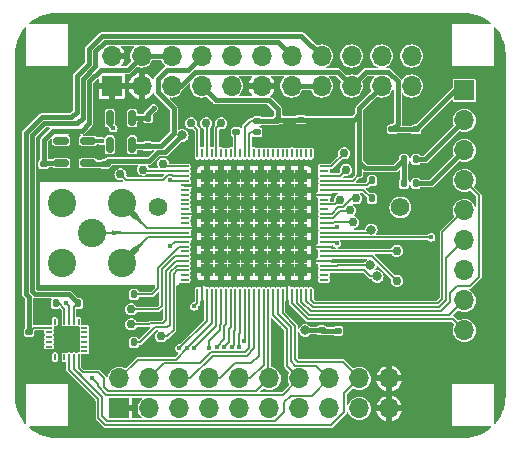
<source format=gbr>
%TF.GenerationSoftware,KiCad,Pcbnew,8.0.4*%
%TF.CreationDate,2024-07-30T23:39:47-07:00*%
%TF.ProjectId,scum3c-devboard,7363756d-3363-42d6-9465-76626f617264,rev?*%
%TF.SameCoordinates,Original*%
%TF.FileFunction,Copper,L1,Top*%
%TF.FilePolarity,Positive*%
%FSLAX46Y46*%
G04 Gerber Fmt 4.6, Leading zero omitted, Abs format (unit mm)*
G04 Created by KiCad (PCBNEW 8.0.4) date 2024-07-30 23:39:47*
%MOMM*%
%LPD*%
G01*
G04 APERTURE LIST*
G04 Aperture macros list*
%AMRoundRect*
0 Rectangle with rounded corners*
0 $1 Rounding radius*
0 $2 $3 $4 $5 $6 $7 $8 $9 X,Y pos of 4 corners*
0 Add a 4 corners polygon primitive as box body*
4,1,4,$2,$3,$4,$5,$6,$7,$8,$9,$2,$3,0*
0 Add four circle primitives for the rounded corners*
1,1,$1+$1,$2,$3*
1,1,$1+$1,$4,$5*
1,1,$1+$1,$6,$7*
1,1,$1+$1,$8,$9*
0 Add four rect primitives between the rounded corners*
20,1,$1+$1,$2,$3,$4,$5,0*
20,1,$1+$1,$4,$5,$6,$7,0*
20,1,$1+$1,$6,$7,$8,$9,0*
20,1,$1+$1,$8,$9,$2,$3,0*%
G04 Aperture macros list end*
%TA.AperFunction,SMDPad,CuDef*%
%ADD10RoundRect,0.150000X-0.150000X0.512500X-0.150000X-0.512500X0.150000X-0.512500X0.150000X0.512500X0*%
%TD*%
%TA.AperFunction,SMDPad,CuDef*%
%ADD11RoundRect,0.150000X0.512500X0.150000X-0.512500X0.150000X-0.512500X-0.150000X0.512500X-0.150000X0*%
%TD*%
%TA.AperFunction,SMDPad,CuDef*%
%ADD12O,0.800000X0.200000*%
%TD*%
%TA.AperFunction,SMDPad,CuDef*%
%ADD13O,0.200000X0.800000*%
%TD*%
%TA.AperFunction,ComponentPad*%
%ADD14C,0.568750*%
%TD*%
%TA.AperFunction,SMDPad,CuDef*%
%ADD15R,1.137500X1.137500*%
%TD*%
%TA.AperFunction,ComponentPad*%
%ADD16R,1.700000X1.700000*%
%TD*%
%TA.AperFunction,ComponentPad*%
%ADD17O,1.700000X1.700000*%
%TD*%
%TA.AperFunction,SMDPad,CuDef*%
%ADD18RoundRect,0.147500X0.147500X0.172500X-0.147500X0.172500X-0.147500X-0.172500X0.147500X-0.172500X0*%
%TD*%
%TA.AperFunction,SMDPad,CuDef*%
%ADD19RoundRect,0.147500X-0.172500X0.147500X-0.172500X-0.147500X0.172500X-0.147500X0.172500X0.147500X0*%
%TD*%
%TA.AperFunction,SMDPad,CuDef*%
%ADD20RoundRect,0.147500X0.172500X-0.147500X0.172500X0.147500X-0.172500X0.147500X-0.172500X-0.147500X0*%
%TD*%
%TA.AperFunction,SMDPad,CuDef*%
%ADD21RoundRect,0.147500X-0.147500X-0.172500X0.147500X-0.172500X0.147500X0.172500X-0.147500X0.172500X0*%
%TD*%
%TA.AperFunction,ComponentPad*%
%ADD22C,0.762000*%
%TD*%
%TA.AperFunction,SMDPad,CuDef*%
%ADD23RoundRect,0.050000X0.225000X0.050000X-0.225000X0.050000X-0.225000X-0.050000X0.225000X-0.050000X0*%
%TD*%
%TA.AperFunction,SMDPad,CuDef*%
%ADD24RoundRect,0.050000X-0.050000X0.225000X-0.050000X-0.225000X0.050000X-0.225000X0.050000X0.225000X0*%
%TD*%
%TA.AperFunction,ComponentPad*%
%ADD25C,2.400000*%
%TD*%
%TA.AperFunction,ComponentPad*%
%ADD26C,1.574800*%
%TD*%
%TA.AperFunction,ViaPad*%
%ADD27C,0.406400*%
%TD*%
%TA.AperFunction,ViaPad*%
%ADD28C,0.812800*%
%TD*%
%TA.AperFunction,Conductor*%
%ADD29C,0.304800*%
%TD*%
%TA.AperFunction,Conductor*%
%ADD30C,0.406400*%
%TD*%
%TA.AperFunction,Conductor*%
%ADD31C,0.203200*%
%TD*%
G04 APERTURE END LIST*
D10*
%TO.P,U3,1,IN*%
%TO.N,/1.1V_IN*%
X86200000Y-59725000D03*
%TO.P,U3,2,GND*%
%TO.N,GND*%
X85250000Y-59725000D03*
%TO.P,U3,3,EN*%
%TO.N,/1.1V_IN*%
X84300000Y-59725000D03*
%TO.P,U3,4,NC*%
%TO.N,unconnected-(U3-NC-Pad4)*%
X84300000Y-62000000D03*
%TO.P,U3,5,OUT*%
%TO.N,+1.1V_REG*%
X86200000Y-62000000D03*
%TD*%
D11*
%TO.P,U2,1,IN*%
%TO.N,+EXT_BAT*%
X82437500Y-63550000D03*
%TO.P,U2,2,GND*%
%TO.N,GND*%
X82437500Y-62600000D03*
%TO.P,U2,3,EN*%
%TO.N,+EXT_BAT*%
X82437500Y-61650000D03*
%TO.P,U2,4,NC*%
%TO.N,unconnected-(U2-NC-Pad4)*%
X80162500Y-61650000D03*
%TO.P,U2,5,OUT*%
%TO.N,+1.8V_REG*%
X80162500Y-63550000D03*
%TD*%
D12*
%TO.P,U1,1,NC*%
%TO.N,Net-(J6-pin)*%
X90620000Y-63838000D03*
%TO.P,U1,2,NC*%
%TO.N,Net-(J7-pin)*%
X90620000Y-64238000D03*
%TO.P,U1,3,NC*%
%TO.N,Net-(J8-pin)*%
X90620000Y-64638000D03*
%TO.P,U1,4,VBAT*%
%TO.N,+VBAT*%
X90620000Y-65038000D03*
%TO.P,U1,5,GND*%
%TO.N,GND*%
X90620000Y-65438000D03*
%TO.P,U1,6,IF_DBG_IN_QP*%
%TO.N,unconnected-(U1-IF_DBG_IN_QP-Pad6)*%
X90620000Y-65838000D03*
%TO.P,U1,7,IF_DBG_OUT_QP*%
%TO.N,unconnected-(U1-IF_DBG_OUT_QP-Pad7)*%
X90620000Y-66238000D03*
%TO.P,U1,8,IF_DBG_IN_QN*%
%TO.N,unconnected-(U1-IF_DBG_IN_QN-Pad8)*%
X90620000Y-66638000D03*
%TO.P,U1,9,IF_DBG_OUT_QN*%
%TO.N,unconnected-(U1-IF_DBG_OUT_QN-Pad9)*%
X90620000Y-67038000D03*
%TO.P,U1,10,VDD25*%
%TO.N,+VDD25*%
X90620000Y-67438000D03*
%TO.P,U1,11,GND*%
%TO.N,GND*%
X90620000Y-67838000D03*
%TO.P,U1,12,VDD_ALWAYSON_DISABLE*%
%TO.N,unconnected-(U1-VDD_ALWAYSON_DISABLE-Pad12)*%
X90620000Y-68238000D03*
%TO.P,U1,13,IF_EXT_CLK*%
%TO.N,unconnected-(U1-IF_EXT_CLK-Pad13)*%
X90620000Y-68638000D03*
%TO.P,U1,14,RF_GND*%
%TO.N,GND*%
X90620000Y-69038000D03*
%TO.P,U1,15,RF_IN*%
%TO.N,/scumsheet/ANTENNA*%
X90620000Y-69438000D03*
%TO.P,U1,16,RF_GND*%
%TO.N,GND*%
X90620000Y-69838000D03*
%TO.P,U1,17,VBAT*%
%TO.N,+VBAT*%
X90620000Y-70238000D03*
%TO.P,U1,18,PA_LDO_OUTPUT*%
%TO.N,/scumsheet/PA_LDO_OUTPUT*%
X90620000Y-70638000D03*
%TO.P,U1,19,STATIC_DIVIDER_OUTPUT*%
%TO.N,unconnected-(U1-STATIC_DIVIDER_OUTPUT-Pad19)*%
X90620000Y-71038000D03*
%TO.P,U1,20,MOD_IN*%
%TO.N,Net-(J11-pin)*%
X90620000Y-71438000D03*
%TO.P,U1,21,MOD_CLK_IN*%
%TO.N,Net-(J12-pin)*%
X90620000Y-71838000D03*
%TO.P,U1,22,LO_LDO_OUTPUT*%
%TO.N,/scumsheet/LO_LDO_OUTPUT*%
X90620000Y-72238000D03*
%TO.P,U1,23,800mV_BANDGAP*%
%TO.N,Net-(J13-pin)*%
X90620000Y-72638000D03*
%TO.P,U1,24,NC*%
%TO.N,unconnected-(U1-NC-Pad24)*%
X90620000Y-73038000D03*
%TO.P,U1,25,NC*%
%TO.N,unconnected-(U1-NC-Pad25)*%
X90620000Y-73438000D03*
D13*
%TO.P,U1,26,VBAT*%
%TO.N,+VBAT*%
X91720000Y-74538000D03*
%TO.P,U1,27,GND*%
%TO.N,GND*%
X92120000Y-74538000D03*
%TO.P,U1,28,GPIO0*%
%TO.N,/GPIO0*%
X92520000Y-74538000D03*
%TO.P,U1,29,GPIO1*%
%TO.N,/GPIO1*%
X92920000Y-74538000D03*
%TO.P,U1,30,GPIO2*%
%TO.N,/GPIO2*%
X93320000Y-74538000D03*
%TO.P,U1,31,GPIO3*%
%TO.N,/GPIO3*%
X93720000Y-74538000D03*
%TO.P,U1,32,GPIO4*%
%TO.N,/GPIO4*%
X94120000Y-74538000D03*
%TO.P,U1,33,GPIO5*%
%TO.N,/GPIO5*%
X94520000Y-74538000D03*
%TO.P,U1,34,GPIO6*%
%TO.N,/GPIO6*%
X94920000Y-74538000D03*
%TO.P,U1,35,GPIO7*%
%TO.N,/GPIO7*%
X95320000Y-74538000D03*
%TO.P,U1,36,VDDIO*%
%TO.N,+VDDIO*%
X95720000Y-74538000D03*
%TO.P,U1,37,GPIO8*%
%TO.N,/GPIO8*%
X96120000Y-74538000D03*
%TO.P,U1,38,GPIO9*%
%TO.N,/GPIO9*%
X96520000Y-74538000D03*
%TO.P,U1,39,GPIO10*%
%TO.N,/GPIO10*%
X96920000Y-74538000D03*
%TO.P,U1,40,GPIO11*%
%TO.N,/GPIO11*%
X97320000Y-74538000D03*
%TO.P,U1,41,GPIO12*%
%TO.N,/GPIO12*%
X97720000Y-74538000D03*
%TO.P,U1,42,GPIO13*%
%TO.N,/GPIO13*%
X98120000Y-74538000D03*
%TO.P,U1,43,GPIO14*%
%TO.N,/GPIO14*%
X98520000Y-74538000D03*
%TO.P,U1,44,GPIO15*%
%TO.N,/GPIO15*%
X98920000Y-74538000D03*
%TO.P,U1,45,GND*%
%TO.N,GND*%
X99320000Y-74538000D03*
%TO.P,U1,46,RSTX*%
%TO.N,/RsTx*%
X99720000Y-74538000D03*
%TO.P,U1,47,RSRX*%
%TO.N,/RsRx*%
X100120000Y-74538000D03*
%TO.P,U1,48,3WB_CLK*%
%TO.N,/3WB_CLK*%
X100520000Y-74538000D03*
%TO.P,U1,49,3WB_ENB*%
%TO.N,/3WB_ENB*%
X100920000Y-74538000D03*
%TO.P,U1,50,3WB_DATA*%
%TO.N,/3WB_DATA*%
X101320000Y-74538000D03*
D12*
%TO.P,U1,51,NC*%
%TO.N,unconnected-(U1-NC-Pad51)*%
X102420000Y-73438000D03*
%TO.P,U1,52,NC*%
%TO.N,unconnected-(U1-NC-Pad52)*%
X102420000Y-73038000D03*
%TO.P,U1,53,SENSOR_LDO_OUTPUT*%
%TO.N,/SENSOR_LDO_OUTPUT*%
X102420000Y-72638000D03*
%TO.P,U1,54,SENSOR_EXT_IN*%
%TO.N,/SENSOR_EXT_IN*%
X102420000Y-72238000D03*
%TO.P,U1,55,GND*%
%TO.N,GND*%
X102420000Y-71838000D03*
%TO.P,U1,56,LF_CLK_EXT_IN*%
%TO.N,Net-(J17-pin)*%
X102420000Y-71438000D03*
%TO.P,U1,57,GPO_ZERO*%
%TO.N,Net-(J21-pin)*%
X102420000Y-71038000D03*
%TO.P,U1,58,GND*%
%TO.N,GND*%
X102420000Y-70638000D03*
%TO.P,U1,59,VBAT*%
%TO.N,+VBAT*%
X102420000Y-70238000D03*
%TO.P,U1,60,HARD_RESET*%
%TO.N,/HARD_RESET*%
X102420000Y-69838000D03*
%TO.P,U1,61,BOOT_SOURCE_SELECT*%
%TO.N,/BOOT_SOURCE_SEL*%
X102420000Y-69438000D03*
%TO.P,U1,62,VBAT*%
%TO.N,+VBAT*%
X102420000Y-69038000D03*
%TO.P,U1,63,ASC_PHI2*%
%TO.N,Net-(J9-pin)*%
X102420000Y-68638000D03*
%TO.P,U1,64,ASC_PHI1*%
%TO.N,Net-(J10-pin)*%
X102420000Y-68238000D03*
%TO.P,U1,65,ASC_OUT*%
%TO.N,Net-(J16-pin)*%
X102420000Y-67838000D03*
%TO.P,U1,66,ASC_LOAD*%
%TO.N,unconnected-(U1-ASC_LOAD-Pad66)*%
X102420000Y-67438000D03*
%TO.P,U1,67,ASC_IN*%
%TO.N,Net-(J15-pin)*%
X102420000Y-67038000D03*
%TO.P,U1,68,ASC_EXT_OVERRIDE*%
%TO.N,unconnected-(U1-ASC_EXT_OVERRIDE-Pad68)*%
X102420000Y-66638000D03*
%TO.P,U1,69,GND*%
%TO.N,GND*%
X102420000Y-66238000D03*
%TO.P,U1,70,AUX_LDO_OUTPUT*%
%TO.N,/scumsheet/AUX_LDO_OUTPUT*%
X102420000Y-65838000D03*
%TO.P,U1,71,VDDD_DISABLE*%
%TO.N,/scumsheet/VDDD_DISABLE*%
X102420000Y-65438000D03*
%TO.P,U1,72,VDDD_LDO_OUTPUT*%
%TO.N,+VDDD*%
X102420000Y-65038000D03*
%TO.P,U1,73,NC*%
%TO.N,Net-(J5-pin)*%
X102420000Y-64638000D03*
%TO.P,U1,74,NC*%
%TO.N,unconnected-(U1-NC-Pad74)*%
X102420000Y-64238000D03*
%TO.P,U1,75,NC*%
%TO.N,Net-(J20-pin)*%
X102420000Y-63838000D03*
D13*
%TO.P,U1,76,NC*%
%TO.N,unconnected-(U1-NC-Pad76)*%
X101320000Y-62738000D03*
%TO.P,U1,77,NC*%
%TO.N,unconnected-(U1-NC-Pad77)*%
X100920000Y-62738000D03*
%TO.P,U1,78,NC*%
%TO.N,unconnected-(U1-NC-Pad78)*%
X100520000Y-62738000D03*
%TO.P,U1,79,NC*%
%TO.N,unconnected-(U1-NC-Pad79)*%
X100120000Y-62738000D03*
%TO.P,U1,80,SOFT_RESET*%
%TO.N,unconnected-(U1-SOFT_RESET-Pad80)*%
X99720000Y-62738000D03*
%TO.P,U1,81,NC*%
%TO.N,unconnected-(U1-NC-Pad81)*%
X99320000Y-62738000D03*
%TO.P,U1,82,NC*%
%TO.N,unconnected-(U1-NC-Pad82)*%
X98920000Y-62738000D03*
%TO.P,U1,83,NC*%
%TO.N,unconnected-(U1-NC-Pad83)*%
X98520000Y-62738000D03*
%TO.P,U1,84,NC*%
%TO.N,unconnected-(U1-NC-Pad84)*%
X98120000Y-62738000D03*
%TO.P,U1,85,NC*%
%TO.N,unconnected-(U1-NC-Pad85)*%
X97720000Y-62738000D03*
%TO.P,U1,86,NC*%
%TO.N,unconnected-(U1-NC-Pad86)*%
X97320000Y-62738000D03*
%TO.P,U1,87,NC*%
%TO.N,unconnected-(U1-NC-Pad87)*%
X96920000Y-62738000D03*
%TO.P,U1,88,NC*%
%TO.N,unconnected-(U1-NC-Pad88)*%
X96520000Y-62738000D03*
%TO.P,U1,89,CLOCK_SELECT*%
%TO.N,Net-(U1-CLOCK_SELECT)*%
X96120000Y-62738000D03*
%TO.P,U1,90,VDDD*%
%TO.N,+VDDD*%
X95720000Y-62738000D03*
%TO.P,U1,91,NC*%
%TO.N,unconnected-(U1-NC-Pad91)*%
X95320000Y-62738000D03*
%TO.P,U1,92,ALWAYSON_LDO*%
%TO.N,+VDDAO*%
X94920000Y-62738000D03*
%TO.P,U1,93,NC*%
%TO.N,unconnected-(U1-NC-Pad93)*%
X94520000Y-62738000D03*
%TO.P,U1,94,NC*%
%TO.N,unconnected-(U1-NC-Pad94)*%
X94120000Y-62738000D03*
%TO.P,U1,95,NC*%
%TO.N,unconnected-(U1-NC-Pad95)*%
X93720000Y-62738000D03*
%TO.P,U1,96,NC*%
%TO.N,Net-(J19-pin)*%
X93320000Y-62738000D03*
%TO.P,U1,97,NC*%
%TO.N,unconnected-(U1-NC-Pad97)*%
X92920000Y-62738000D03*
%TO.P,U1,98,NC*%
%TO.N,Net-(J18-pin)*%
X92520000Y-62738000D03*
%TO.P,U1,99,NC*%
%TO.N,unconnected-(U1-NC-Pad99)*%
X92120000Y-62738000D03*
%TO.P,U1,100,NC*%
%TO.N,Net-(J14-pin)*%
X91720000Y-62738000D03*
D14*
%TO.P,U1,101,GND*%
%TO.N,GND*%
X92538750Y-64656750D03*
D15*
X92538750Y-64656750D03*
D14*
X92538750Y-65794250D03*
D15*
X92538750Y-65794250D03*
D14*
X92538750Y-66931750D03*
D15*
X92538750Y-66931750D03*
D14*
X92538750Y-68069250D03*
D15*
X92538750Y-68069250D03*
D14*
X92538750Y-69206750D03*
D15*
X92538750Y-69206750D03*
D14*
X92538750Y-70344250D03*
D15*
X92538750Y-70344250D03*
D14*
X92538750Y-71481750D03*
D15*
X92538750Y-71481750D03*
D14*
X92538750Y-72619250D03*
D15*
X92538750Y-72619250D03*
D14*
X93676250Y-64656750D03*
D15*
X93676250Y-64656750D03*
D14*
X93676250Y-65794250D03*
D15*
X93676250Y-65794250D03*
D14*
X93676250Y-66931750D03*
D15*
X93676250Y-66931750D03*
D14*
X93676250Y-68069250D03*
D15*
X93676250Y-68069250D03*
D14*
X93676250Y-69206750D03*
D15*
X93676250Y-69206750D03*
D14*
X93676250Y-70344250D03*
D15*
X93676250Y-70344250D03*
D14*
X93676250Y-71481750D03*
D15*
X93676250Y-71481750D03*
D14*
X93676250Y-72619250D03*
D15*
X93676250Y-72619250D03*
D14*
X94813750Y-64656750D03*
D15*
X94813750Y-64656750D03*
D14*
X94813750Y-65794250D03*
D15*
X94813750Y-65794250D03*
D14*
X94813750Y-66931750D03*
D15*
X94813750Y-66931750D03*
D14*
X94813750Y-68069250D03*
D15*
X94813750Y-68069250D03*
D14*
X94813750Y-69206750D03*
D15*
X94813750Y-69206750D03*
D14*
X94813750Y-70344250D03*
D15*
X94813750Y-70344250D03*
D14*
X94813750Y-71481750D03*
D15*
X94813750Y-71481750D03*
D14*
X94813750Y-72619250D03*
D15*
X94813750Y-72619250D03*
D14*
X95951250Y-64656750D03*
D15*
X95951250Y-64656750D03*
D14*
X95951250Y-65794250D03*
D15*
X95951250Y-65794250D03*
D14*
X95951250Y-66931750D03*
D15*
X95951250Y-66931750D03*
D14*
X95951250Y-68069250D03*
D15*
X95951250Y-68069250D03*
D14*
X95951250Y-69206750D03*
D15*
X95951250Y-69206750D03*
D14*
X95951250Y-70344250D03*
D15*
X95951250Y-70344250D03*
D14*
X95951250Y-71481750D03*
D15*
X95951250Y-71481750D03*
D14*
X95951250Y-72619250D03*
D15*
X95951250Y-72619250D03*
D14*
X97088750Y-64656750D03*
D15*
X97088750Y-64656750D03*
D14*
X97088750Y-65794250D03*
D15*
X97088750Y-65794250D03*
D14*
X97088750Y-66931750D03*
D15*
X97088750Y-66931750D03*
D14*
X97088750Y-68069250D03*
D15*
X97088750Y-68069250D03*
D14*
X97088750Y-69206750D03*
D15*
X97088750Y-69206750D03*
D14*
X97088750Y-70344250D03*
D15*
X97088750Y-70344250D03*
D14*
X97088750Y-71481750D03*
D15*
X97088750Y-71481750D03*
D14*
X97088750Y-72619250D03*
D15*
X97088750Y-72619250D03*
D14*
X98226250Y-64656750D03*
D15*
X98226250Y-64656750D03*
D14*
X98226250Y-65794250D03*
D15*
X98226250Y-65794250D03*
D14*
X98226250Y-66931750D03*
D15*
X98226250Y-66931750D03*
D14*
X98226250Y-68069250D03*
D15*
X98226250Y-68069250D03*
D14*
X98226250Y-69206750D03*
D15*
X98226250Y-69206750D03*
D14*
X98226250Y-70344250D03*
D15*
X98226250Y-70344250D03*
D14*
X98226250Y-71481750D03*
D15*
X98226250Y-71481750D03*
D14*
X98226250Y-72619250D03*
D15*
X98226250Y-72619250D03*
D14*
X99363750Y-64656750D03*
D15*
X99363750Y-64656750D03*
D14*
X99363750Y-65794250D03*
D15*
X99363750Y-65794250D03*
D14*
X99363750Y-66931750D03*
D15*
X99363750Y-66931750D03*
D14*
X99363750Y-68069250D03*
D15*
X99363750Y-68069250D03*
D14*
X99363750Y-69206750D03*
D15*
X99363750Y-69206750D03*
D14*
X99363750Y-70344250D03*
D15*
X99363750Y-70344250D03*
D14*
X99363750Y-71481750D03*
D15*
X99363750Y-71481750D03*
D14*
X99363750Y-72619250D03*
D15*
X99363750Y-72619250D03*
D14*
X100501250Y-64656750D03*
D15*
X100501250Y-64656750D03*
D14*
X100501250Y-65794250D03*
D15*
X100501250Y-65794250D03*
D14*
X100501250Y-66931750D03*
D15*
X100501250Y-66931750D03*
D14*
X100501250Y-68069250D03*
D15*
X100501250Y-68069250D03*
D14*
X100501250Y-69206750D03*
D15*
X100501250Y-69206750D03*
D14*
X100501250Y-70344250D03*
D15*
X100501250Y-70344250D03*
D14*
X100501250Y-71481750D03*
D15*
X100501250Y-71481750D03*
D14*
X100501250Y-72619250D03*
D15*
X100501250Y-72619250D03*
%TD*%
D16*
%TO.P,J2,1,Pin_1*%
%TO.N,GND*%
X85090000Y-84328000D03*
D17*
%TO.P,J2,2,Pin_2*%
%TO.N,/GPIO1*%
X85090000Y-81788000D03*
%TO.P,J2,3,Pin_3*%
%TO.N,/GPIO0*%
X87630000Y-84328000D03*
%TO.P,J2,4,Pin_4*%
%TO.N,/GPIO8*%
X87630000Y-81788000D03*
%TO.P,J2,5,Pin_5*%
%TO.N,/GPIO1*%
X90170000Y-84328000D03*
%TO.P,J2,6,Pin_6*%
%TO.N,/GPIO9*%
X90170000Y-81788000D03*
%TO.P,J2,7,Pin_7*%
%TO.N,/GPIO2*%
X92710000Y-84328000D03*
%TO.P,J2,8,Pin_8*%
%TO.N,/GPIO10*%
X92710000Y-81788000D03*
%TO.P,J2,9,Pin_9*%
%TO.N,/GPIO3*%
X95250000Y-84328000D03*
%TO.P,J2,10,Pin_10*%
%TO.N,/GPIO11*%
X95250000Y-81788000D03*
%TO.P,J2,11,Pin_11*%
%TO.N,/GPIO4*%
X97790000Y-84328000D03*
%TO.P,J2,12,Pin_12*%
%TO.N,/GPIO12*%
X97790000Y-81788000D03*
%TO.P,J2,13,Pin_13*%
%TO.N,/GPIO5*%
X100330000Y-84328000D03*
%TO.P,J2,14,Pin_14*%
%TO.N,/GPIO13*%
X100330000Y-81788000D03*
%TO.P,J2,15,Pin_15*%
%TO.N,/GPIO6*%
X102870000Y-84328000D03*
%TO.P,J2,16,Pin_16*%
%TO.N,/GPIO14*%
X102870000Y-81788000D03*
%TO.P,J2,17,Pin_17*%
%TO.N,/GPIO7*%
X105410000Y-84328000D03*
%TO.P,J2,18,Pin_18*%
%TO.N,/GPIO15*%
X105410000Y-81788000D03*
%TO.P,J2,19,Pin_19*%
%TO.N,GND*%
X107950000Y-84328000D03*
%TO.P,J2,20,Pin_20*%
X107950000Y-81788000D03*
%TD*%
D18*
%TO.P,C5,1*%
%TO.N,/scumsheet/PA_LDO_OUTPUT*%
X86360000Y-74676000D03*
%TO.P,C5,2*%
%TO.N,GND*%
X85390000Y-74676000D03*
%TD*%
D19*
%TO.P,C8,1*%
%TO.N,+VDDIO*%
X102235000Y-77724000D03*
%TO.P,C8,2*%
%TO.N,GND*%
X102235000Y-78694000D03*
%TD*%
D18*
%TO.P,C11,1*%
%TO.N,GND*%
X107442000Y-66548000D03*
%TO.P,C11,2*%
%TO.N,/scumsheet/AUX_LDO_OUTPUT*%
X106472000Y-66548000D03*
%TD*%
D20*
%TO.P,C12,1*%
%TO.N,GND*%
X98552000Y-60833000D03*
%TO.P,C12,2*%
%TO.N,+VDDD*%
X98552000Y-59863000D03*
%TD*%
%TO.P,C13,1*%
%TO.N,GND*%
X100457000Y-60833000D03*
%TO.P,C13,2*%
%TO.N,+VDDD*%
X100457000Y-59863000D03*
%TD*%
D21*
%TO.P,R1,1*%
%TO.N,/scumsheet/VDDD_DISABLE*%
X106472000Y-65024000D03*
%TO.P,R1,2*%
%TO.N,GND*%
X107442000Y-65024000D03*
%TD*%
D22*
%TO.P,GND1,1,pin*%
%TO.N,GND*%
X98552000Y-77724000D03*
%TD*%
%TO.P,GND6,1,pin*%
%TO.N,GND*%
X106680000Y-59944000D03*
%TD*%
%TO.P,J5,1,pin*%
%TO.N,Net-(J5-pin)*%
X104267000Y-64135000D03*
%TD*%
%TO.P,J6,1,pin*%
%TO.N,Net-(J6-pin)*%
X88800000Y-63600000D03*
%TD*%
%TO.P,J7,1,pin*%
%TO.N,Net-(J7-pin)*%
X87100000Y-64100000D03*
%TD*%
%TO.P,J9,1,pin*%
%TO.N,Net-(J9-pin)*%
X104902000Y-68580000D03*
%TD*%
%TO.P,J10,1,pin*%
%TO.N,Net-(J10-pin)*%
X104648000Y-67564000D03*
%TD*%
%TO.P,J11,1,pin*%
%TO.N,Net-(J11-pin)*%
X86106000Y-75946000D03*
%TD*%
%TO.P,J12,1,pin*%
%TO.N,Net-(J12-pin)*%
X86106000Y-77216000D03*
%TD*%
%TO.P,J15,1,pin*%
%TO.N,Net-(J15-pin)*%
X103759000Y-66675000D03*
%TD*%
%TO.P,J16,1,pin*%
%TO.N,Net-(J16-pin)*%
X105156000Y-66548000D03*
%TD*%
%TO.P,J17,1,pin*%
%TO.N,Net-(J17-pin)*%
X108585000Y-73533000D03*
%TD*%
%TO.P,J13,1,pin*%
%TO.N,Net-(J13-pin)*%
X88646000Y-78232000D03*
%TD*%
%TO.P,J18,1,pin*%
%TO.N,Net-(J18-pin)*%
X92456000Y-60198000D03*
%TD*%
%TO.P,J20,1,pin*%
%TO.N,Net-(J20-pin)*%
X104140000Y-62738000D03*
%TD*%
%TO.P,J21,1,pin*%
%TO.N,Net-(J21-pin)*%
X108585000Y-70993000D03*
%TD*%
%TO.P,GND5,1,pin*%
%TO.N,GND*%
X106680000Y-74422000D03*
%TD*%
D21*
%TO.P,C1,1*%
%TO.N,/IMU_VDDIO*%
X81580000Y-75438000D03*
%TO.P,C1,2*%
%TO.N,GND*%
X82550000Y-75438000D03*
%TD*%
D23*
%TO.P,U9AB1,1,NC*%
%TO.N,unconnected-(U9AB1-NC-Pad1)*%
X82145000Y-79486000D03*
%TO.P,U9AB1,2,NC*%
%TO.N,unconnected-(U9AB1-NC-Pad2)*%
X82145000Y-79086000D03*
%TO.P,U9AB1,3,NC*%
%TO.N,unconnected-(U9AB1-NC-Pad3)*%
X82145000Y-78686000D03*
%TO.P,U9AB1,4,NC*%
%TO.N,unconnected-(U9AB1-NC-Pad4)*%
X82145000Y-78286000D03*
%TO.P,U9AB1,5,NC*%
%TO.N,unconnected-(U9AB1-NC-Pad5)*%
X82145000Y-77886000D03*
%TO.P,U9AB1,6,NC*%
%TO.N,unconnected-(U9AB1-NC-Pad6)*%
X82145000Y-77486000D03*
D24*
%TO.P,U9AB1,7,AUX_CL*%
%TO.N,unconnected-(U9AB1-AUX_CL-Pad7)*%
X81645000Y-76986000D03*
%TO.P,U9AB1,8,VDDIO*%
%TO.N,/IMU_VDDIO*%
X81245000Y-76986000D03*
%TO.P,U9AB1,9,SDO/AD0*%
%TO.N,/GPIO13*%
X80845000Y-76986000D03*
%TO.P,U9AB1,10,REGOUT*%
%TO.N,Net-(U9AB1-REGOUT)*%
X80445000Y-76986000D03*
%TO.P,U9AB1,11,FSYNC*%
%TO.N,GND*%
X80045000Y-76986000D03*
%TO.P,U9AB1,12,INT1*%
%TO.N,unconnected-(U9AB1-INT1-Pad12)*%
X79645000Y-76986000D03*
D23*
%TO.P,U9AB1,13,VDD*%
%TO.N,/IMU_VDD*%
X79145000Y-77486000D03*
%TO.P,U9AB1,14,NC*%
%TO.N,unconnected-(U9AB1-NC-Pad14)*%
X79145000Y-77886000D03*
%TO.P,U9AB1,15,NC*%
%TO.N,unconnected-(U9AB1-NC-Pad15)*%
X79145000Y-78286000D03*
%TO.P,U9AB1,16,NC*%
%TO.N,unconnected-(U9AB1-NC-Pad16)*%
X79145000Y-78686000D03*
%TO.P,U9AB1,17,NC*%
%TO.N,unconnected-(U9AB1-NC-Pad17)*%
X79145000Y-79086000D03*
%TO.P,U9AB1,18,GND*%
%TO.N,GND*%
X79145000Y-79486000D03*
D24*
%TO.P,U9AB1,19,RESV*%
%TO.N,unconnected-(U9AB1-RESV-Pad19)*%
X79645000Y-79986000D03*
%TO.P,U9AB1,20,GND*%
%TO.N,GND*%
X80045000Y-79986000D03*
%TO.P,U9AB1,21,AUX_DA*%
%TO.N,unconnected-(U9AB1-AUX_DA-Pad21)*%
X80445000Y-79986000D03*
%TO.P,U9AB1,22,~{CS}*%
%TO.N,/GPIO15*%
X80845000Y-79986000D03*
%TO.P,U9AB1,23,SCL/SCLK*%
%TO.N,/GPIO14*%
X81245000Y-79986000D03*
%TO.P,U9AB1,24,SDA/SDI*%
%TO.N,/GPIO12*%
X81645000Y-79986000D03*
%TD*%
D18*
%TO.P,C3,1*%
%TO.N,Net-(U9AB1-REGOUT)*%
X79756000Y-75438000D03*
%TO.P,C3,2*%
%TO.N,GND*%
X78786000Y-75438000D03*
%TD*%
D19*
%TO.P,C2,1*%
%TO.N,/IMU_VDD*%
X77470000Y-77851000D03*
%TO.P,C2,2*%
%TO.N,GND*%
X77470000Y-78821000D03*
%TD*%
D18*
%TO.P,R2,1*%
%TO.N,+NRF_VDDD*%
X110190000Y-63246000D03*
%TO.P,R2,2*%
%TO.N,+VDDD*%
X109220000Y-63246000D03*
%TD*%
D21*
%TO.P,R3,1*%
%TO.N,+VDDD*%
X109220000Y-65278000D03*
%TO.P,R3,2*%
%TO.N,+NRF_GND*%
X110190000Y-65278000D03*
%TD*%
D22*
%TO.P,GND4,1,pin*%
%TO.N,GND*%
X107188000Y-62992000D03*
%TD*%
D19*
%TO.P,C7,1*%
%TO.N,+VBAT*%
X108204000Y-60706000D03*
%TO.P,C7,2*%
%TO.N,GND*%
X108204000Y-61676000D03*
%TD*%
D22*
%TO.P,J19,1,pin*%
%TO.N,Net-(J19-pin)*%
X93726000Y-60198000D03*
%TD*%
D19*
%TO.P,C6,1*%
%TO.N,+VBAT*%
X110236000Y-60706000D03*
%TO.P,C6,2*%
%TO.N,GND*%
X110236000Y-61676000D03*
%TD*%
D22*
%TO.P,J14,1,pin*%
%TO.N,Net-(J14-pin)*%
X91186000Y-60198000D03*
%TD*%
%TO.P,GND3,1,pin*%
%TO.N,GND*%
X90678000Y-76962000D03*
%TD*%
D18*
%TO.P,C4,1*%
%TO.N,/scumsheet/LO_LDO_OUTPUT*%
X86337000Y-78740000D03*
%TO.P,C4,2*%
%TO.N,GND*%
X85367000Y-78740000D03*
%TD*%
D16*
%TO.P,J1,1,Pin_1*%
%TO.N,GND*%
X84455000Y-57023000D03*
D17*
%TO.P,J1,2,Pin_2*%
X84455000Y-54483000D03*
%TO.P,J1,3,Pin_3*%
X86995000Y-57023000D03*
%TO.P,J1,4,Pin_4*%
%TO.N,+1.8V_REG*%
X86995000Y-54483000D03*
%TO.P,J1,5,Pin_5*%
%TO.N,+VBAT*%
X89535000Y-57023000D03*
%TO.P,J1,6,Pin_6*%
%TO.N,+1.8V_REG*%
X89535000Y-54483000D03*
%TO.P,J1,7,Pin_7*%
%TO.N,+VDDD*%
X92075000Y-57023000D03*
%TO.P,J1,8,Pin_8*%
%TO.N,+1.1V_REG*%
X92075000Y-54483000D03*
%TO.P,J1,9,Pin_9*%
%TO.N,+EXT_BAT*%
X94615000Y-57023000D03*
%TO.P,J1,10,Pin_10*%
%TO.N,/1.1V_IN*%
X94615000Y-54483000D03*
%TO.P,J1,11,Pin_11*%
%TO.N,GND*%
X97155000Y-57023000D03*
%TO.P,J1,12,Pin_12*%
%TO.N,+EXT_BAT*%
X97155000Y-54483000D03*
%TO.P,J1,13,Pin_13*%
%TO.N,+VDDIO*%
X99695000Y-57023000D03*
%TO.P,J1,14,Pin_14*%
%TO.N,/IMU_VDDIO*%
X99695000Y-54483000D03*
%TO.P,J1,15,Pin_15*%
%TO.N,+VDDIO*%
X102235000Y-57023000D03*
%TO.P,J1,16,Pin_16*%
%TO.N,/IMU_VDD*%
X102235000Y-54483000D03*
%TO.P,J1,17,Pin_17*%
%TO.N,+VBAT*%
X104775000Y-57023000D03*
%TO.P,J1,18,Pin_18*%
%TO.N,+VDDIO*%
X104775000Y-54483000D03*
%TO.P,J1,19,Pin_19*%
%TO.N,+VDDD*%
X107315000Y-57023000D03*
%TO.P,J1,20,Pin_20*%
%TO.N,/BOOT_SOURCE_SEL*%
X107315000Y-54483000D03*
%TO.P,J1,21,Pin_21*%
%TO.N,/SENSOR_EXT_IN*%
X109855000Y-57023000D03*
%TO.P,J1,22,Pin_22*%
%TO.N,/SENSOR_LDO_OUTPUT*%
X109855000Y-54483000D03*
%TD*%
D19*
%TO.P,C9,1*%
%TO.N,+VDDIO*%
X103632000Y-77770000D03*
%TO.P,C9,2*%
%TO.N,GND*%
X103632000Y-78740000D03*
%TD*%
D25*
%TO.P,J4,1,1*%
%TO.N,/scumsheet/ANTENNA*%
X82804000Y-69469000D03*
%TO.P,J4,2,2*%
%TO.N,GND*%
X80264000Y-66929000D03*
%TO.P,J4,3,2*%
X85344000Y-66929000D03*
%TO.P,J4,4,2*%
X80264000Y-72009000D03*
%TO.P,J4,5,2*%
X85344000Y-72009000D03*
%TD*%
D22*
%TO.P,GND2,1,pin*%
%TO.N,GND*%
X84328000Y-76708000D03*
%TD*%
D19*
%TO.P,R4,1*%
%TO.N,+VDDD*%
X96774000Y-59990000D03*
%TO.P,R4,2*%
%TO.N,Net-(U1-CLOCK_SELECT)*%
X96774000Y-60960000D03*
%TD*%
D20*
%TO.P,C10,1*%
%TO.N,+VDDAO*%
X94996000Y-60914000D03*
%TO.P,C10,2*%
%TO.N,GND*%
X94996000Y-59944000D03*
%TD*%
%TO.P,C_1.8_OUT1,1*%
%TO.N,GND*%
X78700000Y-64585000D03*
%TO.P,C_1.8_OUT1,2*%
%TO.N,+1.8V_REG*%
X78700000Y-63615000D03*
%TD*%
D19*
%TO.P,C_1.8_IN1,1*%
%TO.N,+EXT_BAT*%
X83900000Y-63615000D03*
%TO.P,C_1.8_IN1,2*%
%TO.N,GND*%
X83900000Y-64585000D03*
%TD*%
D21*
%TO.P,C_1.1_IN1,1*%
%TO.N,/1.1V_IN*%
X87515000Y-59700000D03*
%TO.P,C_1.1_IN1,2*%
%TO.N,GND*%
X88485000Y-59700000D03*
%TD*%
D19*
%TO.P,C_1.1_OUT1,1*%
%TO.N,GND*%
X87500000Y-61115000D03*
%TO.P,C_1.1_OUT1,2*%
%TO.N,+1.1V_REG*%
X87500000Y-62085000D03*
%TD*%
D22*
%TO.P,J8,1,pin*%
%TO.N,Net-(J8-pin)*%
X85200000Y-64500000D03*
%TD*%
D16*
%TO.P,J3,1,Pin_1*%
%TO.N,+VBAT*%
X114300000Y-57404000D03*
D17*
%TO.P,J3,2,Pin_2*%
%TO.N,+NRF_VDDD*%
X114300000Y-59944000D03*
%TO.P,J3,3,Pin_3*%
%TO.N,+NRF_GND*%
X114300000Y-62484000D03*
%TO.P,J3,4,Pin_4*%
%TO.N,/3WB_CLK*%
X114300000Y-65024000D03*
%TO.P,J3,5,Pin_5*%
%TO.N,/3WB_DATA*%
X114300000Y-67564000D03*
%TO.P,J3,6,Pin_6*%
%TO.N,/3WB_ENB*%
X114300000Y-70104000D03*
%TO.P,J3,7,Pin_7*%
%TO.N,/HARD_RESET*%
X114300000Y-72644000D03*
%TO.P,J3,8,Pin_8*%
%TO.N,/RsRx*%
X114300000Y-75184000D03*
%TO.P,J3,9,Pin_9*%
%TO.N,/RsTx*%
X114300000Y-77724000D03*
%TO.P,J3,10,Pin_10*%
%TO.N,GND*%
X114300000Y-80264000D03*
%TD*%
D26*
%TO.P,B1,1,1*%
%TO.N,GND*%
X88392000Y-67310000D03*
%TO.P,B1,2,2*%
%TO.N,+EXT_BAT*%
X108889800Y-67310000D03*
%TD*%
D27*
%TO.N,GND*%
X90900000Y-51800000D03*
X103300000Y-51800000D03*
X116900000Y-56300000D03*
X116800000Y-81600000D03*
X88900000Y-86200000D03*
X96600000Y-86200000D03*
X104200000Y-86100000D03*
X106000000Y-83000000D03*
X80500000Y-62500000D03*
X81300000Y-63100000D03*
X85300000Y-62300000D03*
%TO.N,/1.1V_IN*%
X84600000Y-60600000D03*
%TO.N,+EXT_BAT*%
X83600000Y-61700000D03*
X85600000Y-63388800D03*
%TO.N,GND*%
X88800000Y-58900000D03*
X86900000Y-58600000D03*
X83600000Y-58600000D03*
X84000000Y-60900000D03*
X87400000Y-60400000D03*
X81300000Y-61700000D03*
X81300000Y-64700000D03*
X79400000Y-62500000D03*
X84600000Y-64000000D03*
X83500000Y-62500000D03*
X82000000Y-76200000D03*
X78400000Y-76400000D03*
X79100000Y-81600000D03*
X81400000Y-82700000D03*
X102000000Y-61700000D03*
X97700000Y-61700000D03*
X99500000Y-61700000D03*
X95800000Y-59100000D03*
X92400000Y-59100000D03*
X94100000Y-61700000D03*
X91000000Y-63000000D03*
X91000000Y-74200000D03*
X102200000Y-74300000D03*
X82100000Y-85400000D03*
X77500000Y-80000000D03*
X83200000Y-74500000D03*
X84000000Y-78700000D03*
X87700000Y-79300000D03*
X112000000Y-85500000D03*
X112000000Y-78000000D03*
X108800000Y-78000000D03*
X112000000Y-81500000D03*
X105000000Y-78000000D03*
X116800000Y-74100000D03*
X110600000Y-72400000D03*
X111300000Y-67700000D03*
X116900000Y-63800000D03*
X111300000Y-64200000D03*
X111700000Y-61200000D03*
X112400000Y-57000000D03*
X112200000Y-51800000D03*
X100900000Y-58200000D03*
X86200000Y-64300000D03*
X77400000Y-58700000D03*
X77400000Y-56000000D03*
X80600000Y-56000000D03*
X80600000Y-58700000D03*
X85300000Y-61500000D03*
X79800000Y-64700000D03*
X82700000Y-64700000D03*
X83200000Y-59800000D03*
X85300000Y-58600000D03*
X88500000Y-60900000D03*
X81900000Y-52700000D03*
X79100000Y-57300000D03*
%TO.N,/1.1V_IN*%
X88000000Y-58900000D03*
%TO.N,GND*%
X89535000Y-79248000D03*
%TO.N,+VBAT*%
X89408000Y-65024000D03*
X89408000Y-70612000D03*
X91440000Y-75692000D03*
X103505000Y-70358000D03*
X103505000Y-69006200D03*
D28*
%TO.N,+VDDIO*%
X100838000Y-77724000D03*
D27*
X95688200Y-78613000D03*
%TO.N,/GPIO7*%
X95250000Y-79120990D03*
%TO.N,/GPIO5*%
X93980000Y-79120990D03*
%TO.N,/GPIO3*%
X92669778Y-79176680D03*
%TO.N,/GPIO1*%
X90805000Y-79248000D03*
%TO.N,/GPIO6*%
X94615000Y-79120990D03*
%TO.N,/GPIO4*%
X93345000Y-79120990D03*
%TO.N,/GPIO2*%
X91440000Y-79248000D03*
%TO.N,/GPIO0*%
X90170000Y-79248000D03*
D28*
%TO.N,/SENSOR_LDO_OUTPUT*%
X106934000Y-73152000D03*
%TO.N,/SENSOR_EXT_IN*%
X106357987Y-72204013D03*
%TO.N,/BOOT_SOURCE_SEL*%
X106425990Y-69203000D03*
D27*
%TO.N,/GPIO13*%
X80569329Y-75386671D03*
X82804000Y-81788000D03*
%TO.N,/HARD_RESET*%
X111500000Y-69838000D03*
D28*
%TO.N,+EXT_BAT*%
X90424000Y-61214000D03*
%TD*%
D29*
%TO.N,/1.1V_IN*%
X84300000Y-59725000D02*
X84300000Y-60300000D01*
X84300000Y-60300000D02*
X84600000Y-60600000D01*
%TO.N,+EXT_BAT*%
X83550000Y-61650000D02*
X83600000Y-61700000D01*
X82437500Y-61650000D02*
X83550000Y-61650000D01*
D30*
X84126200Y-63388800D02*
X85600000Y-63388800D01*
X85600000Y-63388800D02*
X87588800Y-63388800D01*
%TO.N,/1.1V_IN*%
X88000000Y-58900000D02*
X87515000Y-59385000D01*
X87515000Y-59385000D02*
X87515000Y-59700000D01*
%TO.N,+VBAT*%
X93300000Y-55842799D02*
X91469555Y-55842799D01*
X103594799Y-55842799D02*
X93300000Y-55842799D01*
%TO.N,/1.1V_IN*%
X87515000Y-59700000D02*
X86225000Y-59700000D01*
X86225000Y-59700000D02*
X86200000Y-59725000D01*
%TO.N,+1.1V_REG*%
X87500000Y-62085000D02*
X86285000Y-62085000D01*
X86285000Y-62085000D02*
X86200000Y-62000000D01*
X92075000Y-54483000D02*
X90894799Y-55663201D01*
X90894799Y-55663201D02*
X89116799Y-55663201D01*
X89116799Y-55663201D02*
X88354800Y-56425200D01*
X88354800Y-56425200D02*
X88354800Y-57554800D01*
X88354800Y-57554800D02*
X89700000Y-58900000D01*
X89700000Y-58900000D02*
X89700000Y-61000000D01*
X89700000Y-61000000D02*
X88615000Y-62085000D01*
X88615000Y-62085000D02*
X87500000Y-62085000D01*
%TO.N,+EXT_BAT*%
X87588800Y-63388800D02*
X87600000Y-63400000D01*
X83900000Y-63615000D02*
X84126200Y-63388800D01*
X87600000Y-63400000D02*
X88369800Y-62630200D01*
X88369800Y-62630200D02*
X89007800Y-62630200D01*
D31*
%TO.N,Net-(J7-pin)*%
X90620000Y-64238000D02*
X87238000Y-64238000D01*
X87238000Y-64238000D02*
X87100000Y-64100000D01*
%TO.N,Net-(J8-pin)*%
X90620000Y-64638000D02*
X89662922Y-64638000D01*
X89220278Y-64570800D02*
X88791078Y-65000000D01*
X89662922Y-64638000D02*
X89595722Y-64570800D01*
X89595722Y-64570800D02*
X89220278Y-64570800D01*
X88791078Y-65000000D02*
X85700000Y-65000000D01*
X85700000Y-65000000D02*
X85200000Y-64500000D01*
%TO.N,Net-(J6-pin)*%
X90620000Y-63838000D02*
X89038000Y-63838000D01*
X89038000Y-63838000D02*
X88800000Y-63600000D01*
D30*
%TO.N,+EXT_BAT*%
X90424000Y-61214000D02*
X89007800Y-62630200D01*
%TO.N,+1.8V_REG*%
X86995000Y-54483000D02*
X85814799Y-55663201D01*
X85814799Y-55663201D02*
X83520437Y-55663201D01*
X83520437Y-55663201D02*
X82550000Y-56633638D01*
X82550000Y-60150000D02*
X81900000Y-60800000D01*
X82550000Y-56633638D02*
X82550000Y-60150000D01*
X81900000Y-60800000D02*
X79500000Y-60800000D01*
X79500000Y-60800000D02*
X78700000Y-61600000D01*
X78700000Y-61600000D02*
X78700000Y-63615000D01*
X80162500Y-63550000D02*
X78765000Y-63550000D01*
X78765000Y-63550000D02*
X78700000Y-63615000D01*
%TO.N,+EXT_BAT*%
X83900000Y-63615000D02*
X82502500Y-63615000D01*
X82502500Y-63615000D02*
X82437500Y-63550000D01*
X83900000Y-63615000D02*
X84176422Y-63615000D01*
D31*
%TO.N,GND*%
X92120000Y-76663000D02*
X89535000Y-79248000D01*
X85344000Y-72009000D02*
X87515000Y-69838000D01*
X87515000Y-69838000D02*
X90620000Y-69838000D01*
X90620000Y-69038000D02*
X87453000Y-69038000D01*
X87453000Y-69038000D02*
X85344000Y-66929000D01*
X92120000Y-74538000D02*
X92120000Y-76663000D01*
D30*
%TO.N,+VBAT*%
X104775000Y-57023000D02*
X105955201Y-55842799D01*
D31*
X103473200Y-69038000D02*
X103505000Y-69006200D01*
X91720000Y-75412000D02*
X91440000Y-75692000D01*
D30*
X105955201Y-55842799D02*
X107881497Y-55842799D01*
X108674799Y-60235201D02*
X108204000Y-60706000D01*
D31*
X91720000Y-74538000D02*
X91720000Y-75412000D01*
D30*
X91469555Y-55842799D02*
X90289354Y-57023000D01*
D31*
X89782000Y-70238000D02*
X89408000Y-70612000D01*
X103385000Y-70238000D02*
X103505000Y-70358000D01*
D30*
X107881497Y-55842799D02*
X108674799Y-56636101D01*
D31*
X102420000Y-70238000D02*
X103385000Y-70238000D01*
D30*
X114300000Y-57404000D02*
X113538000Y-57404000D01*
D31*
X90620000Y-65038000D02*
X89422000Y-65038000D01*
D30*
X113538000Y-57404000D02*
X110236000Y-60706000D01*
X108204000Y-60706000D02*
X110236000Y-60706000D01*
X90289354Y-57023000D02*
X89535000Y-57023000D01*
X104775000Y-57023000D02*
X103594799Y-55842799D01*
D31*
X90620000Y-70238000D02*
X89782000Y-70238000D01*
X103586800Y-69006200D02*
X103505000Y-69006200D01*
X102420000Y-69038000D02*
X103473200Y-69038000D01*
D30*
X108674799Y-56636101D02*
X108674799Y-60235201D01*
D31*
X89422000Y-65038000D02*
X89408000Y-65024000D01*
D30*
%TO.N,+VDDD*%
X100457000Y-59863000D02*
X104983000Y-59863000D01*
X98425000Y-59990000D02*
X98552000Y-59863000D01*
X105410000Y-59436000D02*
X105410000Y-63500000D01*
X96774000Y-59990000D02*
X98425000Y-59990000D01*
X105410000Y-58928000D02*
X105410000Y-59436000D01*
X98552000Y-59863000D02*
X100457000Y-59863000D01*
X104983000Y-59863000D02*
X105410000Y-59436000D01*
X92075000Y-57023000D02*
X93255201Y-58203201D01*
X105918000Y-64008000D02*
X105410000Y-63500000D01*
X108458000Y-64008000D02*
X105918000Y-64008000D01*
X98552000Y-59002402D02*
X98552000Y-59863000D01*
X107315000Y-57023000D02*
X105410000Y-58928000D01*
D31*
X95720000Y-62738000D02*
X95720000Y-60490000D01*
D30*
X105410000Y-64516000D02*
X105410000Y-63500000D01*
X109220000Y-63246000D02*
X108458000Y-64008000D01*
D31*
X105410000Y-64516000D02*
X104888000Y-65038000D01*
D30*
X97752799Y-58203201D02*
X98552000Y-59002402D01*
D31*
X104888000Y-65038000D02*
X102420000Y-65038000D01*
X95720000Y-60490000D02*
X96220000Y-59990000D01*
X96220000Y-59990000D02*
X96774000Y-59990000D01*
D30*
X93255201Y-58203201D02*
X97752799Y-58203201D01*
X109220000Y-63246000D02*
X109220000Y-65278000D01*
D31*
%TO.N,+VDDIO*%
X95720000Y-74538000D02*
X95720000Y-78581200D01*
X95720000Y-78581200D02*
X95688200Y-78613000D01*
D30*
X99695000Y-57023000D02*
X102235000Y-57023000D01*
X102281000Y-77770000D02*
X102235000Y-77724000D01*
X101092000Y-77724000D02*
X102235000Y-77724000D01*
X102235000Y-77724000D02*
X100838000Y-77724000D01*
X103632000Y-77770000D02*
X102281000Y-77770000D01*
D31*
%TO.N,/scumsheet/AUX_LDO_OUTPUT*%
X105762000Y-65838000D02*
X106472000Y-66548000D01*
X102420000Y-65838000D02*
X105762000Y-65838000D01*
%TO.N,+VDDAO*%
X94920000Y-62738000D02*
X94920000Y-60990000D01*
X94920000Y-60990000D02*
X94996000Y-60914000D01*
%TO.N,/GPIO7*%
X95250000Y-77978000D02*
X95250000Y-79120990D01*
X95320000Y-77908000D02*
X95250000Y-77978000D01*
X95320000Y-74538000D02*
X95320000Y-77908000D01*
%TO.N,/GPIO5*%
X94520000Y-77438000D02*
X94386399Y-77571601D01*
X94386399Y-78714591D02*
X93980000Y-79120990D01*
X94386399Y-77571601D02*
X94386399Y-78714591D01*
X94520000Y-74538000D02*
X94520000Y-77438000D01*
%TO.N,/GPIO3*%
X93720000Y-74538000D02*
X93720000Y-77136013D01*
X92669778Y-78653222D02*
X92669778Y-79176680D01*
X93720000Y-77136013D02*
X93649790Y-77206223D01*
X93649790Y-77206223D02*
X93649790Y-77673210D01*
X93649790Y-77673210D02*
X92669778Y-78653222D01*
%TO.N,/GPIO1*%
X92920000Y-77133000D02*
X90805000Y-79248000D01*
X89865210Y-80187790D02*
X86690210Y-80187790D01*
X90805000Y-79248000D02*
X89865210Y-80187790D01*
X92920000Y-74538000D02*
X92920000Y-77133000D01*
X86690210Y-80187790D02*
X85090000Y-81788000D01*
%TO.N,/GPIO6*%
X94818200Y-77774800D02*
X94818200Y-78917790D01*
X94920000Y-77673000D02*
X94818200Y-77774800D01*
X94920000Y-74538000D02*
X94920000Y-77673000D01*
X94818200Y-78917790D02*
X94615000Y-79120990D01*
%TO.N,/GPIO4*%
X93980000Y-77343000D02*
X93980000Y-78485990D01*
X93980000Y-78485990D02*
X93345000Y-79120990D01*
X94120000Y-77203000D02*
X93980000Y-77343000D01*
X94120000Y-74538000D02*
X94120000Y-77203000D01*
%TO.N,/GPIO2*%
X91440000Y-79248000D02*
X93319580Y-77368420D01*
X93319580Y-75141620D02*
X93320000Y-75141200D01*
X93319580Y-77368420D02*
X93319580Y-75141620D01*
X93320000Y-75141200D02*
X93320000Y-74538000D01*
%TO.N,/GPIO0*%
X92520000Y-74538000D02*
X92520000Y-76898000D01*
X92520000Y-76898000D02*
X90170000Y-79248000D01*
%TO.N,/3WB_DATA*%
X101600030Y-75438030D02*
X112054996Y-75438030D01*
X101320000Y-75158000D02*
X101600030Y-75438030D01*
X112054996Y-75438030D02*
X112445790Y-75047236D01*
X112445790Y-75047236D02*
X112445790Y-69418210D01*
X112445790Y-69418210D02*
X114300000Y-67564000D01*
X101320000Y-74538000D02*
X101320000Y-75158000D01*
%TO.N,/3WB_ENB*%
X112776000Y-75184000D02*
X112776000Y-71628000D01*
X101463244Y-75768230D02*
X112191770Y-75768230D01*
X100920000Y-74538000D02*
X100920001Y-75224987D01*
X112776000Y-71628000D02*
X114300000Y-70104000D01*
X100920001Y-75224987D02*
X101463244Y-75768230D01*
X112191770Y-75768230D02*
X112776000Y-75184000D01*
%TO.N,/3WB_CLK*%
X113720000Y-73950000D02*
X114790000Y-73950000D01*
X115560000Y-73180000D02*
X115560000Y-66284000D01*
X114790000Y-73950000D02*
X115560000Y-73180000D01*
X100520000Y-75170000D02*
X100520000Y-75291960D01*
X113106200Y-75320773D02*
X113106200Y-74563800D01*
X100520000Y-75291960D02*
X101326470Y-76098430D01*
X101326470Y-76098430D02*
X112328544Y-76098430D01*
X100520000Y-74538000D02*
X100520000Y-75170000D01*
X113106200Y-74563800D02*
X113720000Y-73950000D01*
X115560000Y-66284000D02*
X114533487Y-65257487D01*
X100520000Y-75170000D02*
X100520000Y-75291972D01*
X112328544Y-76098430D02*
X113106200Y-75320773D01*
%TO.N,/RsTx*%
X100983526Y-76689474D02*
X101052893Y-76758840D01*
X113334840Y-76758840D02*
X114300000Y-77724000D01*
X100983526Y-76689474D02*
X101052892Y-76758840D01*
X99720000Y-75425947D02*
X100983526Y-76689474D01*
X99720000Y-74538000D02*
X99720000Y-75425947D01*
X101052893Y-76758840D02*
X113334840Y-76758840D01*
%TO.N,/RsRx*%
X101189670Y-76428630D02*
X113055370Y-76428630D01*
X100120000Y-74538000D02*
X100120000Y-75358957D01*
X100120000Y-75358957D02*
X101189670Y-76428630D01*
X113055370Y-76428630D02*
X114300000Y-75184000D01*
%TO.N,/SENSOR_LDO_OUTPUT*%
X106366172Y-73152000D02*
X106934000Y-73152000D01*
X102420000Y-72638000D02*
X105852172Y-72638000D01*
X105852172Y-72638000D02*
X106366172Y-73152000D01*
%TO.N,/SENSOR_EXT_IN*%
X102420000Y-72238000D02*
X103530000Y-72238000D01*
X103563987Y-72204013D02*
X106357987Y-72204013D01*
X103530000Y-72238000D02*
X103563987Y-72204013D01*
%TO.N,/GPIO10*%
X93653670Y-81788000D02*
X92710000Y-81788000D01*
X96920000Y-79864000D02*
X96266000Y-80518000D01*
X96920000Y-74538000D02*
X96920000Y-79864000D01*
X94923670Y-80518000D02*
X93653670Y-81788000D01*
X96920000Y-74538000D02*
X96920000Y-74568000D01*
X96266000Y-80518000D02*
X94923670Y-80518000D01*
%TO.N,/GPIO9*%
X96520000Y-79248000D02*
X95885000Y-79883000D01*
X96520000Y-74538000D02*
X96520000Y-79248000D01*
X93018670Y-79883000D02*
X91113670Y-81788000D01*
X95885000Y-79883000D02*
X93018670Y-79883000D01*
X91113670Y-81788000D02*
X90170000Y-81788000D01*
%TO.N,/GPIO8*%
X96120000Y-79181014D02*
X96120000Y-74538000D01*
X92881893Y-79552790D02*
X95748224Y-79552790D01*
X95748224Y-79552790D02*
X96120000Y-79181014D01*
X87630000Y-81788000D02*
X88900000Y-80518000D01*
X91916684Y-80518000D02*
X92881893Y-79552790D01*
X88900000Y-80518000D02*
X91916684Y-80518000D01*
%TO.N,/BOOT_SOURCE_SEL*%
X106190990Y-69438000D02*
X106425990Y-69203000D01*
X106190990Y-69438000D02*
X102420000Y-69438000D01*
%TO.N,/GPIO13*%
X100330000Y-81788000D02*
X99314000Y-80772000D01*
X83999824Y-83196811D02*
X83260671Y-82457658D01*
X98189792Y-76459581D02*
X98189792Y-76447792D01*
X98189792Y-76447792D02*
X98120000Y-76378000D01*
X80569329Y-75386671D02*
X80845000Y-75662342D01*
X98921189Y-83196811D02*
X100330000Y-81788000D01*
X83260671Y-82457658D02*
X83260671Y-82244671D01*
X98120000Y-76378000D02*
X98120000Y-74538000D01*
X99314000Y-77583790D02*
X98189792Y-76459581D01*
X83260671Y-82244671D02*
X82804000Y-81788000D01*
X98921189Y-83196811D02*
X83999824Y-83196811D01*
X99314000Y-80772000D02*
X99314000Y-77583790D01*
X80845000Y-75662342D02*
X80845000Y-76986000D01*
%TO.N,/GPIO14*%
X101408601Y-83249399D02*
X102870000Y-81788000D01*
X83653259Y-85002741D02*
X83653259Y-83399259D01*
X84057119Y-85406601D02*
X98307729Y-85406601D01*
X99060000Y-83820000D02*
X99630601Y-83249399D01*
X81245000Y-80949986D02*
X82804000Y-82508986D01*
X101791399Y-80709399D02*
X102870000Y-81788000D01*
X81245000Y-80949986D02*
X81905223Y-81610210D01*
X81245000Y-79986000D02*
X81245000Y-80949986D01*
X83653259Y-85002741D02*
X84057119Y-85406601D01*
X98520000Y-76322803D02*
X99644210Y-77447013D01*
X99644210Y-77447013D02*
X99644210Y-80340210D01*
X98307729Y-85406601D02*
X99060000Y-84654330D01*
X100013399Y-80709399D02*
X101791399Y-80709399D01*
X98520000Y-74538000D02*
X98520000Y-76322803D01*
X99060000Y-84654330D02*
X99060000Y-83820000D01*
X99630601Y-83249399D02*
X101408601Y-83249399D01*
X82804000Y-82508986D02*
X82804000Y-82550000D01*
X99644210Y-80340210D02*
X100013399Y-80709399D01*
X82804000Y-82550000D02*
X83653259Y-83399259D01*
%TO.N,/GPIO15*%
X104140000Y-83058000D02*
X104140000Y-84654330D01*
X100191189Y-80379189D02*
X104001189Y-80379189D01*
X83920342Y-85736811D02*
X103057519Y-85736811D01*
X99974420Y-77310236D02*
X99974420Y-80162420D01*
X104001189Y-80379189D02*
X105410000Y-81788000D01*
X104140000Y-84654330D02*
X103057519Y-85736811D01*
X80845000Y-81057986D02*
X83323049Y-83536035D01*
X105410000Y-81788000D02*
X104140000Y-83058000D01*
X80845000Y-79986000D02*
X80845000Y-81057986D01*
X98920000Y-76255817D02*
X99974420Y-77310236D01*
X99974420Y-80162420D02*
X100191189Y-80379189D01*
X98920000Y-74538000D02*
X98920000Y-76255817D01*
X83323049Y-85139518D02*
X83920342Y-85736811D01*
X83323049Y-83536035D02*
X83323049Y-85139518D01*
%TO.N,/GPIO12*%
X82042000Y-81280000D02*
X83312000Y-81280000D01*
X97790000Y-81788000D02*
X96711399Y-82866601D01*
X83820000Y-81788000D02*
X83820000Y-82550000D01*
X83820000Y-82550000D02*
X84136601Y-82866601D01*
X97720000Y-81718000D02*
X97790000Y-81788000D01*
X96711399Y-82866601D02*
X84136601Y-82866601D01*
X81645000Y-80883000D02*
X82042000Y-81280000D01*
X81645000Y-79986000D02*
X81645000Y-80883000D01*
X83312000Y-81280000D02*
X83820000Y-81788000D01*
X97720000Y-74538000D02*
X97720000Y-81718000D01*
D30*
%TO.N,/IMU_VDD*%
X77198235Y-60985410D02*
X78519055Y-59664590D01*
X82524590Y-55143410D02*
X82524590Y-53881055D01*
D31*
X77835000Y-77486000D02*
X77470000Y-77851000D01*
D30*
X81051410Y-59664590D02*
X81483180Y-59232820D01*
X100521389Y-52769389D02*
X102235000Y-54483000D01*
X82524590Y-53881055D02*
X83636256Y-52769389D01*
X81483180Y-59232820D02*
X81483180Y-56184820D01*
X77190590Y-74642945D02*
X77190590Y-60985410D01*
X81483180Y-56184820D02*
X82524590Y-55143410D01*
D31*
X79145000Y-77486000D02*
X77835000Y-77486000D01*
D30*
X77190590Y-60985410D02*
X77198235Y-60985410D01*
X78519055Y-59664590D02*
X81051410Y-59664590D01*
X83636256Y-52769389D02*
X100521389Y-52769389D01*
X77470000Y-77851000D02*
X77470000Y-74922355D01*
X77470000Y-74922355D02*
X77190590Y-74642945D01*
%TO.N,/IMU_VDDIO*%
X98514799Y-53302799D02*
X83857201Y-53302799D01*
X81534000Y-60198000D02*
X78740000Y-60198000D01*
X82016590Y-59715410D02*
X81534000Y-60198000D01*
X77724000Y-74422000D02*
X77978000Y-74676000D01*
D31*
X81245000Y-76986000D02*
X81245000Y-75773000D01*
D30*
X83058000Y-54102000D02*
X83058000Y-55371283D01*
X83058000Y-55371283D02*
X82016590Y-56412693D01*
X99695000Y-54483000D02*
X98514799Y-53302799D01*
X82016590Y-56412693D02*
X82016590Y-59715410D01*
X77978000Y-74676000D02*
X80818000Y-74676000D01*
X77724000Y-61214000D02*
X77724000Y-74422000D01*
D31*
X81245000Y-75773000D02*
X81580000Y-75438000D01*
D30*
X80818000Y-74676000D02*
X81580000Y-75438000D01*
X78740000Y-60198000D02*
X77724000Y-61214000D01*
X83857201Y-53302799D02*
X83058000Y-54102000D01*
D31*
%TO.N,/GPIO11*%
X97320000Y-80661670D02*
X96193670Y-81788000D01*
X96193670Y-81788000D02*
X95250000Y-81788000D01*
X97320000Y-74538000D02*
X97320000Y-80661670D01*
%TO.N,/HARD_RESET*%
X111500000Y-69838000D02*
X102420000Y-69838000D01*
%TO.N,Net-(U9AB1-REGOUT)*%
X80445000Y-76986000D02*
X80445000Y-75873000D01*
X80010000Y-75438000D02*
X79756000Y-75438000D01*
X80445000Y-75873000D02*
X80010000Y-75438000D01*
%TO.N,/scumsheet/LO_LDO_OUTPUT*%
X90620000Y-72238000D02*
X89949814Y-72238000D01*
X86337000Y-78740000D02*
X86826987Y-78740000D01*
X86826987Y-78740000D02*
X88117494Y-77449494D01*
X89379190Y-77244810D02*
X89174506Y-77449494D01*
X89379190Y-72808623D02*
X89379190Y-77244810D01*
X89949814Y-72238000D02*
X89379190Y-72808623D01*
X89174506Y-77449494D02*
X88117494Y-77449494D01*
%TO.N,/scumsheet/PA_LDO_OUTPUT*%
X88388560Y-74171440D02*
X87884000Y-74676000D01*
X87884000Y-74676000D02*
X86360000Y-74676000D01*
X90148865Y-70638000D02*
X88388560Y-72398292D01*
X88388560Y-72398292D02*
X88388560Y-74171440D01*
X90620000Y-70638000D02*
X90148865Y-70638000D01*
%TO.N,/scumsheet/VDDD_DISABLE*%
X106078000Y-65438000D02*
X106078000Y-65418000D01*
X102420000Y-65438000D02*
X106078000Y-65438000D01*
X106078000Y-65418000D02*
X106472000Y-65024000D01*
%TO.N,Net-(J5-pin)*%
X103764000Y-64638000D02*
X104267000Y-64135000D01*
X102420000Y-64638000D02*
X103764000Y-64638000D01*
%TO.N,Net-(J9-pin)*%
X102420000Y-68638000D02*
X103234134Y-68638000D01*
X104642399Y-68574399D02*
X104902000Y-68834000D01*
X103297735Y-68574399D02*
X104642399Y-68574399D01*
X103234134Y-68638000D02*
X103297735Y-68574399D01*
%TO.N,Net-(J10-pin)*%
X102420000Y-68238000D02*
X103212000Y-68238000D01*
X103809790Y-67640210D02*
X104571790Y-67640210D01*
X104571790Y-67640210D02*
X104648000Y-67564000D01*
X103212000Y-68238000D02*
X103809790Y-67640210D01*
%TO.N,Net-(J11-pin)*%
X88718770Y-72535069D02*
X88718770Y-75619230D01*
X88392000Y-75946000D02*
X86106000Y-75946000D01*
X89815840Y-71438000D02*
X88718770Y-72535069D01*
X90620000Y-71438000D02*
X89815840Y-71438000D01*
X88718770Y-75619230D02*
X88392000Y-75946000D01*
%TO.N,Net-(J12-pin)*%
X89048980Y-76873588D02*
X88803284Y-77119284D01*
X90620000Y-71838000D02*
X89882826Y-71838000D01*
X88803284Y-77119284D02*
X87726716Y-77119284D01*
X89882826Y-71838000D02*
X89048980Y-72671846D01*
X87726716Y-77119284D02*
X87630000Y-77216000D01*
X87630000Y-77216000D02*
X86106000Y-77216000D01*
X89048980Y-72671846D02*
X89048980Y-76873588D01*
%TO.N,Net-(J13-pin)*%
X89709400Y-77676600D02*
X89154000Y-78232000D01*
X90016800Y-72638000D02*
X89709400Y-72945400D01*
X90620000Y-72638000D02*
X90016800Y-72638000D01*
X89709400Y-72945400D02*
X89709400Y-77676600D01*
X89154000Y-78232000D02*
X88646000Y-78232000D01*
%TO.N,Net-(J14-pin)*%
X91720000Y-62738000D02*
X91720000Y-60732000D01*
X91720000Y-60732000D02*
X91186000Y-60198000D01*
%TO.N,Net-(J15-pin)*%
X102420000Y-67038000D02*
X103396000Y-67038000D01*
X103396000Y-67038000D02*
X103759000Y-66675000D01*
%TO.N,Net-(J16-pin)*%
X103632000Y-67310000D02*
X103999790Y-67310000D01*
X103104000Y-67838000D02*
X103632000Y-67310000D01*
X104761790Y-66548000D02*
X105156000Y-66548000D01*
X103999790Y-67310000D02*
X104761790Y-66548000D01*
X102420000Y-67838000D02*
X103104000Y-67838000D01*
%TO.N,Net-(J17-pin)*%
X108585000Y-73533000D02*
X106490000Y-71438000D01*
X106490000Y-71438000D02*
X102420000Y-71438000D01*
%TO.N,Net-(J18-pin)*%
X92520000Y-60262000D02*
X92456000Y-60198000D01*
X92520000Y-62738000D02*
X92520000Y-60262000D01*
%TO.N,Net-(J19-pin)*%
X93320000Y-62738000D02*
X93320000Y-60604000D01*
X93320000Y-60604000D02*
X93726000Y-60198000D01*
%TO.N,Net-(J20-pin)*%
X102420000Y-63838000D02*
X103040000Y-63838000D01*
X103040000Y-63838000D02*
X104267000Y-62611000D01*
%TO.N,Net-(J21-pin)*%
X102420000Y-71038000D02*
X108540000Y-71038000D01*
X108540000Y-71038000D02*
X108585000Y-70993000D01*
D30*
%TO.N,+1.8V_REG*%
X90170000Y-54483000D02*
X89376698Y-54483000D01*
X89535000Y-54483000D02*
X86995000Y-54483000D01*
%TO.N,+NRF_VDDD*%
X110998000Y-63246000D02*
X110190000Y-63246000D01*
X114300000Y-59944000D02*
X110998000Y-63246000D01*
D31*
%TO.N,Net-(U1-CLOCK_SELECT)*%
X96120000Y-62738000D02*
X96120000Y-61106000D01*
X96266000Y-60960000D02*
X96774000Y-60960000D01*
X96120000Y-61106000D02*
X96266000Y-60960000D01*
D30*
%TO.N,/1.1V_IN*%
X95250000Y-54483000D02*
X94456698Y-54483000D01*
D31*
%TO.N,/scumsheet/ANTENNA*%
X90620000Y-69438000D02*
X82835000Y-69438000D01*
X82835000Y-69438000D02*
X82804000Y-69469000D01*
X82900000Y-69438000D02*
X82804000Y-69342000D01*
D30*
%TO.N,+NRF_GND*%
X111506000Y-65278000D02*
X114300000Y-62484000D01*
X110190000Y-65278000D02*
X111506000Y-65278000D01*
%TD*%
%TA.AperFunction,Conductor*%
%TO.N,GND*%
G36*
X86969955Y-70254985D02*
G01*
X87098014Y-70383044D01*
X87101441Y-70391317D01*
X87098473Y-70399104D01*
X86915466Y-70604335D01*
X86783897Y-70801133D01*
X86730334Y-70919046D01*
X86730335Y-70919047D01*
X86699705Y-70986479D01*
X86690112Y-71022097D01*
X86061503Y-71650705D01*
X86052951Y-71630058D01*
X85965401Y-71499030D01*
X85853970Y-71387599D01*
X85722942Y-71300049D01*
X85702293Y-71291496D01*
X86330904Y-70662885D01*
X86366520Y-70653294D01*
X86551868Y-70569100D01*
X86748664Y-70437532D01*
X86953898Y-70254524D01*
X86962351Y-70251577D01*
X86969955Y-70254985D01*
G37*
%TD.AperFunction*%
%TD*%
%TA.AperFunction,Conductor*%
%TO.N,/scumsheet/ANTENNA*%
G36*
X84514209Y-69213261D02*
G01*
X84680116Y-69274149D01*
X84915691Y-69320092D01*
X85193959Y-69335777D01*
X85202026Y-69339664D01*
X85205000Y-69347458D01*
X85205000Y-69528549D01*
X85201573Y-69536822D01*
X85193968Y-69540230D01*
X84920358Y-69555878D01*
X84688984Y-69601904D01*
X84518698Y-69666108D01*
X84509747Y-69665820D01*
X84503622Y-69659288D01*
X84502903Y-69654286D01*
X84516789Y-69469004D01*
X84516789Y-69468995D01*
X84498513Y-69225120D01*
X84501312Y-69216614D01*
X84509306Y-69212579D01*
X84514209Y-69213261D01*
G37*
%TD.AperFunction*%
%TD*%
%TA.AperFunction,Conductor*%
%TO.N,GND*%
G36*
X86690113Y-67915903D02*
G01*
X86699705Y-67951520D01*
X86730335Y-68018950D01*
X86730334Y-68018952D01*
X86783897Y-68136865D01*
X86834634Y-68212757D01*
X86915467Y-68333664D01*
X87098473Y-68538896D01*
X87101422Y-68547351D01*
X87098014Y-68554955D01*
X86969955Y-68683014D01*
X86961682Y-68686441D01*
X86953896Y-68683473D01*
X86748664Y-68500467D01*
X86551868Y-68368899D01*
X86551867Y-68368898D01*
X86551865Y-68368897D01*
X86433952Y-68315334D01*
X86433950Y-68315335D01*
X86366520Y-68284705D01*
X86330903Y-68275113D01*
X85702293Y-67646503D01*
X85722942Y-67637951D01*
X85853970Y-67550401D01*
X85965401Y-67438970D01*
X86052951Y-67307942D01*
X86061503Y-67287293D01*
X86690113Y-67915903D01*
G37*
%TD.AperFunction*%
%TD*%
%TA.AperFunction,Conductor*%
%TO.N,GND*%
G36*
X87057875Y-83444217D02*
G01*
X87076181Y-83488411D01*
X87057875Y-83532605D01*
X87053338Y-83536717D01*
X87040657Y-83547125D01*
X86935459Y-83633459D01*
X86813306Y-83782301D01*
X86813302Y-83782307D01*
X86722539Y-83952115D01*
X86722538Y-83952117D01*
X86710227Y-83992701D01*
X86666642Y-84136377D01*
X86647770Y-84327999D01*
X86647770Y-84328000D01*
X86666642Y-84519622D01*
X86678719Y-84559433D01*
X86722538Y-84703883D01*
X86722539Y-84703884D01*
X86813302Y-84873692D01*
X86813306Y-84873698D01*
X86935459Y-85022541D01*
X86989252Y-85066688D01*
X87011801Y-85108875D01*
X86997915Y-85154651D01*
X86955728Y-85177200D01*
X86949602Y-85177501D01*
X86256500Y-85177501D01*
X86212306Y-85159195D01*
X86194000Y-85115001D01*
X86194000Y-84582000D01*
X85520703Y-84582000D01*
X85555925Y-84520993D01*
X85590000Y-84393826D01*
X85590000Y-84262174D01*
X85555925Y-84135007D01*
X85520703Y-84074000D01*
X86193999Y-84074000D01*
X86193999Y-83488411D01*
X86212305Y-83444217D01*
X86256499Y-83425911D01*
X87013681Y-83425911D01*
X87057875Y-83444217D01*
G37*
%TD.AperFunction*%
%TA.AperFunction,Conductor*%
G36*
X98055794Y-76649580D02*
G01*
X99066594Y-77660380D01*
X99084900Y-77704574D01*
X99084900Y-80817571D01*
X99089316Y-80828232D01*
X99089586Y-80828883D01*
X99089587Y-80828886D01*
X99119777Y-80901773D01*
X99119779Y-80901776D01*
X99462067Y-81244064D01*
X99480373Y-81288258D01*
X99472993Y-81317720D01*
X99422540Y-81412111D01*
X99422539Y-81412115D01*
X99422538Y-81412117D01*
X99411067Y-81449928D01*
X99366642Y-81596377D01*
X99347770Y-81787999D01*
X99347770Y-81788000D01*
X99366642Y-81979622D01*
X99378011Y-82017098D01*
X99422538Y-82163883D01*
X99437320Y-82191538D01*
X99472993Y-82258278D01*
X99477682Y-82305883D01*
X99462067Y-82331934D01*
X98844598Y-82949405D01*
X98800404Y-82967711D01*
X97085174Y-82967711D01*
X97040980Y-82949405D01*
X97022674Y-82905211D01*
X97040980Y-82861017D01*
X97150639Y-82751357D01*
X97246065Y-82655930D01*
X97290258Y-82637625D01*
X97319717Y-82645004D01*
X97414117Y-82695462D01*
X97598376Y-82751357D01*
X97790000Y-82770230D01*
X97981624Y-82751357D01*
X98165883Y-82695462D01*
X98335698Y-82604694D01*
X98484541Y-82482541D01*
X98606694Y-82333698D01*
X98697462Y-82163883D01*
X98753357Y-81979624D01*
X98772230Y-81788000D01*
X98753357Y-81596376D01*
X98697462Y-81412117D01*
X98630313Y-81286491D01*
X98606697Y-81242307D01*
X98606693Y-81242301D01*
X98575525Y-81204323D01*
X98484541Y-81093459D01*
X98335698Y-80971306D01*
X98335692Y-80971302D01*
X98208307Y-80903214D01*
X98165883Y-80880538D01*
X98029157Y-80839062D01*
X97993457Y-80828232D01*
X97956480Y-80797885D01*
X97949100Y-80768423D01*
X97949100Y-76693774D01*
X97967406Y-76649580D01*
X98011600Y-76631274D01*
X98055794Y-76649580D01*
G37*
%TD.AperFunction*%
%TA.AperFunction,Conductor*%
G36*
X99058796Y-56191805D02*
G01*
X99077102Y-56235999D01*
X99058796Y-56280193D01*
X99054252Y-56284312D01*
X99000459Y-56328459D01*
X98878306Y-56477301D01*
X98878302Y-56477307D01*
X98787954Y-56646338D01*
X98787538Y-56647117D01*
X98785654Y-56653329D01*
X98731642Y-56831377D01*
X98712770Y-57022999D01*
X98712770Y-57023000D01*
X98731642Y-57214622D01*
X98750565Y-57277000D01*
X98787538Y-57398883D01*
X98789106Y-57401816D01*
X98878302Y-57568692D01*
X98878306Y-57568698D01*
X99000459Y-57717541D01*
X99149302Y-57839694D01*
X99149304Y-57839695D01*
X99149307Y-57839697D01*
X99167930Y-57849651D01*
X99319117Y-57930462D01*
X99503376Y-57986357D01*
X99695000Y-58005230D01*
X99886624Y-57986357D01*
X100070883Y-57930462D01*
X100240698Y-57839694D01*
X100389541Y-57717541D01*
X100511694Y-57568698D01*
X100602462Y-57398883D01*
X100602535Y-57398641D01*
X100602714Y-57398054D01*
X100602899Y-57397828D01*
X100603642Y-57396036D01*
X100604185Y-57396261D01*
X100633062Y-57361078D01*
X100662522Y-57353700D01*
X101267478Y-57353700D01*
X101311672Y-57372006D01*
X101326132Y-57396129D01*
X101326358Y-57396036D01*
X101326988Y-57397558D01*
X101327286Y-57398054D01*
X101327536Y-57398879D01*
X101327537Y-57398881D01*
X101327538Y-57398883D01*
X101329058Y-57401727D01*
X101418302Y-57568692D01*
X101418306Y-57568698D01*
X101540459Y-57717541D01*
X101689302Y-57839694D01*
X101689304Y-57839695D01*
X101689307Y-57839697D01*
X101707930Y-57849651D01*
X101859117Y-57930462D01*
X102043376Y-57986357D01*
X102235000Y-58005230D01*
X102426624Y-57986357D01*
X102610883Y-57930462D01*
X102780698Y-57839694D01*
X102929541Y-57717541D01*
X103051694Y-57568698D01*
X103142462Y-57398883D01*
X103198357Y-57214624D01*
X103217230Y-57023000D01*
X103198357Y-56831376D01*
X103142462Y-56647117D01*
X103057155Y-56487518D01*
X103051697Y-56477307D01*
X103051693Y-56477301D01*
X103039199Y-56462077D01*
X102929541Y-56328459D01*
X102875747Y-56284311D01*
X102853199Y-56242125D01*
X102867085Y-56196349D01*
X102909272Y-56173800D01*
X102915398Y-56173499D01*
X103431931Y-56173499D01*
X103476125Y-56191805D01*
X103857018Y-56572698D01*
X103875324Y-56616892D01*
X103868490Y-56644190D01*
X103868712Y-56644282D01*
X103868094Y-56645772D01*
X103867953Y-56646338D01*
X103867540Y-56647111D01*
X103867538Y-56647115D01*
X103811642Y-56831377D01*
X103792770Y-57022999D01*
X103792770Y-57023000D01*
X103811642Y-57214622D01*
X103830565Y-57277000D01*
X103867538Y-57398883D01*
X103869106Y-57401816D01*
X103958302Y-57568692D01*
X103958306Y-57568698D01*
X104080459Y-57717541D01*
X104229302Y-57839694D01*
X104229304Y-57839695D01*
X104229307Y-57839697D01*
X104247930Y-57849651D01*
X104399117Y-57930462D01*
X104583376Y-57986357D01*
X104775000Y-58005230D01*
X104966624Y-57986357D01*
X105150883Y-57930462D01*
X105320698Y-57839694D01*
X105469541Y-57717541D01*
X105591694Y-57568698D01*
X105682462Y-57398883D01*
X105738357Y-57214624D01*
X105757230Y-57023000D01*
X105738357Y-56831376D01*
X105682462Y-56647117D01*
X105682051Y-56646349D01*
X105682023Y-56646059D01*
X105681287Y-56644282D01*
X105681826Y-56644058D01*
X105677366Y-56598745D01*
X105692978Y-56572700D01*
X106073875Y-56191805D01*
X106118069Y-56173499D01*
X106634602Y-56173499D01*
X106678796Y-56191805D01*
X106697102Y-56235999D01*
X106678796Y-56280193D01*
X106674252Y-56284312D01*
X106620459Y-56328459D01*
X106498306Y-56477301D01*
X106498302Y-56477307D01*
X106407954Y-56646338D01*
X106407538Y-56647117D01*
X106405654Y-56653329D01*
X106351642Y-56831377D01*
X106332770Y-57022999D01*
X106332770Y-57023000D01*
X106351642Y-57214622D01*
X106370565Y-57277000D01*
X106407537Y-57398881D01*
X106407539Y-57398885D01*
X106407946Y-57399646D01*
X106407974Y-57399939D01*
X106408715Y-57401727D01*
X106408172Y-57401951D01*
X106412632Y-57447252D01*
X106397018Y-57473300D01*
X105783139Y-58087180D01*
X105206947Y-58663372D01*
X105206945Y-58663374D01*
X105179859Y-58690460D01*
X105145374Y-58724944D01*
X105145373Y-58724945D01*
X105101836Y-58800351D01*
X105101835Y-58800354D01*
X105079301Y-58884455D01*
X105079300Y-58884463D01*
X105079300Y-59273132D01*
X105060994Y-59317326D01*
X104864326Y-59513994D01*
X104820132Y-59532300D01*
X100868716Y-59532300D01*
X100834555Y-59518150D01*
X100832881Y-59520656D01*
X100827765Y-59517237D01*
X100827764Y-59517236D01*
X100736800Y-59456455D01*
X100736799Y-59456454D01*
X100656588Y-59440500D01*
X100257412Y-59440500D01*
X100177201Y-59456454D01*
X100176296Y-59457059D01*
X100086236Y-59517236D01*
X100086235Y-59517237D01*
X100081119Y-59520656D01*
X100079444Y-59518150D01*
X100045284Y-59532300D01*
X98963717Y-59532300D01*
X98929555Y-59518149D01*
X98927881Y-59520655D01*
X98910475Y-59509024D01*
X98883901Y-59469249D01*
X98882700Y-59457058D01*
X98882700Y-58958865D01*
X98882698Y-58958857D01*
X98860164Y-58874756D01*
X98860163Y-58874753D01*
X98816626Y-58799347D01*
X98816625Y-58799346D01*
X98789630Y-58772351D01*
X98755055Y-58737776D01*
X98755052Y-58737774D01*
X98752872Y-58735594D01*
X98752872Y-58735593D01*
X98752866Y-58735588D01*
X98020993Y-58003715D01*
X98020981Y-58003701D01*
X97955859Y-57938579D01*
X97955853Y-57938574D01*
X97927950Y-57922464D01*
X97898830Y-57884513D01*
X97905075Y-57837087D01*
X97917096Y-57822149D01*
X97974358Y-57769949D01*
X97974369Y-57769937D01*
X98097657Y-57606676D01*
X98097660Y-57606670D01*
X98188859Y-57423519D01*
X98230549Y-57277000D01*
X97585703Y-57277000D01*
X97620925Y-57215993D01*
X97655000Y-57088826D01*
X97655000Y-56957174D01*
X97620925Y-56830007D01*
X97585703Y-56769000D01*
X98230549Y-56769000D01*
X98230548Y-56768999D01*
X98188859Y-56622480D01*
X98097660Y-56439329D01*
X98097657Y-56439323D01*
X97972620Y-56273746D01*
X97974254Y-56272511D01*
X97959980Y-56233250D01*
X97980212Y-56189904D01*
X98022420Y-56173499D01*
X99014602Y-56173499D01*
X99058796Y-56191805D01*
G37*
%TD.AperFunction*%
%TA.AperFunction,Conductor*%
G36*
X96331774Y-56191805D02*
G01*
X96350080Y-56235999D01*
X96335856Y-56272595D01*
X96337380Y-56273746D01*
X96212342Y-56439323D01*
X96212339Y-56439329D01*
X96121140Y-56622480D01*
X96079451Y-56768999D01*
X96079451Y-56769000D01*
X96724297Y-56769000D01*
X96689075Y-56830007D01*
X96655000Y-56957174D01*
X96655000Y-57088826D01*
X96689075Y-57215993D01*
X96724297Y-57277000D01*
X96079451Y-57277000D01*
X96121140Y-57423519D01*
X96212339Y-57606670D01*
X96212342Y-57606676D01*
X96337380Y-57772254D01*
X96335745Y-57773488D01*
X96350020Y-57812750D01*
X96329788Y-57856096D01*
X96287580Y-57872501D01*
X95295398Y-57872501D01*
X95251204Y-57854195D01*
X95232898Y-57810001D01*
X95251204Y-57765807D01*
X95255748Y-57761688D01*
X95260412Y-57757860D01*
X95309541Y-57717541D01*
X95431694Y-57568698D01*
X95522462Y-57398883D01*
X95578357Y-57214624D01*
X95597230Y-57023000D01*
X95578357Y-56831376D01*
X95522462Y-56647117D01*
X95437155Y-56487518D01*
X95431697Y-56477307D01*
X95431693Y-56477301D01*
X95419199Y-56462077D01*
X95309541Y-56328459D01*
X95255747Y-56284311D01*
X95233199Y-56242125D01*
X95247085Y-56196349D01*
X95289272Y-56173800D01*
X95295398Y-56173499D01*
X96287580Y-56173499D01*
X96331774Y-56191805D01*
G37*
%TD.AperFunction*%
%TA.AperFunction,Conductor*%
G36*
X86358796Y-53651805D02*
G01*
X86377102Y-53695999D01*
X86358796Y-53740193D01*
X86354252Y-53744312D01*
X86300459Y-53788459D01*
X86178306Y-53937301D01*
X86178302Y-53937307D01*
X86089053Y-54104282D01*
X86087538Y-54107117D01*
X86079385Y-54133994D01*
X86031642Y-54291377D01*
X86012770Y-54482999D01*
X86012770Y-54483000D01*
X86031642Y-54674622D01*
X86050565Y-54737000D01*
X86086674Y-54856036D01*
X86087539Y-54858885D01*
X86087946Y-54859646D01*
X86087974Y-54859939D01*
X86088715Y-54861727D01*
X86088172Y-54861951D01*
X86092632Y-54907252D01*
X86077018Y-54933300D01*
X85696125Y-55314195D01*
X85651931Y-55332501D01*
X85322420Y-55332501D01*
X85278226Y-55314195D01*
X85259920Y-55270001D01*
X85274143Y-55233404D01*
X85272620Y-55232254D01*
X85397657Y-55066676D01*
X85397660Y-55066670D01*
X85488859Y-54883519D01*
X85530549Y-54737000D01*
X84885703Y-54737000D01*
X84920925Y-54675993D01*
X84955000Y-54548826D01*
X84955000Y-54417174D01*
X84920925Y-54290007D01*
X84885703Y-54229000D01*
X85530549Y-54229000D01*
X85530548Y-54228999D01*
X85488859Y-54082480D01*
X85397660Y-53899329D01*
X85397657Y-53899323D01*
X85272620Y-53733746D01*
X85274254Y-53732511D01*
X85259980Y-53693250D01*
X85280212Y-53649904D01*
X85322420Y-53633499D01*
X86314602Y-53633499D01*
X86358796Y-53651805D01*
G37*
%TD.AperFunction*%
%TA.AperFunction,Conductor*%
G36*
X114301526Y-50851374D02*
G01*
X114640456Y-50868025D01*
X114646551Y-50868625D01*
X114980705Y-50918192D01*
X114986712Y-50919388D01*
X115314381Y-51001464D01*
X115320246Y-51003243D01*
X115638315Y-51117050D01*
X115643962Y-51119389D01*
X115949336Y-51263821D01*
X115954727Y-51266703D01*
X116244481Y-51440374D01*
X116249569Y-51443774D01*
X116520892Y-51645001D01*
X116525633Y-51648892D01*
X116589956Y-51707191D01*
X116610409Y-51750433D01*
X116594293Y-51795472D01*
X116551051Y-51815925D01*
X116547984Y-51816000D01*
X113284000Y-51816000D01*
X113284000Y-55372000D01*
X116840000Y-55372000D01*
X116840000Y-52108016D01*
X116858306Y-52063822D01*
X116902500Y-52045516D01*
X116946694Y-52063822D01*
X116948795Y-52066028D01*
X116980069Y-52100534D01*
X117007112Y-52130372D01*
X117011002Y-52135113D01*
X117212221Y-52406424D01*
X117215629Y-52411524D01*
X117389291Y-52701263D01*
X117392182Y-52706672D01*
X117536604Y-53012024D01*
X117538952Y-53017691D01*
X117652756Y-53335754D01*
X117654536Y-53341623D01*
X117736610Y-53669283D01*
X117737807Y-53675298D01*
X117787373Y-54009443D01*
X117787974Y-54015547D01*
X117804625Y-54354473D01*
X117804700Y-54357540D01*
X117804700Y-83310459D01*
X117804625Y-83313526D01*
X117787974Y-83652452D01*
X117787373Y-83658556D01*
X117737807Y-83992701D01*
X117736610Y-83998716D01*
X117654536Y-84326376D01*
X117652756Y-84332245D01*
X117538952Y-84650308D01*
X117536604Y-84655975D01*
X117392182Y-84961327D01*
X117389291Y-84966736D01*
X117215629Y-85256475D01*
X117212221Y-85261575D01*
X117010998Y-85532892D01*
X117007107Y-85537633D01*
X116948809Y-85601955D01*
X116905567Y-85622408D01*
X116860528Y-85606292D01*
X116840075Y-85563050D01*
X116840000Y-85559983D01*
X116840000Y-82296000D01*
X113284000Y-82296000D01*
X113284000Y-85852000D01*
X116547984Y-85852000D01*
X116592178Y-85870306D01*
X116610484Y-85914500D01*
X116592178Y-85958694D01*
X116589978Y-85960788D01*
X116559894Y-85988056D01*
X116525633Y-86019108D01*
X116520892Y-86022998D01*
X116249575Y-86224221D01*
X116244475Y-86227629D01*
X115954736Y-86401291D01*
X115949327Y-86404182D01*
X115643975Y-86548604D01*
X115638308Y-86550952D01*
X115320245Y-86664756D01*
X115314376Y-86666536D01*
X114986716Y-86748610D01*
X114980701Y-86749807D01*
X114646556Y-86799373D01*
X114640452Y-86799974D01*
X114301527Y-86816625D01*
X114298460Y-86816700D01*
X79757540Y-86816700D01*
X79754473Y-86816625D01*
X79415547Y-86799974D01*
X79409443Y-86799373D01*
X79075298Y-86749807D01*
X79069283Y-86748610D01*
X78741623Y-86666536D01*
X78735754Y-86664756D01*
X78417691Y-86550952D01*
X78412024Y-86548604D01*
X78106672Y-86404182D01*
X78101263Y-86401291D01*
X77811524Y-86227629D01*
X77806424Y-86224221D01*
X77535107Y-86022998D01*
X77530366Y-86019107D01*
X77466044Y-85960809D01*
X77445591Y-85917567D01*
X77461707Y-85872528D01*
X77504949Y-85852075D01*
X77508016Y-85852000D01*
X80772000Y-85852000D01*
X80772000Y-82296000D01*
X77216000Y-82296000D01*
X77216000Y-85559983D01*
X77197694Y-85604177D01*
X77153500Y-85622483D01*
X77109306Y-85604177D01*
X77107191Y-85601956D01*
X77107190Y-85601955D01*
X77048883Y-85537624D01*
X77045001Y-85532892D01*
X76843774Y-85261569D01*
X76840370Y-85256475D01*
X76666703Y-84966727D01*
X76663821Y-84961336D01*
X76519389Y-84655962D01*
X76517047Y-84650308D01*
X76513767Y-84641142D01*
X76403243Y-84332245D01*
X76401463Y-84326376D01*
X76385381Y-84262174D01*
X76319388Y-83998712D01*
X76318192Y-83992701D01*
X76308517Y-83927480D01*
X76268625Y-83658551D01*
X76268025Y-83652452D01*
X76266068Y-83612625D01*
X76251375Y-83313526D01*
X76251300Y-83310459D01*
X76251300Y-79743519D01*
X79417500Y-79743519D01*
X79417500Y-80228480D01*
X79427798Y-80280255D01*
X79427798Y-80280256D01*
X79427799Y-80280257D01*
X79467030Y-80338970D01*
X79525743Y-80378201D01*
X79577520Y-80388500D01*
X79712480Y-80388500D01*
X79764257Y-80378201D01*
X79822970Y-80338970D01*
X79862201Y-80280257D01*
X79872500Y-80228480D01*
X79872500Y-79743520D01*
X79862201Y-79691743D01*
X79822970Y-79633030D01*
X79764257Y-79593799D01*
X79764256Y-79593798D01*
X79712480Y-79583500D01*
X79577520Y-79583500D01*
X79525744Y-79593798D01*
X79467030Y-79633030D01*
X79427798Y-79691744D01*
X79417500Y-79743519D01*
X76251300Y-79743519D01*
X76251300Y-60941873D01*
X76859890Y-60941873D01*
X76859890Y-74686481D01*
X76859891Y-74686489D01*
X76882425Y-74770590D01*
X76882426Y-74770593D01*
X76925963Y-74845999D01*
X76925968Y-74846005D01*
X76991090Y-74911127D01*
X76991104Y-74911139D01*
X77120994Y-75041029D01*
X77139300Y-75085223D01*
X77139300Y-77445059D01*
X77120994Y-77489253D01*
X77111528Y-77497021D01*
X77099236Y-77505236D01*
X77038454Y-77596201D01*
X77022500Y-77676411D01*
X77022500Y-78025588D01*
X77038454Y-78105799D01*
X77038455Y-78105801D01*
X77099235Y-78196764D01*
X77190198Y-78257544D01*
X77190200Y-78257545D01*
X77270412Y-78273500D01*
X77669588Y-78273500D01*
X77749800Y-78257545D01*
X77840764Y-78196764D01*
X77901545Y-78105800D01*
X77917500Y-78025588D01*
X77917500Y-77777600D01*
X77935806Y-77733406D01*
X77980000Y-77715100D01*
X78686915Y-77715100D01*
X78731109Y-77733406D01*
X78749415Y-77777600D01*
X78748214Y-77789793D01*
X78742500Y-77818519D01*
X78742500Y-77953480D01*
X78752798Y-78005256D01*
X78752799Y-78005258D01*
X78783548Y-78051277D01*
X78792880Y-78098193D01*
X78783548Y-78120723D01*
X78752799Y-78166741D01*
X78752798Y-78166743D01*
X78742500Y-78218519D01*
X78742500Y-78353480D01*
X78752798Y-78405256D01*
X78752799Y-78405258D01*
X78783548Y-78451277D01*
X78792880Y-78498193D01*
X78783548Y-78520723D01*
X78752799Y-78566741D01*
X78752798Y-78566743D01*
X78742500Y-78618519D01*
X78742500Y-78753480D01*
X78752798Y-78805256D01*
X78752799Y-78805258D01*
X78783548Y-78851277D01*
X78792880Y-78898193D01*
X78783548Y-78920723D01*
X78752799Y-78966741D01*
X78752798Y-78966743D01*
X78742500Y-79018519D01*
X78742500Y-79153480D01*
X78752798Y-79205255D01*
X78752798Y-79205256D01*
X78752799Y-79205257D01*
X78792030Y-79263970D01*
X78850743Y-79303201D01*
X78902520Y-79313500D01*
X79387480Y-79313500D01*
X79439257Y-79303201D01*
X79497970Y-79263970D01*
X79537201Y-79205257D01*
X79547500Y-79153480D01*
X79547500Y-79018520D01*
X79537201Y-78966743D01*
X79506450Y-78920722D01*
X79497119Y-78873807D01*
X79506451Y-78851277D01*
X79537201Y-78805257D01*
X79547500Y-78753480D01*
X79547500Y-78618520D01*
X79537201Y-78566743D01*
X79506450Y-78520722D01*
X79497119Y-78473807D01*
X79506451Y-78451277D01*
X79537201Y-78405257D01*
X79547500Y-78353480D01*
X79547500Y-78218520D01*
X79537201Y-78166743D01*
X79506450Y-78120722D01*
X79497119Y-78073807D01*
X79506451Y-78051277D01*
X79537201Y-78005257D01*
X79547500Y-77953480D01*
X79547500Y-77818520D01*
X79537201Y-77766743D01*
X79506450Y-77720722D01*
X79497119Y-77673807D01*
X79506451Y-77651277D01*
X79537201Y-77605257D01*
X79547500Y-77553480D01*
X79547500Y-77451000D01*
X79565806Y-77406806D01*
X79610000Y-77388500D01*
X79712480Y-77388500D01*
X79764257Y-77378201D01*
X79822970Y-77338970D01*
X79862201Y-77280257D01*
X79872500Y-77228480D01*
X79872500Y-76743520D01*
X79862201Y-76691743D01*
X79822970Y-76633030D01*
X79764257Y-76593799D01*
X79764256Y-76593798D01*
X79712480Y-76583500D01*
X79577520Y-76583500D01*
X79525744Y-76593798D01*
X79467030Y-76633030D01*
X79427798Y-76691744D01*
X79417500Y-76743519D01*
X79417500Y-77196000D01*
X79399194Y-77240194D01*
X79355000Y-77258500D01*
X79204769Y-77258500D01*
X79192575Y-77257299D01*
X79190572Y-77256900D01*
X79190571Y-77256900D01*
X79190569Y-77256900D01*
X77863200Y-77256900D01*
X77819006Y-77238594D01*
X77800700Y-77194400D01*
X77800700Y-75052310D01*
X77819006Y-75008116D01*
X77863200Y-74989810D01*
X77879373Y-74991939D01*
X77911000Y-75000413D01*
X77934457Y-75006699D01*
X77934460Y-75006699D01*
X77934462Y-75006700D01*
X77934463Y-75006700D01*
X78021537Y-75006700D01*
X79333755Y-75006700D01*
X79377949Y-75025006D01*
X79396255Y-75069200D01*
X79385722Y-75103923D01*
X79349455Y-75158198D01*
X79349454Y-75158200D01*
X79333500Y-75238411D01*
X79333500Y-75637588D01*
X79349454Y-75717799D01*
X79349455Y-75717801D01*
X79410235Y-75808764D01*
X79501198Y-75869544D01*
X79501200Y-75869545D01*
X79581412Y-75885500D01*
X79930588Y-75885500D01*
X80010800Y-75869545D01*
X80032141Y-75855284D01*
X80079055Y-75845950D01*
X80111059Y-75863056D01*
X80197594Y-75949591D01*
X80215900Y-75993785D01*
X80215900Y-77031571D01*
X80216298Y-77033572D01*
X80217500Y-77045769D01*
X80217500Y-77228480D01*
X80227798Y-77280255D01*
X80227798Y-77280256D01*
X80227799Y-77280257D01*
X80267030Y-77338970D01*
X80325743Y-77378201D01*
X80377520Y-77388500D01*
X80512480Y-77388500D01*
X80564257Y-77378201D01*
X80610277Y-77347450D01*
X80657193Y-77338119D01*
X80679720Y-77347449D01*
X80725743Y-77378201D01*
X80777520Y-77388500D01*
X80912480Y-77388500D01*
X80964257Y-77378201D01*
X81010277Y-77347450D01*
X81057193Y-77338119D01*
X81079720Y-77347449D01*
X81125743Y-77378201D01*
X81177520Y-77388500D01*
X81312480Y-77388500D01*
X81364257Y-77378201D01*
X81410277Y-77347450D01*
X81457193Y-77338119D01*
X81479720Y-77347449D01*
X81525743Y-77378201D01*
X81577520Y-77388500D01*
X81680000Y-77388500D01*
X81724194Y-77406806D01*
X81742500Y-77451000D01*
X81742500Y-77553480D01*
X81752798Y-77605256D01*
X81752799Y-77605258D01*
X81783548Y-77651277D01*
X81792880Y-77698193D01*
X81783548Y-77720723D01*
X81752799Y-77766741D01*
X81752798Y-77766743D01*
X81742500Y-77818519D01*
X81742500Y-77953480D01*
X81752798Y-78005256D01*
X81752799Y-78005258D01*
X81783548Y-78051277D01*
X81792880Y-78098193D01*
X81783548Y-78120723D01*
X81752799Y-78166741D01*
X81752798Y-78166743D01*
X81742500Y-78218519D01*
X81742500Y-78353480D01*
X81752798Y-78405256D01*
X81752799Y-78405258D01*
X81783548Y-78451277D01*
X81792880Y-78498193D01*
X81783548Y-78520723D01*
X81752799Y-78566741D01*
X81752798Y-78566743D01*
X81742500Y-78618519D01*
X81742500Y-78753480D01*
X81752798Y-78805256D01*
X81752799Y-78805258D01*
X81783548Y-78851277D01*
X81792880Y-78898193D01*
X81783548Y-78920723D01*
X81752799Y-78966741D01*
X81752798Y-78966743D01*
X81742500Y-79018519D01*
X81742500Y-79153480D01*
X81752798Y-79205256D01*
X81752799Y-79205258D01*
X81783548Y-79251277D01*
X81792880Y-79298193D01*
X81783548Y-79320723D01*
X81752799Y-79366741D01*
X81752798Y-79366743D01*
X81742500Y-79418519D01*
X81742500Y-79521000D01*
X81724194Y-79565194D01*
X81680000Y-79583500D01*
X81577520Y-79583500D01*
X81525743Y-79593798D01*
X81525741Y-79593799D01*
X81479723Y-79624548D01*
X81432807Y-79633880D01*
X81410277Y-79624548D01*
X81364258Y-79593799D01*
X81364256Y-79593798D01*
X81312480Y-79583500D01*
X81177520Y-79583500D01*
X81125743Y-79593798D01*
X81125741Y-79593799D01*
X81079723Y-79624548D01*
X81032807Y-79633880D01*
X81010277Y-79624548D01*
X80964258Y-79593799D01*
X80964256Y-79593798D01*
X80912480Y-79583500D01*
X80777520Y-79583500D01*
X80725743Y-79593798D01*
X80725741Y-79593799D01*
X80679723Y-79624548D01*
X80632807Y-79633880D01*
X80610277Y-79624548D01*
X80564258Y-79593799D01*
X80564256Y-79593798D01*
X80512480Y-79583500D01*
X80377520Y-79583500D01*
X80325744Y-79593798D01*
X80267030Y-79633030D01*
X80227798Y-79691744D01*
X80217500Y-79743519D01*
X80217500Y-80228480D01*
X80227798Y-80280255D01*
X80227798Y-80280256D01*
X80227799Y-80280257D01*
X80267030Y-80338970D01*
X80325743Y-80378201D01*
X80377520Y-80388500D01*
X80512478Y-80388500D01*
X80512480Y-80388500D01*
X80541208Y-80382785D01*
X80588122Y-80392116D01*
X80614699Y-80431889D01*
X80615900Y-80444084D01*
X80615900Y-81103555D01*
X80650777Y-81187759D01*
X80650779Y-81187762D01*
X83075643Y-83612625D01*
X83093949Y-83656819D01*
X83093949Y-85093948D01*
X83093949Y-85185088D01*
X83128827Y-85269293D01*
X83790567Y-85931033D01*
X83850108Y-85955695D01*
X83874771Y-85965911D01*
X83874772Y-85965911D01*
X103103090Y-85965911D01*
X103127750Y-85955696D01*
X103127752Y-85955695D01*
X103127754Y-85955694D01*
X103187294Y-85931033D01*
X104334222Y-84784105D01*
X104358884Y-84724563D01*
X104369100Y-84699901D01*
X104369100Y-84685336D01*
X104387406Y-84641142D01*
X104431600Y-84622836D01*
X104475794Y-84641142D01*
X104491407Y-84667189D01*
X104502538Y-84703883D01*
X104502539Y-84703884D01*
X104593302Y-84873692D01*
X104593306Y-84873698D01*
X104715459Y-85022541D01*
X104864302Y-85144694D01*
X104864304Y-85144695D01*
X104864307Y-85144697D01*
X104882930Y-85154651D01*
X105034117Y-85235462D01*
X105218376Y-85291357D01*
X105410000Y-85310230D01*
X105601624Y-85291357D01*
X105785883Y-85235462D01*
X105955698Y-85144694D01*
X106104541Y-85022541D01*
X106226694Y-84873698D01*
X106317462Y-84703883D01*
X106373357Y-84519624D01*
X106392230Y-84328000D01*
X106373357Y-84136376D01*
X106354435Y-84073999D01*
X106874451Y-84073999D01*
X106874451Y-84074000D01*
X107519297Y-84074000D01*
X107484075Y-84135007D01*
X107450000Y-84262174D01*
X107450000Y-84393826D01*
X107484075Y-84520993D01*
X107519297Y-84582000D01*
X106874451Y-84582000D01*
X106916140Y-84728519D01*
X107007339Y-84911670D01*
X107007342Y-84911676D01*
X107130630Y-85074937D01*
X107130637Y-85074944D01*
X107281839Y-85212785D01*
X107455796Y-85320493D01*
X107646586Y-85394405D01*
X107696000Y-85403642D01*
X107696000Y-84758702D01*
X107757007Y-84793925D01*
X107884174Y-84828000D01*
X108015826Y-84828000D01*
X108142993Y-84793925D01*
X108204000Y-84758702D01*
X108204000Y-85403641D01*
X108253413Y-85394405D01*
X108444203Y-85320493D01*
X108618160Y-85212785D01*
X108769362Y-85074944D01*
X108769369Y-85074937D01*
X108892657Y-84911676D01*
X108892660Y-84911670D01*
X108983859Y-84728519D01*
X109025549Y-84582000D01*
X108380703Y-84582000D01*
X108415925Y-84520993D01*
X108450000Y-84393826D01*
X108450000Y-84262174D01*
X108415925Y-84135007D01*
X108380703Y-84074000D01*
X109025549Y-84074000D01*
X109025548Y-84073999D01*
X108983859Y-83927480D01*
X108892660Y-83744329D01*
X108892657Y-83744323D01*
X108769369Y-83581062D01*
X108769362Y-83581055D01*
X108618160Y-83443214D01*
X108444203Y-83335506D01*
X108253412Y-83261593D01*
X108204000Y-83252357D01*
X108204000Y-83897297D01*
X108142993Y-83862075D01*
X108015826Y-83828000D01*
X107884174Y-83828000D01*
X107757007Y-83862075D01*
X107696000Y-83897297D01*
X107696000Y-83252357D01*
X107646587Y-83261593D01*
X107455796Y-83335506D01*
X107281839Y-83443214D01*
X107130637Y-83581055D01*
X107130630Y-83581062D01*
X107007342Y-83744323D01*
X107007339Y-83744329D01*
X106916140Y-83927480D01*
X106874451Y-84073999D01*
X106354435Y-84073999D01*
X106317462Y-83952117D01*
X106226694Y-83782302D01*
X106104541Y-83633459D01*
X105955698Y-83511306D01*
X105955692Y-83511302D01*
X105848695Y-83454112D01*
X105785883Y-83420538D01*
X105668111Y-83384811D01*
X105601622Y-83364642D01*
X105410000Y-83345770D01*
X105218377Y-83364642D01*
X105114575Y-83396131D01*
X105034117Y-83420538D01*
X105034115Y-83420538D01*
X105034115Y-83420539D01*
X104864307Y-83511302D01*
X104864301Y-83511306D01*
X104715459Y-83633459D01*
X104593306Y-83782301D01*
X104593302Y-83782307D01*
X104502539Y-83952115D01*
X104502538Y-83952117D01*
X104491408Y-83988807D01*
X104461062Y-84025783D01*
X104413457Y-84030472D01*
X104376480Y-84000125D01*
X104369100Y-83970663D01*
X104369100Y-83178784D01*
X104387405Y-83134591D01*
X104866065Y-82655930D01*
X104910258Y-82637625D01*
X104939717Y-82645004D01*
X105034117Y-82695462D01*
X105218376Y-82751357D01*
X105410000Y-82770230D01*
X105601624Y-82751357D01*
X105785883Y-82695462D01*
X105955698Y-82604694D01*
X106104541Y-82482541D01*
X106226694Y-82333698D01*
X106317462Y-82163883D01*
X106373357Y-81979624D01*
X106392230Y-81788000D01*
X106373357Y-81596376D01*
X106354435Y-81533999D01*
X106874451Y-81533999D01*
X106874451Y-81534000D01*
X107519297Y-81534000D01*
X107484075Y-81595007D01*
X107450000Y-81722174D01*
X107450000Y-81853826D01*
X107484075Y-81980993D01*
X107519297Y-82042000D01*
X106874451Y-82042000D01*
X106916140Y-82188519D01*
X107007339Y-82371670D01*
X107007342Y-82371676D01*
X107130630Y-82534937D01*
X107130637Y-82534944D01*
X107281839Y-82672785D01*
X107455796Y-82780493D01*
X107646586Y-82854405D01*
X107696000Y-82863642D01*
X107696000Y-82218702D01*
X107757007Y-82253925D01*
X107884174Y-82288000D01*
X108015826Y-82288000D01*
X108142993Y-82253925D01*
X108204000Y-82218702D01*
X108204000Y-82863641D01*
X108253413Y-82854405D01*
X108444203Y-82780493D01*
X108618160Y-82672785D01*
X108769362Y-82534944D01*
X108769369Y-82534937D01*
X108892657Y-82371676D01*
X108892660Y-82371670D01*
X108983859Y-82188519D01*
X109025549Y-82042000D01*
X108380703Y-82042000D01*
X108415925Y-81980993D01*
X108450000Y-81853826D01*
X108450000Y-81722174D01*
X108415925Y-81595007D01*
X108380703Y-81534000D01*
X109025549Y-81534000D01*
X109025548Y-81533999D01*
X108983859Y-81387480D01*
X108892660Y-81204329D01*
X108892657Y-81204323D01*
X108769369Y-81041062D01*
X108769362Y-81041055D01*
X108618160Y-80903214D01*
X108444203Y-80795506D01*
X108253412Y-80721593D01*
X108204000Y-80712357D01*
X108204000Y-81357297D01*
X108142993Y-81322075D01*
X108015826Y-81288000D01*
X107884174Y-81288000D01*
X107757007Y-81322075D01*
X107696000Y-81357297D01*
X107696000Y-80712357D01*
X107646587Y-80721593D01*
X107455796Y-80795506D01*
X107281839Y-80903214D01*
X107130637Y-81041055D01*
X107130630Y-81041062D01*
X107007342Y-81204323D01*
X107007339Y-81204329D01*
X106916140Y-81387480D01*
X106874451Y-81533999D01*
X106354435Y-81533999D01*
X106317462Y-81412117D01*
X106250313Y-81286491D01*
X106226697Y-81242307D01*
X106226693Y-81242301D01*
X106195525Y-81204323D01*
X106104541Y-81093459D01*
X105955698Y-80971306D01*
X105955692Y-80971302D01*
X105828307Y-80903214D01*
X105785883Y-80880538D01*
X105649157Y-80839062D01*
X105601622Y-80824642D01*
X105410000Y-80805770D01*
X105218377Y-80824642D01*
X105071928Y-80869067D01*
X105034117Y-80880538D01*
X105034116Y-80880538D01*
X105034111Y-80880540D01*
X104939720Y-80930993D01*
X104892115Y-80935682D01*
X104866064Y-80920067D01*
X104130964Y-80184967D01*
X104089963Y-80167984D01*
X104071422Y-80160304D01*
X104071421Y-80160303D01*
X104046761Y-80150089D01*
X104046760Y-80150089D01*
X100311973Y-80150089D01*
X100267779Y-80131783D01*
X100221824Y-80085827D01*
X100203520Y-80041635D01*
X100203520Y-77901586D01*
X100221826Y-77857392D01*
X100266020Y-77839086D01*
X100310214Y-77857392D01*
X100323761Y-77877666D01*
X100371639Y-77993254D01*
X100457218Y-78104782D01*
X100568746Y-78190361D01*
X100698624Y-78244158D01*
X100698628Y-78244158D01*
X100698630Y-78244159D01*
X100837998Y-78262507D01*
X100838000Y-78262507D01*
X100838002Y-78262507D01*
X100977369Y-78244159D01*
X100977369Y-78244158D01*
X100977376Y-78244158D01*
X101107254Y-78190361D01*
X101218782Y-78104782D01*
X101238448Y-78079152D01*
X101279875Y-78055235D01*
X101288033Y-78054700D01*
X101823284Y-78054700D01*
X101857444Y-78068849D01*
X101859119Y-78066344D01*
X101864234Y-78069762D01*
X101864236Y-78069764D01*
X101955200Y-78130545D01*
X102035412Y-78146500D01*
X102434588Y-78146500D01*
X102514800Y-78130545D01*
X102543701Y-78111234D01*
X102578425Y-78100700D01*
X103220284Y-78100700D01*
X103254444Y-78114849D01*
X103256119Y-78112344D01*
X103261234Y-78115762D01*
X103261236Y-78115764D01*
X103352200Y-78176545D01*
X103432412Y-78192500D01*
X103831588Y-78192500D01*
X103911800Y-78176545D01*
X104002764Y-78115764D01*
X104063545Y-78024800D01*
X104079500Y-77944588D01*
X104079500Y-77595412D01*
X104063545Y-77515200D01*
X104058467Y-77507600D01*
X104002764Y-77424235D01*
X103911801Y-77363455D01*
X103911799Y-77363454D01*
X103831588Y-77347500D01*
X103432412Y-77347500D01*
X103352201Y-77363454D01*
X103344129Y-77368848D01*
X103261236Y-77424236D01*
X103261235Y-77424237D01*
X103256119Y-77427656D01*
X103254444Y-77425150D01*
X103220284Y-77439300D01*
X102679973Y-77439300D01*
X102635779Y-77420994D01*
X102628007Y-77411524D01*
X102605765Y-77378237D01*
X102605761Y-77378233D01*
X102514801Y-77317455D01*
X102514799Y-77317454D01*
X102434588Y-77301500D01*
X102035412Y-77301500D01*
X101955201Y-77317454D01*
X101955200Y-77317455D01*
X101864236Y-77378236D01*
X101864235Y-77378237D01*
X101859119Y-77381656D01*
X101857444Y-77379150D01*
X101823284Y-77393300D01*
X101288033Y-77393300D01*
X101243839Y-77374994D01*
X101238449Y-77368848D01*
X101218782Y-77343218D01*
X101172924Y-77308030D01*
X101107254Y-77257639D01*
X100977376Y-77203842D01*
X100977373Y-77203841D01*
X100977372Y-77203841D01*
X100977369Y-77203840D01*
X100838002Y-77185493D01*
X100837998Y-77185493D01*
X100698630Y-77203840D01*
X100698620Y-77203843D01*
X100568749Y-77257637D01*
X100568746Y-77257639D01*
X100457217Y-77343217D01*
X100371639Y-77454746D01*
X100371637Y-77454749D01*
X100323762Y-77570331D01*
X100289938Y-77604155D01*
X100242102Y-77604155D01*
X100208278Y-77570331D01*
X100203520Y-77546413D01*
X100203520Y-77264665D01*
X100203519Y-77264662D01*
X100168643Y-77180464D01*
X100168639Y-77180459D01*
X99167406Y-76179226D01*
X99149100Y-76135032D01*
X99149100Y-75240146D01*
X99167406Y-75195952D01*
X99211600Y-75177646D01*
X99218822Y-75178596D01*
X99220000Y-75177693D01*
X99220000Y-73898306D01*
X99219999Y-73898305D01*
X99420000Y-73898305D01*
X99420000Y-75177693D01*
X99424887Y-75181443D01*
X99459650Y-75186019D01*
X99488770Y-75223969D01*
X99490900Y-75240146D01*
X99490900Y-75471518D01*
X99493874Y-75478698D01*
X99498329Y-75489452D01*
X99498330Y-75489455D01*
X99525778Y-75555722D01*
X100785735Y-76815679D01*
X100785748Y-76815694D01*
X100923117Y-76953062D01*
X100960618Y-76968594D01*
X100963334Y-76969719D01*
X101007322Y-76987940D01*
X101007324Y-76987940D01*
X113214055Y-76987940D01*
X113258249Y-77006246D01*
X113432067Y-77180064D01*
X113450373Y-77224258D01*
X113442993Y-77253720D01*
X113392540Y-77348111D01*
X113392539Y-77348115D01*
X113392538Y-77348117D01*
X113386249Y-77368848D01*
X113336642Y-77532377D01*
X113317770Y-77723999D01*
X113317770Y-77724000D01*
X113336642Y-77915622D01*
X113354520Y-77974556D01*
X113392538Y-78099883D01*
X113403678Y-78120724D01*
X113483302Y-78269692D01*
X113483306Y-78269698D01*
X113605459Y-78418541D01*
X113754302Y-78540694D01*
X113754304Y-78540695D01*
X113754307Y-78540697D01*
X113763531Y-78545627D01*
X113924117Y-78631462D01*
X114108376Y-78687357D01*
X114300000Y-78706230D01*
X114491624Y-78687357D01*
X114675883Y-78631462D01*
X114845698Y-78540694D01*
X114994541Y-78418541D01*
X115116694Y-78269698D01*
X115207462Y-78099883D01*
X115263357Y-77915624D01*
X115282230Y-77724000D01*
X115281353Y-77715100D01*
X115267095Y-77570331D01*
X115263357Y-77532376D01*
X115207462Y-77348117D01*
X115136844Y-77216000D01*
X115116697Y-77178307D01*
X115116693Y-77178301D01*
X114994541Y-77029459D01*
X114845698Y-76907306D01*
X114845692Y-76907302D01*
X114696859Y-76827750D01*
X114675883Y-76816538D01*
X114546251Y-76777214D01*
X114491622Y-76760642D01*
X114300000Y-76741770D01*
X114108377Y-76760642D01*
X113988534Y-76796997D01*
X113924117Y-76816538D01*
X113924116Y-76816538D01*
X113924111Y-76816540D01*
X113829720Y-76866993D01*
X113782115Y-76871682D01*
X113756064Y-76856067D01*
X113464615Y-76564618D01*
X113405073Y-76539955D01*
X113405072Y-76539954D01*
X113394595Y-76535615D01*
X113360770Y-76501790D01*
X113360769Y-76453955D01*
X113374316Y-76433680D01*
X113756065Y-76051930D01*
X113800258Y-76033625D01*
X113829717Y-76041004D01*
X113924117Y-76091462D01*
X114108376Y-76147357D01*
X114300000Y-76166230D01*
X114491624Y-76147357D01*
X114675883Y-76091462D01*
X114845698Y-76000694D01*
X114994541Y-75878541D01*
X115116694Y-75729698D01*
X115207462Y-75559883D01*
X115263357Y-75375624D01*
X115282230Y-75184000D01*
X115263357Y-74992376D01*
X115207462Y-74808117D01*
X115140313Y-74682491D01*
X115116697Y-74638307D01*
X115116693Y-74638301D01*
X115040298Y-74545214D01*
X114994541Y-74489459D01*
X114845698Y-74367306D01*
X114845692Y-74367302D01*
X114729571Y-74305235D01*
X114713639Y-74296719D01*
X114683293Y-74259743D01*
X114687982Y-74212138D01*
X114724959Y-74181791D01*
X114743102Y-74179100D01*
X114835571Y-74179100D01*
X114860231Y-74168885D01*
X114860233Y-74168884D01*
X114919775Y-74144222D01*
X115754221Y-73309775D01*
X115766084Y-73281136D01*
X115789100Y-73225571D01*
X115789100Y-66238429D01*
X115756510Y-66159750D01*
X115754222Y-66154226D01*
X115167930Y-65567933D01*
X115149625Y-65523741D01*
X115157004Y-65494281D01*
X115207462Y-65399883D01*
X115263357Y-65215624D01*
X115282230Y-65024000D01*
X115263357Y-64832376D01*
X115207462Y-64648117D01*
X115128291Y-64499999D01*
X115116697Y-64478307D01*
X115116693Y-64478301D01*
X115107631Y-64467259D01*
X114994541Y-64329459D01*
X114845698Y-64207306D01*
X114845692Y-64207302D01*
X114706245Y-64132767D01*
X114675883Y-64116538D01*
X114558111Y-64080811D01*
X114491622Y-64060642D01*
X114300000Y-64041770D01*
X114108377Y-64060642D01*
X113990604Y-64096369D01*
X113924117Y-64116538D01*
X113924115Y-64116538D01*
X113924115Y-64116539D01*
X113754307Y-64207302D01*
X113754301Y-64207306D01*
X113605459Y-64329459D01*
X113483306Y-64478301D01*
X113483302Y-64478307D01*
X113395006Y-64643499D01*
X113392538Y-64648117D01*
X113381879Y-64683255D01*
X113336642Y-64832377D01*
X113317770Y-65023999D01*
X113317770Y-65024000D01*
X113336642Y-65215622D01*
X113343431Y-65238000D01*
X113392538Y-65399883D01*
X113414520Y-65441009D01*
X113483302Y-65569692D01*
X113483306Y-65569698D01*
X113605459Y-65718541D01*
X113754302Y-65840694D01*
X113754304Y-65840695D01*
X113754307Y-65840697D01*
X113788840Y-65859155D01*
X113924117Y-65931462D01*
X114108376Y-65987357D01*
X114300000Y-66006230D01*
X114491624Y-65987357D01*
X114675883Y-65931462D01*
X114770280Y-65881004D01*
X114817883Y-65876316D01*
X114843932Y-65891929D01*
X115077146Y-66125142D01*
X115312594Y-66360590D01*
X115330900Y-66404784D01*
X115330900Y-67173698D01*
X115312594Y-67217892D01*
X115268400Y-67236198D01*
X115224206Y-67217892D01*
X115208592Y-67191845D01*
X115207462Y-67188117D01*
X115151411Y-67083253D01*
X115116697Y-67018307D01*
X115116693Y-67018301D01*
X115114234Y-67015305D01*
X114994541Y-66869459D01*
X114845698Y-66747306D01*
X114845692Y-66747302D01*
X114710423Y-66675000D01*
X114675883Y-66656538D01*
X114555402Y-66619990D01*
X114491622Y-66600642D01*
X114300000Y-66581770D01*
X114108377Y-66600642D01*
X113990604Y-66636369D01*
X113924117Y-66656538D01*
X113924115Y-66656538D01*
X113924115Y-66656539D01*
X113754307Y-66747302D01*
X113754301Y-66747306D01*
X113605459Y-66869459D01*
X113483306Y-67018301D01*
X113483302Y-67018307D01*
X113419348Y-67137959D01*
X113392538Y-67188117D01*
X113377953Y-67236198D01*
X113336642Y-67372377D01*
X113317770Y-67563999D01*
X113317770Y-67564000D01*
X113336642Y-67755622D01*
X113347903Y-67792744D01*
X113392538Y-67939883D01*
X113418635Y-67988707D01*
X113442993Y-68034278D01*
X113447682Y-68081883D01*
X113432067Y-68107934D01*
X112251569Y-69288433D01*
X112251568Y-69288434D01*
X112228039Y-69345241D01*
X112228038Y-69345242D01*
X112216690Y-69372636D01*
X112216690Y-74926451D01*
X112198384Y-74970645D01*
X111978405Y-75190624D01*
X111934211Y-75208930D01*
X101720815Y-75208930D01*
X101676621Y-75190624D01*
X101567406Y-75081409D01*
X101549100Y-75037215D01*
X101549100Y-74492428D01*
X101548701Y-74490423D01*
X101547500Y-74478230D01*
X101547500Y-74192747D01*
X101547499Y-74192744D01*
X101512867Y-74109135D01*
X101512863Y-74109130D01*
X101448869Y-74045136D01*
X101448864Y-74045132D01*
X101365255Y-74010500D01*
X101365253Y-74010500D01*
X101274747Y-74010500D01*
X101274744Y-74010500D01*
X101191135Y-74045132D01*
X101191130Y-74045136D01*
X101164193Y-74072073D01*
X101119999Y-74090378D01*
X101075807Y-74072073D01*
X101048869Y-74045136D01*
X101048864Y-74045132D01*
X100965255Y-74010500D01*
X100965253Y-74010500D01*
X100874747Y-74010500D01*
X100874744Y-74010500D01*
X100791135Y-74045132D01*
X100791130Y-74045136D01*
X100764193Y-74072073D01*
X100719999Y-74090378D01*
X100675807Y-74072073D01*
X100648869Y-74045136D01*
X100648864Y-74045132D01*
X100565255Y-74010500D01*
X100565253Y-74010500D01*
X100474747Y-74010500D01*
X100474744Y-74010500D01*
X100391135Y-74045132D01*
X100391130Y-74045136D01*
X100364193Y-74072073D01*
X100319999Y-74090378D01*
X100275807Y-74072073D01*
X100248869Y-74045136D01*
X100248864Y-74045132D01*
X100165255Y-74010500D01*
X100165253Y-74010500D01*
X100074747Y-74010500D01*
X100074744Y-74010500D01*
X99991135Y-74045132D01*
X99991130Y-74045136D01*
X99964193Y-74072073D01*
X99919999Y-74090378D01*
X99875807Y-74072073D01*
X99848869Y-74045136D01*
X99848864Y-74045132D01*
X99765255Y-74010500D01*
X99765253Y-74010500D01*
X99674747Y-74010500D01*
X99674745Y-74010500D01*
X99674743Y-74010501D01*
X99655616Y-74018423D01*
X99607781Y-74018422D01*
X99587507Y-74004874D01*
X99537366Y-73954733D01*
X99537357Y-73954726D01*
X99456645Y-73908126D01*
X99456637Y-73908123D01*
X99420000Y-73898305D01*
X99219999Y-73898305D01*
X99183362Y-73908123D01*
X99183354Y-73908126D01*
X99102642Y-73954726D01*
X99102637Y-73954730D01*
X99052492Y-74004875D01*
X99008297Y-74023180D01*
X98984381Y-74018423D01*
X98978174Y-74015852D01*
X98965253Y-74010500D01*
X98874747Y-74010500D01*
X98874744Y-74010500D01*
X98791135Y-74045132D01*
X98791130Y-74045136D01*
X98764193Y-74072073D01*
X98719999Y-74090378D01*
X98675807Y-74072073D01*
X98648869Y-74045136D01*
X98648864Y-74045132D01*
X98565255Y-74010500D01*
X98565253Y-74010500D01*
X98474747Y-74010500D01*
X98474744Y-74010500D01*
X98391135Y-74045132D01*
X98391130Y-74045136D01*
X98364193Y-74072073D01*
X98319999Y-74090378D01*
X98275807Y-74072073D01*
X98248869Y-74045136D01*
X98248864Y-74045132D01*
X98165255Y-74010500D01*
X98165253Y-74010500D01*
X98074747Y-74010500D01*
X98074744Y-74010500D01*
X97991135Y-74045132D01*
X97991130Y-74045136D01*
X97964193Y-74072073D01*
X97919999Y-74090378D01*
X97875807Y-74072073D01*
X97848869Y-74045136D01*
X97848864Y-74045132D01*
X97765255Y-74010500D01*
X97765253Y-74010500D01*
X97674747Y-74010500D01*
X97674744Y-74010500D01*
X97591135Y-74045132D01*
X97591130Y-74045136D01*
X97564193Y-74072073D01*
X97519999Y-74090378D01*
X97475807Y-74072073D01*
X97448869Y-74045136D01*
X97448864Y-74045132D01*
X97365255Y-74010500D01*
X97365253Y-74010500D01*
X97274747Y-74010500D01*
X97274744Y-74010500D01*
X97191135Y-74045132D01*
X97191130Y-74045136D01*
X97164193Y-74072073D01*
X97119999Y-74090378D01*
X97075807Y-74072073D01*
X97048869Y-74045136D01*
X97048864Y-74045132D01*
X96965255Y-74010500D01*
X96965253Y-74010500D01*
X96874747Y-74010500D01*
X96874744Y-74010500D01*
X96791135Y-74045132D01*
X96791130Y-74045136D01*
X96764193Y-74072073D01*
X96719999Y-74090378D01*
X96675807Y-74072073D01*
X96648869Y-74045136D01*
X96648864Y-74045132D01*
X96565255Y-74010500D01*
X96565253Y-74010500D01*
X96474747Y-74010500D01*
X96474744Y-74010500D01*
X96391135Y-74045132D01*
X96391130Y-74045136D01*
X96364193Y-74072073D01*
X96319999Y-74090378D01*
X96275807Y-74072073D01*
X96248869Y-74045136D01*
X96248864Y-74045132D01*
X96165255Y-74010500D01*
X96165253Y-74010500D01*
X96074747Y-74010500D01*
X96074744Y-74010500D01*
X95991135Y-74045132D01*
X95991130Y-74045136D01*
X95964193Y-74072073D01*
X95919999Y-74090378D01*
X95875807Y-74072073D01*
X95848869Y-74045136D01*
X95848864Y-74045132D01*
X95765255Y-74010500D01*
X95765253Y-74010500D01*
X95674747Y-74010500D01*
X95674744Y-74010500D01*
X95591135Y-74045132D01*
X95591130Y-74045136D01*
X95564193Y-74072073D01*
X95519999Y-74090378D01*
X95475807Y-74072073D01*
X95448869Y-74045136D01*
X95448864Y-74045132D01*
X95365255Y-74010500D01*
X95365253Y-74010500D01*
X95274747Y-74010500D01*
X95274744Y-74010500D01*
X95191135Y-74045132D01*
X95191130Y-74045136D01*
X95164193Y-74072073D01*
X95119999Y-74090378D01*
X95075807Y-74072073D01*
X95048869Y-74045136D01*
X95048864Y-74045132D01*
X94965255Y-74010500D01*
X94965253Y-74010500D01*
X94874747Y-74010500D01*
X94874744Y-74010500D01*
X94791135Y-74045132D01*
X94791130Y-74045136D01*
X94764193Y-74072073D01*
X94719999Y-74090378D01*
X94675807Y-74072073D01*
X94648869Y-74045136D01*
X94648864Y-74045132D01*
X94565255Y-74010500D01*
X94565253Y-74010500D01*
X94474747Y-74010500D01*
X94474744Y-74010500D01*
X94391135Y-74045132D01*
X94391130Y-74045136D01*
X94364193Y-74072073D01*
X94319999Y-74090378D01*
X94275807Y-74072073D01*
X94248869Y-74045136D01*
X94248864Y-74045132D01*
X94165255Y-74010500D01*
X94165253Y-74010500D01*
X94074747Y-74010500D01*
X94074744Y-74010500D01*
X93991135Y-74045132D01*
X93991130Y-74045136D01*
X93964193Y-74072073D01*
X93919999Y-74090378D01*
X93875807Y-74072073D01*
X93848869Y-74045136D01*
X93848864Y-74045132D01*
X93765255Y-74010500D01*
X93765253Y-74010500D01*
X93674747Y-74010500D01*
X93674744Y-74010500D01*
X93591135Y-74045132D01*
X93591130Y-74045136D01*
X93564193Y-74072073D01*
X93519999Y-74090378D01*
X93475807Y-74072073D01*
X93448869Y-74045136D01*
X93448864Y-74045132D01*
X93365255Y-74010500D01*
X93365253Y-74010500D01*
X93274747Y-74010500D01*
X93274744Y-74010500D01*
X93191135Y-74045132D01*
X93191130Y-74045136D01*
X93164193Y-74072073D01*
X93119999Y-74090378D01*
X93075807Y-74072073D01*
X93048869Y-74045136D01*
X93048864Y-74045132D01*
X92965255Y-74010500D01*
X92965253Y-74010500D01*
X92874747Y-74010500D01*
X92874744Y-74010500D01*
X92791135Y-74045132D01*
X92791130Y-74045136D01*
X92764193Y-74072073D01*
X92719999Y-74090378D01*
X92675807Y-74072073D01*
X92648869Y-74045136D01*
X92648864Y-74045132D01*
X92565255Y-74010500D01*
X92565253Y-74010500D01*
X92474747Y-74010500D01*
X92474745Y-74010500D01*
X92474743Y-74010501D01*
X92455616Y-74018423D01*
X92407781Y-74018422D01*
X92387507Y-74004874D01*
X92337366Y-73954733D01*
X92337357Y-73954726D01*
X92256645Y-73908126D01*
X92256637Y-73908123D01*
X92220000Y-73898305D01*
X92220000Y-75177693D01*
X92224887Y-75181443D01*
X92259650Y-75186019D01*
X92288770Y-75223969D01*
X92290900Y-75240146D01*
X92290900Y-76777214D01*
X92272594Y-76821408D01*
X90220566Y-78873435D01*
X90176372Y-78891741D01*
X90173448Y-78891511D01*
X90169997Y-78891511D01*
X90059843Y-78908957D01*
X90059838Y-78908959D01*
X89960461Y-78959593D01*
X89881593Y-79038461D01*
X89830959Y-79137838D01*
X89830957Y-79137843D01*
X89813511Y-79247996D01*
X89813511Y-79248003D01*
X89830957Y-79358156D01*
X89830959Y-79358161D01*
X89861712Y-79418519D01*
X89881594Y-79457539D01*
X89960461Y-79536406D01*
X90031614Y-79572660D01*
X90037593Y-79575706D01*
X90068660Y-79612080D01*
X90064907Y-79659768D01*
X90053413Y-79675588D01*
X89788619Y-79940384D01*
X89744425Y-79958690D01*
X86644639Y-79958690D01*
X86621684Y-79968198D01*
X86621683Y-79968197D01*
X86560439Y-79993565D01*
X86560434Y-79993569D01*
X85633934Y-80920067D01*
X85589740Y-80938373D01*
X85560278Y-80930993D01*
X85509068Y-80903621D01*
X85465883Y-80880538D01*
X85329157Y-80839062D01*
X85281622Y-80824642D01*
X85090000Y-80805770D01*
X84898377Y-80824642D01*
X84802279Y-80853794D01*
X84714117Y-80880538D01*
X84714115Y-80880538D01*
X84714115Y-80880539D01*
X84544307Y-80971302D01*
X84544301Y-80971306D01*
X84395459Y-81093459D01*
X84273306Y-81242301D01*
X84273302Y-81242307D01*
X84191578Y-81395204D01*
X84182538Y-81412117D01*
X84153118Y-81509100D01*
X84126643Y-81596376D01*
X84123970Y-81623514D01*
X84101420Y-81665700D01*
X84055644Y-81679586D01*
X84017577Y-81661581D01*
X83949775Y-81593779D01*
X83441775Y-81085778D01*
X83382233Y-81061115D01*
X83382232Y-81061114D01*
X83357572Y-81050900D01*
X83357571Y-81050900D01*
X82162784Y-81050900D01*
X82118590Y-81032594D01*
X81892406Y-80806409D01*
X81874100Y-80762215D01*
X81874100Y-79940428D01*
X81873701Y-79938423D01*
X81872500Y-79926230D01*
X81872500Y-79776000D01*
X81890806Y-79731806D01*
X81935000Y-79713500D01*
X82387480Y-79713500D01*
X82439257Y-79703201D01*
X82497970Y-79663970D01*
X82537201Y-79605257D01*
X82547500Y-79553480D01*
X82547500Y-79418520D01*
X82537201Y-79366743D01*
X82506450Y-79320722D01*
X82497119Y-79273807D01*
X82506451Y-79251277D01*
X82537201Y-79205257D01*
X82547500Y-79153480D01*
X82547500Y-79018520D01*
X82537201Y-78966743D01*
X82506450Y-78920722D01*
X82497119Y-78873807D01*
X82506451Y-78851277D01*
X82537201Y-78805257D01*
X82547500Y-78753480D01*
X82547500Y-78618520D01*
X82537201Y-78566743D01*
X82506450Y-78520722D01*
X82497119Y-78473807D01*
X82506451Y-78451277D01*
X82537201Y-78405257D01*
X82547500Y-78353480D01*
X82547500Y-78218520D01*
X82537201Y-78166743D01*
X82506450Y-78120722D01*
X82497119Y-78073807D01*
X82506451Y-78051277D01*
X82537201Y-78005257D01*
X82547500Y-77953480D01*
X82547500Y-77818520D01*
X82537201Y-77766743D01*
X82506450Y-77720722D01*
X82497119Y-77673807D01*
X82506451Y-77651277D01*
X82537201Y-77605257D01*
X82547500Y-77553480D01*
X82547500Y-77418520D01*
X82537201Y-77366743D01*
X82497970Y-77308030D01*
X82439257Y-77268799D01*
X82439256Y-77268798D01*
X82387480Y-77258500D01*
X81935000Y-77258500D01*
X81890806Y-77240194D01*
X81872500Y-77196000D01*
X81872500Y-76743520D01*
X81862201Y-76691743D01*
X81822970Y-76633030D01*
X81764257Y-76593799D01*
X81764256Y-76593798D01*
X81712480Y-76583500D01*
X81577520Y-76583500D01*
X81548793Y-76589214D01*
X81501877Y-76579882D01*
X81475301Y-76540108D01*
X81474100Y-76527915D01*
X81474100Y-75948000D01*
X81492406Y-75903806D01*
X81536600Y-75885500D01*
X81754588Y-75885500D01*
X81834800Y-75869545D01*
X81925764Y-75808764D01*
X81986545Y-75717800D01*
X82002500Y-75637588D01*
X82002500Y-75238412D01*
X81986545Y-75158200D01*
X81963359Y-75123500D01*
X81925764Y-75067235D01*
X81834801Y-75006455D01*
X81834799Y-75006454D01*
X81754588Y-74990500D01*
X81626068Y-74990500D01*
X81581874Y-74972194D01*
X81086194Y-74476514D01*
X81086182Y-74476500D01*
X81021060Y-74411378D01*
X81021054Y-74411373D01*
X80945648Y-74367836D01*
X80945645Y-74367835D01*
X80861544Y-74345301D01*
X80861539Y-74345300D01*
X80861538Y-74345300D01*
X80861537Y-74345300D01*
X78140868Y-74345300D01*
X78096674Y-74326994D01*
X78073006Y-74303326D01*
X78054700Y-74259132D01*
X78054700Y-61376868D01*
X78073006Y-61332674D01*
X78858674Y-60547006D01*
X78902868Y-60528700D01*
X79152731Y-60528700D01*
X79196925Y-60547006D01*
X79215231Y-60591200D01*
X79196925Y-60635394D01*
X78496947Y-61335372D01*
X78496945Y-61335374D01*
X78481339Y-61350980D01*
X78435374Y-61396944D01*
X78435373Y-61396945D01*
X78391836Y-61472351D01*
X78391835Y-61472354D01*
X78369301Y-61556455D01*
X78369300Y-61556463D01*
X78369300Y-63209059D01*
X78350994Y-63253253D01*
X78341528Y-63261021D01*
X78334829Y-63265499D01*
X78329236Y-63269236D01*
X78268454Y-63360201D01*
X78252500Y-63440411D01*
X78252500Y-63789588D01*
X78268454Y-63869799D01*
X78268455Y-63869801D01*
X78329235Y-63960764D01*
X78420198Y-64021544D01*
X78420200Y-64021545D01*
X78500412Y-64037500D01*
X78899588Y-64037500D01*
X78979800Y-64021545D01*
X79070764Y-63960764D01*
X79089379Y-63932905D01*
X79105702Y-63908477D01*
X79145476Y-63881901D01*
X79157669Y-63880700D01*
X79412367Y-63880700D01*
X79456561Y-63899006D01*
X79490457Y-63932902D01*
X79490461Y-63932905D01*
X79553561Y-63960765D01*
X79585366Y-63974808D01*
X79585367Y-63974808D01*
X79585370Y-63974809D01*
X79608558Y-63977499D01*
X79608561Y-63977500D01*
X79608568Y-63977500D01*
X80716439Y-63977500D01*
X80716441Y-63977499D01*
X80739629Y-63974809D01*
X80739630Y-63974808D01*
X80739634Y-63974808D01*
X80811735Y-63942973D01*
X80834538Y-63932905D01*
X80834538Y-63932904D01*
X80834542Y-63932903D01*
X80907903Y-63859542D01*
X80908912Y-63857258D01*
X80924365Y-63822258D01*
X80949808Y-63764634D01*
X80952053Y-63745289D01*
X80952499Y-63741441D01*
X80952500Y-63741439D01*
X80952500Y-63358560D01*
X80952499Y-63358558D01*
X80949809Y-63335370D01*
X80949807Y-63335364D01*
X80907905Y-63240461D01*
X80907902Y-63240457D01*
X80834542Y-63167097D01*
X80834538Y-63167094D01*
X80739635Y-63125192D01*
X80739629Y-63125190D01*
X80716440Y-63122500D01*
X80716432Y-63122500D01*
X79608568Y-63122500D01*
X79608560Y-63122500D01*
X79585370Y-63125190D01*
X79585364Y-63125192D01*
X79490461Y-63167094D01*
X79490457Y-63167097D01*
X79456561Y-63200994D01*
X79412367Y-63219300D01*
X79093200Y-63219300D01*
X79049006Y-63200994D01*
X79030700Y-63156800D01*
X79030700Y-61762867D01*
X79049005Y-61718674D01*
X79265806Y-61501872D01*
X79310000Y-61483567D01*
X79354194Y-61501873D01*
X79372500Y-61546067D01*
X79372500Y-61841441D01*
X79375190Y-61864629D01*
X79375192Y-61864635D01*
X79417094Y-61959538D01*
X79417097Y-61959542D01*
X79490457Y-62032902D01*
X79490461Y-62032905D01*
X79543876Y-62056489D01*
X79585366Y-62074808D01*
X79585367Y-62074808D01*
X79585370Y-62074809D01*
X79608558Y-62077499D01*
X79608561Y-62077500D01*
X79608568Y-62077500D01*
X80716439Y-62077500D01*
X80716441Y-62077499D01*
X80739629Y-62074809D01*
X80739630Y-62074808D01*
X80739634Y-62074808D01*
X80820638Y-62039042D01*
X80834538Y-62032905D01*
X80834538Y-62032904D01*
X80834542Y-62032903D01*
X80907903Y-61959542D01*
X80949808Y-61864634D01*
X80952499Y-61841441D01*
X80952500Y-61841439D01*
X80952500Y-61458560D01*
X80952499Y-61458558D01*
X80949809Y-61435370D01*
X80949807Y-61435364D01*
X80907905Y-61340461D01*
X80907902Y-61340457D01*
X80834540Y-61267095D01*
X80796670Y-61250375D01*
X80763636Y-61215778D01*
X80764740Y-61167955D01*
X80799337Y-61134921D01*
X80821915Y-61130700D01*
X81778085Y-61130700D01*
X81822279Y-61149006D01*
X81840585Y-61193200D01*
X81822279Y-61237394D01*
X81803330Y-61250375D01*
X81765459Y-61267095D01*
X81692097Y-61340457D01*
X81692094Y-61340461D01*
X81650192Y-61435364D01*
X81650190Y-61435370D01*
X81647500Y-61458558D01*
X81647500Y-61841441D01*
X81650190Y-61864629D01*
X81650192Y-61864635D01*
X81692094Y-61959538D01*
X81692097Y-61959542D01*
X81765457Y-62032902D01*
X81765461Y-62032905D01*
X81818876Y-62056489D01*
X81860366Y-62074808D01*
X81860367Y-62074808D01*
X81860370Y-62074809D01*
X81883558Y-62077499D01*
X81883561Y-62077500D01*
X81883568Y-62077500D01*
X82991439Y-62077500D01*
X82991441Y-62077499D01*
X83014629Y-62074809D01*
X83014630Y-62074808D01*
X83014634Y-62074808D01*
X83095638Y-62039042D01*
X83109538Y-62032905D01*
X83109538Y-62032904D01*
X83109542Y-62032903D01*
X83182903Y-61959542D01*
X83182905Y-61959536D01*
X83184589Y-61957080D01*
X83186816Y-61955628D01*
X83186998Y-61955447D01*
X83187036Y-61955485D01*
X83224666Y-61930964D01*
X83236152Y-61929900D01*
X83306067Y-61929900D01*
X83350261Y-61948206D01*
X83390461Y-61988406D01*
X83489839Y-62039041D01*
X83489841Y-62039041D01*
X83489843Y-62039042D01*
X83599997Y-62056489D01*
X83600000Y-62056489D01*
X83600003Y-62056489D01*
X83710156Y-62039042D01*
X83710156Y-62039041D01*
X83710161Y-62039041D01*
X83781626Y-62002627D01*
X83829314Y-61998875D01*
X83865688Y-62029942D01*
X83872500Y-62058316D01*
X83872500Y-62553941D01*
X83875190Y-62577129D01*
X83875192Y-62577135D01*
X83917094Y-62672038D01*
X83917097Y-62672042D01*
X83990457Y-62745402D01*
X83990461Y-62745405D01*
X84071358Y-62781123D01*
X84085366Y-62787308D01*
X84085367Y-62787308D01*
X84085370Y-62787309D01*
X84108558Y-62789999D01*
X84108561Y-62790000D01*
X84108568Y-62790000D01*
X84491439Y-62790000D01*
X84491441Y-62789999D01*
X84514629Y-62787309D01*
X84514630Y-62787308D01*
X84514634Y-62787308D01*
X84581526Y-62757772D01*
X84609538Y-62745405D01*
X84609538Y-62745404D01*
X84609542Y-62745403D01*
X84682903Y-62672042D01*
X84724808Y-62577134D01*
X84727499Y-62553941D01*
X84727500Y-62553939D01*
X84727500Y-61446060D01*
X84727499Y-61446058D01*
X84724809Y-61422870D01*
X84724807Y-61422864D01*
X84682905Y-61327961D01*
X84682902Y-61327957D01*
X84609542Y-61254597D01*
X84609538Y-61254594D01*
X84514635Y-61212692D01*
X84514629Y-61212690D01*
X84491440Y-61210000D01*
X84491432Y-61210000D01*
X84108568Y-61210000D01*
X84108560Y-61210000D01*
X84085370Y-61212690D01*
X84085364Y-61212692D01*
X83990461Y-61254594D01*
X83990457Y-61254597D01*
X83917097Y-61327957D01*
X83917095Y-61327960D01*
X83893881Y-61380536D01*
X83859283Y-61413571D01*
X83811461Y-61412466D01*
X83808332Y-61410979D01*
X83710161Y-61360959D01*
X83710156Y-61360957D01*
X83600003Y-61343511D01*
X83600001Y-61343511D01*
X83600000Y-61343511D01*
X83537716Y-61353376D01*
X83489838Y-61360959D01*
X83485266Y-61363289D01*
X83456893Y-61370100D01*
X83236152Y-61370100D01*
X83191958Y-61351794D01*
X83184589Y-61342920D01*
X83182904Y-61340460D01*
X83182903Y-61340458D01*
X83109542Y-61267097D01*
X83109538Y-61267094D01*
X83014635Y-61225192D01*
X83014629Y-61225190D01*
X82991440Y-61222500D01*
X82991432Y-61222500D01*
X82062864Y-61222500D01*
X82018670Y-61204194D01*
X82000364Y-61160000D01*
X82018670Y-61115806D01*
X82031613Y-61105874D01*
X82061552Y-61088588D01*
X82103055Y-61064626D01*
X82164626Y-61003055D01*
X82164626Y-61003053D01*
X82169767Y-60997913D01*
X82169771Y-60997908D01*
X82747908Y-60419771D01*
X82747913Y-60419767D01*
X82753053Y-60414626D01*
X82753055Y-60414626D01*
X82814626Y-60353055D01*
X82848795Y-60293874D01*
X82858162Y-60277650D01*
X82858162Y-60277648D01*
X82858164Y-60277646D01*
X82866965Y-60244800D01*
X82880701Y-60193537D01*
X82880701Y-60106463D01*
X82880701Y-60102639D01*
X82880700Y-60102621D01*
X82880700Y-59171058D01*
X83872500Y-59171058D01*
X83872500Y-60278941D01*
X83875190Y-60302129D01*
X83875192Y-60302135D01*
X83917094Y-60397038D01*
X83917097Y-60397042D01*
X83990457Y-60470402D01*
X83990461Y-60470405D01*
X84064165Y-60502947D01*
X84085366Y-60512308D01*
X84098943Y-60513883D01*
X84135935Y-60531773D01*
X84236556Y-60632394D01*
X84254092Y-60666810D01*
X84260958Y-60710158D01*
X84260959Y-60710162D01*
X84311593Y-60809538D01*
X84311594Y-60809539D01*
X84390461Y-60888406D01*
X84489839Y-60939041D01*
X84489841Y-60939041D01*
X84489843Y-60939042D01*
X84599997Y-60956489D01*
X84600000Y-60956489D01*
X84600003Y-60956489D01*
X84710156Y-60939042D01*
X84710156Y-60939041D01*
X84710161Y-60939041D01*
X84809539Y-60888406D01*
X84888406Y-60809539D01*
X84939041Y-60710161D01*
X84939403Y-60707874D01*
X84956489Y-60600003D01*
X84956489Y-60599996D01*
X84939042Y-60489843D01*
X84939041Y-60489841D01*
X84939041Y-60489839D01*
X84888406Y-60390461D01*
X84809539Y-60311594D01*
X84785713Y-60299454D01*
X84761625Y-60287180D01*
X84730559Y-60250805D01*
X84727500Y-60231492D01*
X84727500Y-59171060D01*
X84727499Y-59171058D01*
X85772500Y-59171058D01*
X85772500Y-60278941D01*
X85775190Y-60302129D01*
X85775192Y-60302135D01*
X85817094Y-60397038D01*
X85817097Y-60397042D01*
X85890457Y-60470402D01*
X85890461Y-60470405D01*
X85964165Y-60502947D01*
X85985366Y-60512308D01*
X85985367Y-60512308D01*
X85985370Y-60512309D01*
X86008558Y-60514999D01*
X86008561Y-60515000D01*
X86008568Y-60515000D01*
X86391439Y-60515000D01*
X86391441Y-60514999D01*
X86414629Y-60512309D01*
X86414630Y-60512308D01*
X86414634Y-60512308D01*
X86497448Y-60475743D01*
X86509538Y-60470405D01*
X86509538Y-60470404D01*
X86509542Y-60470403D01*
X86582903Y-60397042D01*
X86583123Y-60396545D01*
X86599550Y-60359339D01*
X86624808Y-60302134D01*
X86625448Y-60296625D01*
X86627499Y-60278941D01*
X86627500Y-60278939D01*
X86627500Y-60093200D01*
X86645806Y-60049006D01*
X86690000Y-60030700D01*
X87109059Y-60030700D01*
X87153253Y-60049006D01*
X87161025Y-60058476D01*
X87169234Y-60070761D01*
X87169238Y-60070766D01*
X87260198Y-60131544D01*
X87260200Y-60131545D01*
X87340412Y-60147500D01*
X87689588Y-60147500D01*
X87769800Y-60131545D01*
X87860764Y-60070764D01*
X87921545Y-59979800D01*
X87937500Y-59899588D01*
X87937500Y-59500412D01*
X87932364Y-59474595D01*
X87941695Y-59427682D01*
X87949464Y-59418214D01*
X88140836Y-59226842D01*
X88156654Y-59215351D01*
X88174679Y-59206166D01*
X88209539Y-59188406D01*
X88288406Y-59109539D01*
X88339041Y-59010161D01*
X88339042Y-59010156D01*
X88356489Y-58900003D01*
X88356489Y-58899996D01*
X88339042Y-58789843D01*
X88339041Y-58789841D01*
X88339041Y-58789839D01*
X88288406Y-58690461D01*
X88209539Y-58611594D01*
X88209538Y-58611593D01*
X88110161Y-58560959D01*
X88110156Y-58560957D01*
X88000003Y-58543511D01*
X87999997Y-58543511D01*
X87889843Y-58560957D01*
X87889838Y-58560959D01*
X87790461Y-58611593D01*
X87711594Y-58690460D01*
X87684648Y-58743345D01*
X87673154Y-58759164D01*
X87473462Y-58958857D01*
X87311947Y-59120372D01*
X87311945Y-59120374D01*
X87292937Y-59139382D01*
X87250374Y-59181944D01*
X87250373Y-59181945D01*
X87206836Y-59257351D01*
X87206835Y-59257354D01*
X87197663Y-59291587D01*
X87172021Y-59327375D01*
X87169235Y-59329236D01*
X87161025Y-59341524D01*
X87121251Y-59368099D01*
X87109059Y-59369300D01*
X86690000Y-59369300D01*
X86645806Y-59350994D01*
X86627500Y-59306800D01*
X86627500Y-59171060D01*
X86627499Y-59171058D01*
X86624809Y-59147870D01*
X86624807Y-59147864D01*
X86582905Y-59052961D01*
X86582902Y-59052957D01*
X86509542Y-58979597D01*
X86509538Y-58979594D01*
X86414635Y-58937692D01*
X86414629Y-58937690D01*
X86391440Y-58935000D01*
X86391432Y-58935000D01*
X86008568Y-58935000D01*
X86008560Y-58935000D01*
X85985370Y-58937690D01*
X85985364Y-58937692D01*
X85890461Y-58979594D01*
X85890457Y-58979597D01*
X85817097Y-59052957D01*
X85817094Y-59052961D01*
X85775192Y-59147864D01*
X85775190Y-59147870D01*
X85772500Y-59171058D01*
X84727499Y-59171058D01*
X84724809Y-59147870D01*
X84724807Y-59147864D01*
X84682905Y-59052961D01*
X84682902Y-59052957D01*
X84609542Y-58979597D01*
X84609538Y-58979594D01*
X84514635Y-58937692D01*
X84514629Y-58937690D01*
X84491440Y-58935000D01*
X84491432Y-58935000D01*
X84108568Y-58935000D01*
X84108560Y-58935000D01*
X84085370Y-58937690D01*
X84085364Y-58937692D01*
X83990461Y-58979594D01*
X83990457Y-58979597D01*
X83917097Y-59052957D01*
X83917094Y-59052961D01*
X83875192Y-59147864D01*
X83875190Y-59147870D01*
X83872500Y-59171058D01*
X82880700Y-59171058D01*
X82880700Y-56796505D01*
X82899005Y-56752312D01*
X83244307Y-56407010D01*
X83288500Y-56388705D01*
X83332694Y-56407011D01*
X83351000Y-56451205D01*
X83351000Y-56769000D01*
X84024297Y-56769000D01*
X83989075Y-56830007D01*
X83955000Y-56957174D01*
X83955000Y-57088826D01*
X83989075Y-57215993D01*
X84024297Y-57277000D01*
X83351001Y-57277000D01*
X83351001Y-57898018D01*
X83365736Y-57972104D01*
X83365738Y-57972108D01*
X83421876Y-58056123D01*
X83505891Y-58112261D01*
X83505895Y-58112263D01*
X83579982Y-58126999D01*
X84201000Y-58126999D01*
X84201000Y-57453702D01*
X84262007Y-57488925D01*
X84389174Y-57523000D01*
X84520826Y-57523000D01*
X84647993Y-57488925D01*
X84709000Y-57453702D01*
X84709000Y-58126999D01*
X85330015Y-58126999D01*
X85330018Y-58126998D01*
X85404104Y-58112263D01*
X85404108Y-58112261D01*
X85488123Y-58056123D01*
X85544261Y-57972108D01*
X85544263Y-57972104D01*
X85558999Y-57898017D01*
X85559000Y-57898017D01*
X85559000Y-57277000D01*
X84885703Y-57277000D01*
X84920925Y-57215993D01*
X84955000Y-57088826D01*
X84955000Y-56957174D01*
X84920925Y-56830007D01*
X84885703Y-56769000D01*
X85558999Y-56769000D01*
X85558999Y-56147985D01*
X85558998Y-56147981D01*
X85543209Y-56068593D01*
X85552542Y-56021677D01*
X85592316Y-55995102D01*
X85604508Y-55993901D01*
X85858336Y-55993901D01*
X85858337Y-55993901D01*
X85942445Y-55971365D01*
X86017854Y-55927827D01*
X86079425Y-55866256D01*
X86079425Y-55866254D01*
X86084566Y-55861114D01*
X86084570Y-55861109D01*
X86544699Y-55400979D01*
X86588892Y-55382674D01*
X86616189Y-55389510D01*
X86616282Y-55389287D01*
X86617788Y-55389911D01*
X86618349Y-55390051D01*
X86619117Y-55390462D01*
X86803376Y-55446357D01*
X86995000Y-55465230D01*
X87186624Y-55446357D01*
X87370883Y-55390462D01*
X87540698Y-55299694D01*
X87689541Y-55177541D01*
X87811694Y-55028698D01*
X87902462Y-54858883D01*
X87902535Y-54858641D01*
X87902714Y-54858054D01*
X87902899Y-54857828D01*
X87903642Y-54856036D01*
X87904185Y-54856261D01*
X87933062Y-54821078D01*
X87962522Y-54813700D01*
X88567478Y-54813700D01*
X88611672Y-54832006D01*
X88626132Y-54856129D01*
X88626358Y-54856036D01*
X88626988Y-54857558D01*
X88627286Y-54858054D01*
X88627536Y-54858879D01*
X88627537Y-54858882D01*
X88627538Y-54858883D01*
X88629058Y-54861727D01*
X88718302Y-55028692D01*
X88718306Y-55028698D01*
X88840459Y-55177541D01*
X88959022Y-55274844D01*
X88981571Y-55317030D01*
X88967685Y-55362806D01*
X88950623Y-55377282D01*
X88913744Y-55398574D01*
X88913743Y-55398575D01*
X88892177Y-55420142D01*
X88852173Y-55460146D01*
X88852171Y-55460148D01*
X88151747Y-56160572D01*
X88151745Y-56160574D01*
X88122415Y-56189904D01*
X88090174Y-56222144D01*
X88090173Y-56222145D01*
X88046636Y-56297551D01*
X88046635Y-56297554D01*
X88023179Y-56385095D01*
X87994059Y-56423046D01*
X87946633Y-56429289D01*
X87912933Y-56406583D01*
X87814369Y-56276062D01*
X87814362Y-56276055D01*
X87663160Y-56138214D01*
X87489203Y-56030506D01*
X87298412Y-55956593D01*
X87249000Y-55947357D01*
X87249000Y-56592297D01*
X87187993Y-56557075D01*
X87060826Y-56523000D01*
X86929174Y-56523000D01*
X86802007Y-56557075D01*
X86741000Y-56592297D01*
X86741000Y-55947357D01*
X86691587Y-55956593D01*
X86500796Y-56030506D01*
X86326839Y-56138214D01*
X86175637Y-56276055D01*
X86175630Y-56276062D01*
X86052342Y-56439323D01*
X86052339Y-56439329D01*
X85961140Y-56622480D01*
X85919451Y-56768999D01*
X85919451Y-56769000D01*
X86564297Y-56769000D01*
X86529075Y-56830007D01*
X86495000Y-56957174D01*
X86495000Y-57088826D01*
X86529075Y-57215993D01*
X86564297Y-57277000D01*
X85919451Y-57277000D01*
X85961140Y-57423519D01*
X86052339Y-57606670D01*
X86052342Y-57606676D01*
X86175630Y-57769937D01*
X86175637Y-57769944D01*
X86326839Y-57907785D01*
X86500796Y-58015493D01*
X86691586Y-58089405D01*
X86741000Y-58098642D01*
X86741000Y-57453702D01*
X86802007Y-57488925D01*
X86929174Y-57523000D01*
X87060826Y-57523000D01*
X87187993Y-57488925D01*
X87249000Y-57453702D01*
X87249000Y-58098641D01*
X87298413Y-58089405D01*
X87489203Y-58015493D01*
X87663160Y-57907785D01*
X87814362Y-57769944D01*
X87814369Y-57769937D01*
X87925986Y-57622131D01*
X87967227Y-57597894D01*
X88013526Y-57609919D01*
X88036232Y-57643619D01*
X88046635Y-57682445D01*
X88046636Y-57682448D01*
X88090173Y-57757854D01*
X88090178Y-57757860D01*
X88155300Y-57822982D01*
X88155314Y-57822994D01*
X89350994Y-59018674D01*
X89369300Y-59062868D01*
X89369300Y-60837132D01*
X89350994Y-60881326D01*
X88496326Y-61735994D01*
X88452132Y-61754300D01*
X87911716Y-61754300D01*
X87877555Y-61740150D01*
X87875881Y-61742656D01*
X87870765Y-61739237D01*
X87870764Y-61739236D01*
X87779800Y-61678455D01*
X87779799Y-61678454D01*
X87699588Y-61662500D01*
X87300412Y-61662500D01*
X87220201Y-61678454D01*
X87200228Y-61691800D01*
X87129236Y-61739236D01*
X87129235Y-61739237D01*
X87124119Y-61742656D01*
X87122444Y-61740150D01*
X87088284Y-61754300D01*
X86690000Y-61754300D01*
X86645806Y-61735994D01*
X86627500Y-61691800D01*
X86627500Y-61446060D01*
X86627499Y-61446058D01*
X86624809Y-61422870D01*
X86624807Y-61422864D01*
X86582905Y-61327961D01*
X86582902Y-61327957D01*
X86509542Y-61254597D01*
X86509538Y-61254594D01*
X86414635Y-61212692D01*
X86414629Y-61212690D01*
X86391440Y-61210000D01*
X86391432Y-61210000D01*
X86008568Y-61210000D01*
X86008560Y-61210000D01*
X85985370Y-61212690D01*
X85985364Y-61212692D01*
X85890461Y-61254594D01*
X85890457Y-61254597D01*
X85817097Y-61327957D01*
X85817094Y-61327961D01*
X85775192Y-61422864D01*
X85775190Y-61422870D01*
X85772500Y-61446058D01*
X85772500Y-62553941D01*
X85775190Y-62577129D01*
X85775192Y-62577135D01*
X85817094Y-62672038D01*
X85817097Y-62672042D01*
X85890457Y-62745402D01*
X85890461Y-62745405D01*
X85971358Y-62781123D01*
X85985366Y-62787308D01*
X85985367Y-62787308D01*
X85985370Y-62787309D01*
X86008558Y-62789999D01*
X86008561Y-62790000D01*
X86008568Y-62790000D01*
X86391439Y-62790000D01*
X86391441Y-62789999D01*
X86414629Y-62787309D01*
X86414630Y-62787308D01*
X86414634Y-62787308D01*
X86481526Y-62757772D01*
X86509538Y-62745405D01*
X86509538Y-62745404D01*
X86509542Y-62745403D01*
X86582903Y-62672042D01*
X86624808Y-62577134D01*
X86627499Y-62553941D01*
X86627500Y-62553939D01*
X86627500Y-62478200D01*
X86645806Y-62434006D01*
X86690000Y-62415700D01*
X87088284Y-62415700D01*
X87122444Y-62429849D01*
X87124119Y-62427344D01*
X87129234Y-62430762D01*
X87129236Y-62430764D01*
X87220200Y-62491545D01*
X87300412Y-62507500D01*
X87699588Y-62507500D01*
X87779800Y-62491545D01*
X87870764Y-62430764D01*
X87870765Y-62430762D01*
X87875881Y-62427344D01*
X87877555Y-62429849D01*
X87911716Y-62415700D01*
X87965731Y-62415700D01*
X88009925Y-62434006D01*
X88028231Y-62478200D01*
X88009925Y-62522394D01*
X87492526Y-63039794D01*
X87448332Y-63058100D01*
X85741536Y-63058100D01*
X85713161Y-63051287D01*
X85710164Y-63049760D01*
X85710163Y-63049759D01*
X85600000Y-63032311D01*
X85489836Y-63049759D01*
X85489835Y-63049760D01*
X85486839Y-63051287D01*
X85458464Y-63058100D01*
X84082662Y-63058100D01*
X84082661Y-63058100D01*
X84082655Y-63058101D01*
X83998554Y-63080635D01*
X83998551Y-63080636D01*
X83923145Y-63124173D01*
X83923144Y-63124174D01*
X83898135Y-63149184D01*
X83873124Y-63174194D01*
X83828932Y-63192500D01*
X83700412Y-63192500D01*
X83620201Y-63208454D01*
X83601102Y-63221216D01*
X83529236Y-63269236D01*
X83529235Y-63269237D01*
X83524119Y-63272656D01*
X83522444Y-63270150D01*
X83488284Y-63284300D01*
X83242986Y-63284300D01*
X83198792Y-63265994D01*
X83185812Y-63247046D01*
X83182904Y-63240461D01*
X83182903Y-63240458D01*
X83109542Y-63167097D01*
X83109538Y-63167094D01*
X83014635Y-63125192D01*
X83014629Y-63125190D01*
X82991440Y-63122500D01*
X82991432Y-63122500D01*
X81883568Y-63122500D01*
X81883560Y-63122500D01*
X81860370Y-63125190D01*
X81860364Y-63125192D01*
X81765461Y-63167094D01*
X81765457Y-63167097D01*
X81692097Y-63240457D01*
X81692094Y-63240461D01*
X81650192Y-63335364D01*
X81650190Y-63335370D01*
X81647500Y-63358558D01*
X81647500Y-63741441D01*
X81650190Y-63764629D01*
X81650192Y-63764635D01*
X81692094Y-63859538D01*
X81692097Y-63859542D01*
X81765457Y-63932902D01*
X81765461Y-63932905D01*
X81828561Y-63960765D01*
X81860366Y-63974808D01*
X81860367Y-63974808D01*
X81860370Y-63974809D01*
X81883558Y-63977499D01*
X81883561Y-63977500D01*
X81883568Y-63977500D01*
X82991439Y-63977500D01*
X82991441Y-63977499D01*
X83014629Y-63974809D01*
X83014630Y-63974808D01*
X83014634Y-63974808D01*
X83046439Y-63960765D01*
X83068500Y-63951025D01*
X83093744Y-63945700D01*
X83488284Y-63945700D01*
X83522444Y-63959849D01*
X83524119Y-63957344D01*
X83529234Y-63960762D01*
X83529236Y-63960764D01*
X83620200Y-64021545D01*
X83700412Y-64037500D01*
X84099588Y-64037500D01*
X84179800Y-64021545D01*
X84270764Y-63960764D01*
X84282652Y-63942970D01*
X84303369Y-63923568D01*
X84373195Y-63883253D01*
X84379477Y-63879626D01*
X84441048Y-63818055D01*
X84468009Y-63771358D01*
X84479908Y-63750749D01*
X84517858Y-63721629D01*
X84534034Y-63719500D01*
X85458464Y-63719500D01*
X85486839Y-63726313D01*
X85489835Y-63727839D01*
X85489836Y-63727840D01*
X85489837Y-63727840D01*
X85489839Y-63727841D01*
X85600000Y-63745289D01*
X85710161Y-63727841D01*
X85711496Y-63727160D01*
X85713161Y-63726313D01*
X85741536Y-63719500D01*
X86620007Y-63719500D01*
X86664201Y-63737806D01*
X86682507Y-63782000D01*
X86669154Y-63817795D01*
X86670242Y-63818494D01*
X86667823Y-63822258D01*
X86607081Y-63955264D01*
X86607080Y-63955267D01*
X86586271Y-64100000D01*
X86607080Y-64244732D01*
X86607081Y-64244735D01*
X86667823Y-64377741D01*
X86667826Y-64377746D01*
X86763580Y-64488252D01*
X86874514Y-64559544D01*
X86886589Y-64567304D01*
X87005791Y-64602305D01*
X87026886Y-64608499D01*
X87026888Y-64608500D01*
X87026889Y-64608500D01*
X87173112Y-64608500D01*
X87173112Y-64608499D01*
X87313411Y-64567304D01*
X87436421Y-64488250D01*
X87436423Y-64488247D01*
X87439799Y-64485323D01*
X87440691Y-64486352D01*
X87478828Y-64467259D01*
X87483290Y-64467100D01*
X88849094Y-64467100D01*
X88893288Y-64485406D01*
X88911594Y-64529600D01*
X88893288Y-64573793D01*
X88783829Y-64683252D01*
X88714487Y-64752594D01*
X88670293Y-64770900D01*
X85820784Y-64770900D01*
X85776590Y-64752594D01*
X85712000Y-64688004D01*
X85693694Y-64643810D01*
X85694329Y-64634925D01*
X85713729Y-64500000D01*
X85692919Y-64355266D01*
X85632176Y-64222257D01*
X85632173Y-64222253D01*
X85536419Y-64111747D01*
X85413415Y-64032698D01*
X85413406Y-64032694D01*
X85273113Y-63991500D01*
X85273111Y-63991500D01*
X85126889Y-63991500D01*
X85126887Y-63991500D01*
X84986593Y-64032694D01*
X84986584Y-64032698D01*
X84863580Y-64111747D01*
X84767826Y-64222253D01*
X84767823Y-64222258D01*
X84707081Y-64355264D01*
X84707080Y-64355267D01*
X84686271Y-64500000D01*
X84707080Y-64644732D01*
X84707081Y-64644735D01*
X84767823Y-64777741D01*
X84767826Y-64777746D01*
X84863580Y-64888252D01*
X84986584Y-64967301D01*
X84986589Y-64967304D01*
X85091804Y-64998198D01*
X85126886Y-65008499D01*
X85126888Y-65008500D01*
X85126889Y-65008500D01*
X85273111Y-65008500D01*
X85323639Y-64993663D01*
X85371198Y-64998775D01*
X85385440Y-65009437D01*
X85420309Y-65044306D01*
X85438615Y-65088500D01*
X85420309Y-65132694D01*
X85376115Y-65151000D01*
X78359000Y-65151000D01*
X78359000Y-73914000D01*
X88096960Y-73914000D01*
X88141154Y-73932306D01*
X88159460Y-73976500D01*
X88159460Y-74050655D01*
X88141154Y-74094849D01*
X87807409Y-74428594D01*
X87763215Y-74446900D01*
X86827922Y-74446900D01*
X86783728Y-74428594D01*
X86769352Y-74401698D01*
X86768900Y-74401886D01*
X86766995Y-74397288D01*
X86766623Y-74396591D01*
X86766545Y-74396201D01*
X86766544Y-74396198D01*
X86705764Y-74305235D01*
X86614801Y-74244455D01*
X86614799Y-74244454D01*
X86534588Y-74228500D01*
X86185412Y-74228500D01*
X86105200Y-74244454D01*
X86105198Y-74244455D01*
X86014235Y-74305235D01*
X85953455Y-74396198D01*
X85953454Y-74396200D01*
X85937500Y-74476411D01*
X85937500Y-74875588D01*
X85953454Y-74955799D01*
X85953455Y-74955801D01*
X86014235Y-75046764D01*
X86105198Y-75107544D01*
X86105200Y-75107545D01*
X86185412Y-75123500D01*
X86534588Y-75123500D01*
X86614800Y-75107545D01*
X86705764Y-75046764D01*
X86766545Y-74955800D01*
X86766623Y-74955409D01*
X86766843Y-74955078D01*
X86768900Y-74950114D01*
X86769887Y-74950522D01*
X86793197Y-74915634D01*
X86827922Y-74905100D01*
X87929571Y-74905100D01*
X87954231Y-74894885D01*
X87954233Y-74894884D01*
X88013775Y-74870222D01*
X88382976Y-74501019D01*
X88427170Y-74482714D01*
X88471364Y-74501020D01*
X88489670Y-74545214D01*
X88489670Y-75498445D01*
X88471364Y-75542639D01*
X88315409Y-75698594D01*
X88271215Y-75716900D01*
X86600556Y-75716900D01*
X86556362Y-75698594D01*
X86543706Y-75680366D01*
X86538176Y-75668257D01*
X86463298Y-75581843D01*
X86442419Y-75557747D01*
X86319415Y-75478698D01*
X86319406Y-75478694D01*
X86179113Y-75437500D01*
X86179111Y-75437500D01*
X86032889Y-75437500D01*
X86032887Y-75437500D01*
X85892593Y-75478694D01*
X85892584Y-75478698D01*
X85769580Y-75557747D01*
X85673826Y-75668253D01*
X85673823Y-75668258D01*
X85613081Y-75801264D01*
X85613080Y-75801267D01*
X85592271Y-75946000D01*
X85613080Y-76090732D01*
X85613081Y-76090735D01*
X85673823Y-76223741D01*
X85673826Y-76223746D01*
X85769580Y-76334252D01*
X85892584Y-76413301D01*
X85892589Y-76413304D01*
X86031033Y-76453955D01*
X86032886Y-76454499D01*
X86032888Y-76454500D01*
X86032889Y-76454500D01*
X86179112Y-76454500D01*
X86179112Y-76454499D01*
X86319411Y-76413304D01*
X86365577Y-76383634D01*
X86442419Y-76334252D01*
X86442421Y-76334250D01*
X86538176Y-76223743D01*
X86543704Y-76211636D01*
X86578713Y-76179041D01*
X86600556Y-76175100D01*
X88437571Y-76175100D01*
X88462231Y-76164885D01*
X88462233Y-76164884D01*
X88471803Y-76160920D01*
X88521775Y-76140222D01*
X88713186Y-75948809D01*
X88757380Y-75930504D01*
X88801574Y-75948810D01*
X88819880Y-75993004D01*
X88819880Y-76752803D01*
X88801574Y-76796997D01*
X88726693Y-76871878D01*
X88682499Y-76890184D01*
X87681145Y-76890184D01*
X87656482Y-76900399D01*
X87656480Y-76900400D01*
X87656479Y-76900399D01*
X87596944Y-76925059D01*
X87596939Y-76925063D01*
X87553409Y-76968594D01*
X87509215Y-76986900D01*
X86600556Y-76986900D01*
X86556362Y-76968594D01*
X86543706Y-76950366D01*
X86538176Y-76938257D01*
X86480658Y-76871878D01*
X86442419Y-76827747D01*
X86319415Y-76748698D01*
X86319406Y-76748694D01*
X86179113Y-76707500D01*
X86179111Y-76707500D01*
X86032889Y-76707500D01*
X86032887Y-76707500D01*
X85892593Y-76748694D01*
X85892584Y-76748698D01*
X85769580Y-76827747D01*
X85673826Y-76938253D01*
X85673823Y-76938258D01*
X85613081Y-77071264D01*
X85613080Y-77071267D01*
X85592271Y-77216000D01*
X85613080Y-77360732D01*
X85613081Y-77360735D01*
X85673823Y-77493741D01*
X85673826Y-77493746D01*
X85769580Y-77604252D01*
X85887482Y-77680022D01*
X85892589Y-77683304D01*
X86032886Y-77724499D01*
X86032888Y-77724500D01*
X86032889Y-77724500D01*
X86179112Y-77724500D01*
X86179112Y-77724499D01*
X86319411Y-77683304D01*
X86381011Y-77643716D01*
X86442419Y-77604252D01*
X86442503Y-77604155D01*
X86538176Y-77493743D01*
X86543704Y-77481636D01*
X86578713Y-77449041D01*
X86600556Y-77445100D01*
X87647004Y-77445100D01*
X87691198Y-77463406D01*
X87709504Y-77507600D01*
X87691198Y-77551793D01*
X87544798Y-77698193D01*
X86813115Y-78429874D01*
X86768921Y-78448180D01*
X86724727Y-78429874D01*
X86716955Y-78420404D01*
X86682764Y-78369236D01*
X86591801Y-78308455D01*
X86591799Y-78308454D01*
X86511588Y-78292500D01*
X86162412Y-78292500D01*
X86082200Y-78308454D01*
X86082198Y-78308455D01*
X85991235Y-78369235D01*
X85930455Y-78460198D01*
X85930454Y-78460200D01*
X85914500Y-78540411D01*
X85914500Y-78939588D01*
X85930454Y-79019799D01*
X85930455Y-79019801D01*
X85991235Y-79110764D01*
X86082198Y-79171544D01*
X86082200Y-79171545D01*
X86162412Y-79187500D01*
X86511588Y-79187500D01*
X86591800Y-79171545D01*
X86682764Y-79110764D01*
X86743545Y-79019800D01*
X86743623Y-79019409D01*
X86743843Y-79019078D01*
X86745900Y-79014114D01*
X86746887Y-79014522D01*
X86770197Y-78979634D01*
X86804922Y-78969100D01*
X86872556Y-78969100D01*
X86872557Y-78969100D01*
X86872558Y-78969100D01*
X86901318Y-78957187D01*
X86956762Y-78934222D01*
X88194085Y-77696900D01*
X88238279Y-77678594D01*
X88353710Y-77678594D01*
X88397904Y-77696900D01*
X88416210Y-77741094D01*
X88397904Y-77785288D01*
X88387500Y-77793672D01*
X88309580Y-77843747D01*
X88213826Y-77954253D01*
X88213823Y-77954258D01*
X88153081Y-78087264D01*
X88153080Y-78087267D01*
X88132271Y-78232000D01*
X88153080Y-78376732D01*
X88153081Y-78376735D01*
X88213823Y-78509741D01*
X88213826Y-78509746D01*
X88309580Y-78620252D01*
X88413999Y-78687357D01*
X88432589Y-78699304D01*
X88536493Y-78729813D01*
X88572886Y-78740499D01*
X88572888Y-78740500D01*
X88572889Y-78740500D01*
X88719112Y-78740500D01*
X88719112Y-78740499D01*
X88859411Y-78699304D01*
X88921028Y-78659705D01*
X88982419Y-78620252D01*
X89028784Y-78566744D01*
X89078176Y-78509743D01*
X89083704Y-78497636D01*
X89118713Y-78465041D01*
X89140556Y-78461100D01*
X89199570Y-78461100D01*
X89199571Y-78461100D01*
X89236851Y-78445658D01*
X89283775Y-78426222D01*
X89903622Y-77806375D01*
X89936721Y-77726466D01*
X89936722Y-77726465D01*
X89938499Y-77722173D01*
X89938500Y-77722172D01*
X89938500Y-75691996D01*
X91083511Y-75691996D01*
X91083511Y-75692003D01*
X91100957Y-75802156D01*
X91100959Y-75802161D01*
X91143421Y-75885500D01*
X91151594Y-75901539D01*
X91230461Y-75980406D01*
X91329839Y-76031041D01*
X91329841Y-76031041D01*
X91329843Y-76031042D01*
X91439997Y-76048489D01*
X91440000Y-76048489D01*
X91440003Y-76048489D01*
X91550156Y-76031042D01*
X91550156Y-76031041D01*
X91550161Y-76031041D01*
X91649539Y-75980406D01*
X91728406Y-75901539D01*
X91779041Y-75802161D01*
X91779183Y-75801264D01*
X91796489Y-75692003D01*
X91796489Y-75687081D01*
X91799029Y-75687081D01*
X91808185Y-75648902D01*
X91814558Y-75641437D01*
X91914222Y-75541774D01*
X91939173Y-75481537D01*
X91949100Y-75457571D01*
X91949100Y-75240146D01*
X91967406Y-75195952D01*
X92011600Y-75177646D01*
X92018822Y-75178596D01*
X92020000Y-75177693D01*
X92020000Y-73898306D01*
X92019999Y-73898305D01*
X91983362Y-73908123D01*
X91983354Y-73908126D01*
X91902642Y-73954726D01*
X91902637Y-73954730D01*
X91852492Y-74004875D01*
X91808297Y-74023180D01*
X91784381Y-74018423D01*
X91778174Y-74015852D01*
X91765253Y-74010500D01*
X91674747Y-74010500D01*
X91674744Y-74010500D01*
X91591135Y-74045132D01*
X91591130Y-74045136D01*
X91527136Y-74109130D01*
X91527132Y-74109135D01*
X91492500Y-74192744D01*
X91492500Y-74478230D01*
X91491299Y-74490423D01*
X91490900Y-74492428D01*
X91490900Y-75274069D01*
X91472594Y-75318263D01*
X91438177Y-75335799D01*
X91329843Y-75352957D01*
X91329838Y-75352959D01*
X91230461Y-75403593D01*
X91151593Y-75482461D01*
X91100959Y-75581838D01*
X91100957Y-75581843D01*
X91083511Y-75691996D01*
X89938500Y-75691996D01*
X89938500Y-73976500D01*
X89956806Y-73932306D01*
X90001000Y-73914000D01*
X90170000Y-73914000D01*
X90170000Y-73715650D01*
X90188306Y-73671456D01*
X90232500Y-73653150D01*
X90256418Y-73657908D01*
X90257606Y-73658400D01*
X90274747Y-73665500D01*
X90965253Y-73665500D01*
X91044291Y-73632761D01*
X91048864Y-73630867D01*
X91048864Y-73630866D01*
X91048868Y-73630865D01*
X91112865Y-73566868D01*
X91119247Y-73551462D01*
X91147499Y-73483255D01*
X91147500Y-73483252D01*
X91147500Y-73392747D01*
X91147499Y-73392744D01*
X91112867Y-73309135D01*
X91112863Y-73309130D01*
X91085927Y-73282194D01*
X91067621Y-73238000D01*
X91077969Y-73213018D01*
X91716001Y-73213018D01*
X91730736Y-73287104D01*
X91730738Y-73287108D01*
X91786876Y-73371123D01*
X91870891Y-73427261D01*
X91870895Y-73427263D01*
X91944982Y-73441999D01*
X92284750Y-73441999D01*
X92792750Y-73441999D01*
X93422250Y-73441999D01*
X93930250Y-73441999D01*
X94559750Y-73441999D01*
X95067750Y-73441999D01*
X95697250Y-73441999D01*
X96205250Y-73441999D01*
X96834750Y-73441999D01*
X97342750Y-73441999D01*
X97972250Y-73441999D01*
X98480250Y-73441999D01*
X99109750Y-73441999D01*
X99617750Y-73441999D01*
X100247250Y-73441999D01*
X100755250Y-73441999D01*
X101095015Y-73441999D01*
X101095018Y-73441998D01*
X101169104Y-73427263D01*
X101169108Y-73427261D01*
X101253123Y-73371123D01*
X101309261Y-73287108D01*
X101309263Y-73287104D01*
X101323999Y-73213017D01*
X101324000Y-73213017D01*
X101324000Y-72873250D01*
X100755250Y-72873250D01*
X100755250Y-73441999D01*
X100247250Y-73441999D01*
X100247250Y-72873250D01*
X99617750Y-72873250D01*
X99617750Y-73441999D01*
X99109750Y-73441999D01*
X99109750Y-72873250D01*
X98480250Y-72873250D01*
X98480250Y-73441999D01*
X97972250Y-73441999D01*
X97972250Y-72873250D01*
X97342750Y-72873250D01*
X97342750Y-73441999D01*
X96834750Y-73441999D01*
X96834750Y-72873250D01*
X96205250Y-72873250D01*
X96205250Y-73441999D01*
X95697250Y-73441999D01*
X95697250Y-72873250D01*
X95067750Y-72873250D01*
X95067750Y-73441999D01*
X94559750Y-73441999D01*
X94559750Y-72873250D01*
X93930250Y-72873250D01*
X93930250Y-73441999D01*
X93422250Y-73441999D01*
X93422250Y-72873250D01*
X92792750Y-72873250D01*
X92792750Y-73441999D01*
X92284750Y-73441999D01*
X92284750Y-72873250D01*
X91716001Y-72873250D01*
X91716001Y-73213018D01*
X91077969Y-73213018D01*
X91085927Y-73193806D01*
X91090041Y-73189692D01*
X91112865Y-73166868D01*
X91119025Y-73151998D01*
X91147499Y-73083255D01*
X91147500Y-73083252D01*
X91147500Y-72992747D01*
X91147499Y-72992744D01*
X91112867Y-72909135D01*
X91112863Y-72909130D01*
X91085927Y-72882194D01*
X91067621Y-72838000D01*
X91085927Y-72793806D01*
X91112865Y-72766868D01*
X91115115Y-72761438D01*
X91147499Y-72683255D01*
X91147500Y-72683252D01*
X91147500Y-72592747D01*
X91147499Y-72592744D01*
X91146763Y-72590967D01*
X92396562Y-72590967D01*
X92396562Y-72647533D01*
X92418209Y-72699793D01*
X92458207Y-72739791D01*
X92510467Y-72761438D01*
X92567033Y-72761438D01*
X92619293Y-72739791D01*
X92659291Y-72699793D01*
X92680938Y-72647533D01*
X92680938Y-72590967D01*
X93534062Y-72590967D01*
X93534062Y-72647533D01*
X93555709Y-72699793D01*
X93595707Y-72739791D01*
X93647967Y-72761438D01*
X93704533Y-72761438D01*
X93756793Y-72739791D01*
X93796791Y-72699793D01*
X93818438Y-72647533D01*
X93818438Y-72590967D01*
X94671562Y-72590967D01*
X94671562Y-72647533D01*
X94693209Y-72699793D01*
X94733207Y-72739791D01*
X94785467Y-72761438D01*
X94842033Y-72761438D01*
X94894293Y-72739791D01*
X94934291Y-72699793D01*
X94955938Y-72647533D01*
X94955938Y-72590967D01*
X95809062Y-72590967D01*
X95809062Y-72647533D01*
X95830709Y-72699793D01*
X95870707Y-72739791D01*
X95922967Y-72761438D01*
X95979533Y-72761438D01*
X96031793Y-72739791D01*
X96071791Y-72699793D01*
X96093438Y-72647533D01*
X96093438Y-72590967D01*
X96946562Y-72590967D01*
X96946562Y-72647533D01*
X96968209Y-72699793D01*
X97008207Y-72739791D01*
X97060467Y-72761438D01*
X97117033Y-72761438D01*
X97169293Y-72739791D01*
X97209291Y-72699793D01*
X97230938Y-72647533D01*
X97230938Y-72590967D01*
X98084062Y-72590967D01*
X98084062Y-72647533D01*
X98105709Y-72699793D01*
X98145707Y-72739791D01*
X98197967Y-72761438D01*
X98254533Y-72761438D01*
X98306793Y-72739791D01*
X98346791Y-72699793D01*
X98368438Y-72647533D01*
X98368438Y-72590967D01*
X99221562Y-72590967D01*
X99221562Y-72647533D01*
X99243209Y-72699793D01*
X99283207Y-72739791D01*
X99335467Y-72761438D01*
X99392033Y-72761438D01*
X99444293Y-72739791D01*
X99484291Y-72699793D01*
X99505938Y-72647533D01*
X99505938Y-72590967D01*
X100359062Y-72590967D01*
X100359062Y-72647533D01*
X100380709Y-72699793D01*
X100420707Y-72739791D01*
X100472967Y-72761438D01*
X100529533Y-72761438D01*
X100581793Y-72739791D01*
X100621791Y-72699793D01*
X100643438Y-72647533D01*
X100643438Y-72590967D01*
X100621791Y-72538707D01*
X100581793Y-72498709D01*
X100529533Y-72477062D01*
X100472967Y-72477062D01*
X100420707Y-72498709D01*
X100380709Y-72538707D01*
X100359062Y-72590967D01*
X99505938Y-72590967D01*
X99484291Y-72538707D01*
X99444293Y-72498709D01*
X99392033Y-72477062D01*
X99335467Y-72477062D01*
X99283207Y-72498709D01*
X99243209Y-72538707D01*
X99221562Y-72590967D01*
X98368438Y-72590967D01*
X98346791Y-72538707D01*
X98306793Y-72498709D01*
X98254533Y-72477062D01*
X98197967Y-72477062D01*
X98145707Y-72498709D01*
X98105709Y-72538707D01*
X98084062Y-72590967D01*
X97230938Y-72590967D01*
X97209291Y-72538707D01*
X97169293Y-72498709D01*
X97117033Y-72477062D01*
X97060467Y-72477062D01*
X97008207Y-72498709D01*
X96968209Y-72538707D01*
X96946562Y-72590967D01*
X96093438Y-72590967D01*
X96071791Y-72538707D01*
X96031793Y-72498709D01*
X95979533Y-72477062D01*
X95922967Y-72477062D01*
X95870707Y-72498709D01*
X95830709Y-72538707D01*
X95809062Y-72590967D01*
X94955938Y-72590967D01*
X94934291Y-72538707D01*
X94894293Y-72498709D01*
X94842033Y-72477062D01*
X94785467Y-72477062D01*
X94733207Y-72498709D01*
X94693209Y-72538707D01*
X94671562Y-72590967D01*
X93818438Y-72590967D01*
X93796791Y-72538707D01*
X93756793Y-72498709D01*
X93704533Y-72477062D01*
X93647967Y-72477062D01*
X93595707Y-72498709D01*
X93555709Y-72538707D01*
X93534062Y-72590967D01*
X92680938Y-72590967D01*
X92659291Y-72538707D01*
X92619293Y-72498709D01*
X92567033Y-72477062D01*
X92510467Y-72477062D01*
X92458207Y-72498709D01*
X92418209Y-72538707D01*
X92396562Y-72590967D01*
X91146763Y-72590967D01*
X91112867Y-72509135D01*
X91112863Y-72509130D01*
X91085927Y-72482194D01*
X91067621Y-72438000D01*
X91085927Y-72393806D01*
X91112865Y-72366868D01*
X91113536Y-72365250D01*
X91716000Y-72365250D01*
X92284750Y-72365250D01*
X92792750Y-72365250D01*
X93422250Y-72365250D01*
X93930250Y-72365250D01*
X94559750Y-72365250D01*
X95067750Y-72365250D01*
X95697250Y-72365250D01*
X96205250Y-72365250D01*
X96834750Y-72365250D01*
X97342750Y-72365250D01*
X97972250Y-72365250D01*
X98480250Y-72365250D01*
X99109750Y-72365250D01*
X99617750Y-72365250D01*
X100247250Y-72365250D01*
X100755250Y-72365250D01*
X101323999Y-72365250D01*
X101323999Y-72079358D01*
X101324000Y-72079341D01*
X101324000Y-71735750D01*
X100755250Y-71735750D01*
X100755250Y-72365250D01*
X100247250Y-72365250D01*
X100247250Y-71735750D01*
X99617750Y-71735750D01*
X99617750Y-72365250D01*
X99109750Y-72365250D01*
X99109750Y-71735750D01*
X98480250Y-71735750D01*
X98480250Y-72365250D01*
X97972250Y-72365250D01*
X97972250Y-71735750D01*
X97342750Y-71735750D01*
X97342750Y-72365250D01*
X96834750Y-72365250D01*
X96834750Y-71735750D01*
X96205250Y-71735750D01*
X96205250Y-72365250D01*
X95697250Y-72365250D01*
X95697250Y-71735750D01*
X95067750Y-71735750D01*
X95067750Y-72365250D01*
X94559750Y-72365250D01*
X94559750Y-71735750D01*
X93930250Y-71735750D01*
X93930250Y-72365250D01*
X93422250Y-72365250D01*
X93422250Y-71735750D01*
X92792750Y-71735750D01*
X92792750Y-72365250D01*
X92284750Y-72365250D01*
X92284750Y-71735750D01*
X91716000Y-71735750D01*
X91716000Y-72365250D01*
X91113536Y-72365250D01*
X91147499Y-72283255D01*
X91147500Y-72283252D01*
X91147500Y-72192747D01*
X91147499Y-72192744D01*
X91112867Y-72109135D01*
X91112863Y-72109130D01*
X91085927Y-72082194D01*
X91067621Y-72038000D01*
X91085927Y-71993806D01*
X91094605Y-71985128D01*
X91112865Y-71966868D01*
X91125264Y-71936936D01*
X91147499Y-71883255D01*
X91147500Y-71883252D01*
X91147500Y-71792747D01*
X91147499Y-71792744D01*
X91112867Y-71709135D01*
X91112863Y-71709130D01*
X91085927Y-71682194D01*
X91067621Y-71638000D01*
X91085927Y-71593806D01*
X91112865Y-71566868D01*
X91147500Y-71483253D01*
X91147500Y-71453467D01*
X92396562Y-71453467D01*
X92396562Y-71510033D01*
X92418209Y-71562293D01*
X92458207Y-71602291D01*
X92510467Y-71623938D01*
X92567033Y-71623938D01*
X92619293Y-71602291D01*
X92659291Y-71562293D01*
X92680938Y-71510033D01*
X92680938Y-71453467D01*
X93534062Y-71453467D01*
X93534062Y-71510033D01*
X93555709Y-71562293D01*
X93595707Y-71602291D01*
X93647967Y-71623938D01*
X93704533Y-71623938D01*
X93756793Y-71602291D01*
X93796791Y-71562293D01*
X93818438Y-71510033D01*
X93818438Y-71453467D01*
X94671562Y-71453467D01*
X94671562Y-71510033D01*
X94693209Y-71562293D01*
X94733207Y-71602291D01*
X94785467Y-71623938D01*
X94842033Y-71623938D01*
X94894293Y-71602291D01*
X94934291Y-71562293D01*
X94955938Y-71510033D01*
X94955938Y-71453467D01*
X95809062Y-71453467D01*
X95809062Y-71510033D01*
X95830709Y-71562293D01*
X95870707Y-71602291D01*
X95922967Y-71623938D01*
X95979533Y-71623938D01*
X96031793Y-71602291D01*
X96071791Y-71562293D01*
X96093438Y-71510033D01*
X96093438Y-71453467D01*
X96946562Y-71453467D01*
X96946562Y-71510033D01*
X96968209Y-71562293D01*
X97008207Y-71602291D01*
X97060467Y-71623938D01*
X97117033Y-71623938D01*
X97169293Y-71602291D01*
X97209291Y-71562293D01*
X97230938Y-71510033D01*
X97230938Y-71453467D01*
X98084062Y-71453467D01*
X98084062Y-71510033D01*
X98105709Y-71562293D01*
X98145707Y-71602291D01*
X98197967Y-71623938D01*
X98254533Y-71623938D01*
X98306793Y-71602291D01*
X98346791Y-71562293D01*
X98368438Y-71510033D01*
X98368438Y-71453467D01*
X99221562Y-71453467D01*
X99221562Y-71510033D01*
X99243209Y-71562293D01*
X99283207Y-71602291D01*
X99335467Y-71623938D01*
X99392033Y-71623938D01*
X99444293Y-71602291D01*
X99484291Y-71562293D01*
X99505938Y-71510033D01*
X99505938Y-71453467D01*
X100359062Y-71453467D01*
X100359062Y-71510033D01*
X100380709Y-71562293D01*
X100420707Y-71602291D01*
X100472967Y-71623938D01*
X100529533Y-71623938D01*
X100581793Y-71602291D01*
X100621791Y-71562293D01*
X100643438Y-71510033D01*
X100643438Y-71453467D01*
X100621791Y-71401207D01*
X100581793Y-71361209D01*
X100529533Y-71339562D01*
X100472967Y-71339562D01*
X100420707Y-71361209D01*
X100380709Y-71401207D01*
X100359062Y-71453467D01*
X99505938Y-71453467D01*
X99484291Y-71401207D01*
X99444293Y-71361209D01*
X99392033Y-71339562D01*
X99335467Y-71339562D01*
X99283207Y-71361209D01*
X99243209Y-71401207D01*
X99221562Y-71453467D01*
X98368438Y-71453467D01*
X98346791Y-71401207D01*
X98306793Y-71361209D01*
X98254533Y-71339562D01*
X98197967Y-71339562D01*
X98145707Y-71361209D01*
X98105709Y-71401207D01*
X98084062Y-71453467D01*
X97230938Y-71453467D01*
X97209291Y-71401207D01*
X97169293Y-71361209D01*
X97117033Y-71339562D01*
X97060467Y-71339562D01*
X97008207Y-71361209D01*
X96968209Y-71401207D01*
X96946562Y-71453467D01*
X96093438Y-71453467D01*
X96071791Y-71401207D01*
X96031793Y-71361209D01*
X95979533Y-71339562D01*
X95922967Y-71339562D01*
X95870707Y-71361209D01*
X95830709Y-71401207D01*
X95809062Y-71453467D01*
X94955938Y-71453467D01*
X94934291Y-71401207D01*
X94894293Y-71361209D01*
X94842033Y-71339562D01*
X94785467Y-71339562D01*
X94733207Y-71361209D01*
X94693209Y-71401207D01*
X94671562Y-71453467D01*
X93818438Y-71453467D01*
X93796791Y-71401207D01*
X93756793Y-71361209D01*
X93704533Y-71339562D01*
X93647967Y-71339562D01*
X93595707Y-71361209D01*
X93555709Y-71401207D01*
X93534062Y-71453467D01*
X92680938Y-71453467D01*
X92659291Y-71401207D01*
X92619293Y-71361209D01*
X92567033Y-71339562D01*
X92510467Y-71339562D01*
X92458207Y-71361209D01*
X92418209Y-71401207D01*
X92396562Y-71453467D01*
X91147500Y-71453467D01*
X91147500Y-71392747D01*
X91142738Y-71381250D01*
X91112867Y-71309135D01*
X91112863Y-71309130D01*
X91085927Y-71282194D01*
X91067621Y-71238000D01*
X91071867Y-71227750D01*
X91716000Y-71227750D01*
X92284750Y-71227750D01*
X92792750Y-71227750D01*
X93422250Y-71227750D01*
X93930250Y-71227750D01*
X94559750Y-71227750D01*
X95067750Y-71227750D01*
X95697250Y-71227750D01*
X96205250Y-71227750D01*
X96834750Y-71227750D01*
X97342750Y-71227750D01*
X97972250Y-71227750D01*
X98480250Y-71227750D01*
X99109750Y-71227750D01*
X99617750Y-71227750D01*
X100247250Y-71227750D01*
X100755250Y-71227750D01*
X101323999Y-71227750D01*
X101323999Y-70941858D01*
X101324000Y-70941841D01*
X101324000Y-70598250D01*
X100755250Y-70598250D01*
X100755250Y-71227750D01*
X100247250Y-71227750D01*
X100247250Y-70598250D01*
X99617750Y-70598250D01*
X99617750Y-71227750D01*
X99109750Y-71227750D01*
X99109750Y-70598250D01*
X98480250Y-70598250D01*
X98480250Y-71227750D01*
X97972250Y-71227750D01*
X97972250Y-70598250D01*
X97342750Y-70598250D01*
X97342750Y-71227750D01*
X96834750Y-71227750D01*
X96834750Y-70598250D01*
X96205250Y-70598250D01*
X96205250Y-71227750D01*
X95697250Y-71227750D01*
X95697250Y-70598250D01*
X95067750Y-70598250D01*
X95067750Y-71227750D01*
X94559750Y-71227750D01*
X94559750Y-70598250D01*
X93930250Y-70598250D01*
X93930250Y-71227750D01*
X93422250Y-71227750D01*
X93422250Y-70598250D01*
X92792750Y-70598250D01*
X92792750Y-71227750D01*
X92284750Y-71227750D01*
X92284750Y-70598250D01*
X91716000Y-70598250D01*
X91716000Y-71227750D01*
X91071867Y-71227750D01*
X91085927Y-71193806D01*
X91112865Y-71166868D01*
X91124933Y-71137735D01*
X91147499Y-71083255D01*
X91147500Y-71083252D01*
X91147500Y-70992747D01*
X91147499Y-70992744D01*
X91112867Y-70909135D01*
X91112863Y-70909130D01*
X91085927Y-70882194D01*
X91067621Y-70838000D01*
X91085927Y-70793806D01*
X91098407Y-70781326D01*
X91112865Y-70766868D01*
X91129344Y-70727086D01*
X91147499Y-70683255D01*
X91147500Y-70683252D01*
X91147500Y-70592747D01*
X91147499Y-70592744D01*
X91112867Y-70509135D01*
X91112863Y-70509130D01*
X91085927Y-70482194D01*
X91067621Y-70438000D01*
X91085927Y-70393806D01*
X91112865Y-70366868D01*
X91116539Y-70358000D01*
X91133950Y-70315967D01*
X92396562Y-70315967D01*
X92396562Y-70372533D01*
X92418209Y-70424793D01*
X92458207Y-70464791D01*
X92510467Y-70486438D01*
X92567033Y-70486438D01*
X92619293Y-70464791D01*
X92659291Y-70424793D01*
X92680938Y-70372533D01*
X92680938Y-70315967D01*
X93534062Y-70315967D01*
X93534062Y-70372533D01*
X93555709Y-70424793D01*
X93595707Y-70464791D01*
X93647967Y-70486438D01*
X93704533Y-70486438D01*
X93756793Y-70464791D01*
X93796791Y-70424793D01*
X93818438Y-70372533D01*
X93818438Y-70315967D01*
X94671562Y-70315967D01*
X94671562Y-70372533D01*
X94693209Y-70424793D01*
X94733207Y-70464791D01*
X94785467Y-70486438D01*
X94842033Y-70486438D01*
X94894293Y-70464791D01*
X94934291Y-70424793D01*
X94955938Y-70372533D01*
X94955938Y-70315967D01*
X95809062Y-70315967D01*
X95809062Y-70372533D01*
X95830709Y-70424793D01*
X95870707Y-70464791D01*
X95922967Y-70486438D01*
X95979533Y-70486438D01*
X96031793Y-70464791D01*
X96071791Y-70424793D01*
X96093438Y-70372533D01*
X96093438Y-70315967D01*
X96946562Y-70315967D01*
X96946562Y-70372533D01*
X96968209Y-70424793D01*
X97008207Y-70464791D01*
X97060467Y-70486438D01*
X97117033Y-70486438D01*
X97169293Y-70464791D01*
X97209291Y-70424793D01*
X97230938Y-70372533D01*
X97230938Y-70315967D01*
X98084062Y-70315967D01*
X98084062Y-70372533D01*
X98105709Y-70424793D01*
X98145707Y-70464791D01*
X98197967Y-70486438D01*
X98254533Y-70486438D01*
X98306793Y-70464791D01*
X98346791Y-70424793D01*
X98368438Y-70372533D01*
X98368438Y-70315967D01*
X99221562Y-70315967D01*
X99221562Y-70372533D01*
X99243209Y-70424793D01*
X99283207Y-70464791D01*
X99335467Y-70486438D01*
X99392033Y-70486438D01*
X99444293Y-70464791D01*
X99484291Y-70424793D01*
X99505938Y-70372533D01*
X99505938Y-70315967D01*
X100359062Y-70315967D01*
X100359062Y-70372533D01*
X100380709Y-70424793D01*
X100420707Y-70464791D01*
X100472967Y-70486438D01*
X100529533Y-70486438D01*
X100581793Y-70464791D01*
X100621791Y-70424793D01*
X100643438Y-70372533D01*
X100643438Y-70315967D01*
X100621791Y-70263707D01*
X100581793Y-70223709D01*
X100529533Y-70202062D01*
X100472967Y-70202062D01*
X100420707Y-70223709D01*
X100380709Y-70263707D01*
X100359062Y-70315967D01*
X99505938Y-70315967D01*
X99484291Y-70263707D01*
X99444293Y-70223709D01*
X99392033Y-70202062D01*
X99335467Y-70202062D01*
X99283207Y-70223709D01*
X99243209Y-70263707D01*
X99221562Y-70315967D01*
X98368438Y-70315967D01*
X98346791Y-70263707D01*
X98306793Y-70223709D01*
X98254533Y-70202062D01*
X98197967Y-70202062D01*
X98145707Y-70223709D01*
X98105709Y-70263707D01*
X98084062Y-70315967D01*
X97230938Y-70315967D01*
X97209291Y-70263707D01*
X97169293Y-70223709D01*
X97117033Y-70202062D01*
X97060467Y-70202062D01*
X97008207Y-70223709D01*
X96968209Y-70263707D01*
X96946562Y-70315967D01*
X96093438Y-70315967D01*
X96071791Y-70263707D01*
X96031793Y-70223709D01*
X95979533Y-70202062D01*
X95922967Y-70202062D01*
X95870707Y-70223709D01*
X95830709Y-70263707D01*
X95809062Y-70315967D01*
X94955938Y-70315967D01*
X94934291Y-70263707D01*
X94894293Y-70223709D01*
X94842033Y-70202062D01*
X94785467Y-70202062D01*
X94733207Y-70223709D01*
X94693209Y-70263707D01*
X94671562Y-70315967D01*
X93818438Y-70315967D01*
X93796791Y-70263707D01*
X93756793Y-70223709D01*
X93704533Y-70202062D01*
X93647967Y-70202062D01*
X93595707Y-70223709D01*
X93555709Y-70263707D01*
X93534062Y-70315967D01*
X92680938Y-70315967D01*
X92659291Y-70263707D01*
X92619293Y-70223709D01*
X92567033Y-70202062D01*
X92510467Y-70202062D01*
X92458207Y-70223709D01*
X92418209Y-70263707D01*
X92396562Y-70315967D01*
X91133950Y-70315967D01*
X91142376Y-70295624D01*
X91147500Y-70283253D01*
X91147500Y-70192747D01*
X91139577Y-70173619D01*
X91139576Y-70125784D01*
X91153125Y-70105506D01*
X91168381Y-70090250D01*
X91716000Y-70090250D01*
X92284750Y-70090250D01*
X92792750Y-70090250D01*
X93422250Y-70090250D01*
X93930250Y-70090250D01*
X94559750Y-70090250D01*
X95067750Y-70090250D01*
X95697250Y-70090250D01*
X96205250Y-70090250D01*
X96834750Y-70090250D01*
X97342750Y-70090250D01*
X97972250Y-70090250D01*
X98480250Y-70090250D01*
X99109750Y-70090250D01*
X99617750Y-70090250D01*
X100247250Y-70090250D01*
X100755250Y-70090250D01*
X101323999Y-70090250D01*
X101323999Y-69804358D01*
X101324000Y-69804341D01*
X101324000Y-69460750D01*
X100755250Y-69460750D01*
X100755250Y-70090250D01*
X100247250Y-70090250D01*
X100247250Y-69460750D01*
X99617750Y-69460750D01*
X99617750Y-70090250D01*
X99109750Y-70090250D01*
X99109750Y-69460750D01*
X98480250Y-69460750D01*
X98480250Y-70090250D01*
X97972250Y-70090250D01*
X97972250Y-69460750D01*
X97342750Y-69460750D01*
X97342750Y-70090250D01*
X96834750Y-70090250D01*
X96834750Y-69460750D01*
X96205250Y-69460750D01*
X96205250Y-70090250D01*
X95697250Y-70090250D01*
X95697250Y-69460750D01*
X95067750Y-69460750D01*
X95067750Y-70090250D01*
X94559750Y-70090250D01*
X94559750Y-69460750D01*
X93930250Y-69460750D01*
X93930250Y-70090250D01*
X93422250Y-70090250D01*
X93422250Y-69460750D01*
X92792750Y-69460750D01*
X92792750Y-70090250D01*
X92284750Y-70090250D01*
X92284750Y-69460750D01*
X91716000Y-69460750D01*
X91716000Y-70090250D01*
X91168381Y-70090250D01*
X91203269Y-70055362D01*
X91249875Y-69974639D01*
X91259692Y-69938000D01*
X90582500Y-69938000D01*
X90538306Y-69919694D01*
X90520000Y-69875500D01*
X90520000Y-69800500D01*
X90538306Y-69756306D01*
X90582500Y-69738000D01*
X91259692Y-69738000D01*
X91249875Y-69701360D01*
X91203269Y-69620637D01*
X91203266Y-69620633D01*
X91153125Y-69570492D01*
X91134819Y-69526298D01*
X91139576Y-69502381D01*
X91147500Y-69483253D01*
X91147500Y-69392747D01*
X91139577Y-69373619D01*
X91139576Y-69325784D01*
X91153125Y-69305506D01*
X91203269Y-69255362D01*
X91247665Y-69178467D01*
X92396562Y-69178467D01*
X92396562Y-69235033D01*
X92418209Y-69287293D01*
X92458207Y-69327291D01*
X92510467Y-69348938D01*
X92567033Y-69348938D01*
X92619293Y-69327291D01*
X92659291Y-69287293D01*
X92680938Y-69235033D01*
X92680938Y-69178467D01*
X93534062Y-69178467D01*
X93534062Y-69235033D01*
X93555709Y-69287293D01*
X93595707Y-69327291D01*
X93647967Y-69348938D01*
X93704533Y-69348938D01*
X93756793Y-69327291D01*
X93796791Y-69287293D01*
X93818438Y-69235033D01*
X93818438Y-69178467D01*
X94671562Y-69178467D01*
X94671562Y-69235033D01*
X94693209Y-69287293D01*
X94733207Y-69327291D01*
X94785467Y-69348938D01*
X94842033Y-69348938D01*
X94894293Y-69327291D01*
X94934291Y-69287293D01*
X94955938Y-69235033D01*
X94955938Y-69178467D01*
X95809062Y-69178467D01*
X95809062Y-69235033D01*
X95830709Y-69287293D01*
X95870707Y-69327291D01*
X95922967Y-69348938D01*
X95979533Y-69348938D01*
X96031793Y-69327291D01*
X96071791Y-69287293D01*
X96093438Y-69235033D01*
X96093438Y-69178467D01*
X96946562Y-69178467D01*
X96946562Y-69235033D01*
X96968209Y-69287293D01*
X97008207Y-69327291D01*
X97060467Y-69348938D01*
X97117033Y-69348938D01*
X97169293Y-69327291D01*
X97209291Y-69287293D01*
X97230938Y-69235033D01*
X97230938Y-69178467D01*
X98084062Y-69178467D01*
X98084062Y-69235033D01*
X98105709Y-69287293D01*
X98145707Y-69327291D01*
X98197967Y-69348938D01*
X98254533Y-69348938D01*
X98306793Y-69327291D01*
X98346791Y-69287293D01*
X98368438Y-69235033D01*
X98368438Y-69178467D01*
X99221562Y-69178467D01*
X99221562Y-69235033D01*
X99243209Y-69287293D01*
X99283207Y-69327291D01*
X99335467Y-69348938D01*
X99392033Y-69348938D01*
X99444293Y-69327291D01*
X99484291Y-69287293D01*
X99505938Y-69235033D01*
X99505938Y-69178467D01*
X100359062Y-69178467D01*
X100359062Y-69235033D01*
X100380709Y-69287293D01*
X100420707Y-69327291D01*
X100472967Y-69348938D01*
X100529533Y-69348938D01*
X100581793Y-69327291D01*
X100621791Y-69287293D01*
X100643438Y-69235033D01*
X100643438Y-69178467D01*
X100621791Y-69126207D01*
X100581793Y-69086209D01*
X100529533Y-69064562D01*
X100472967Y-69064562D01*
X100420707Y-69086209D01*
X100380709Y-69126207D01*
X100359062Y-69178467D01*
X99505938Y-69178467D01*
X99484291Y-69126207D01*
X99444293Y-69086209D01*
X99392033Y-69064562D01*
X99335467Y-69064562D01*
X99283207Y-69086209D01*
X99243209Y-69126207D01*
X99221562Y-69178467D01*
X98368438Y-69178467D01*
X98346791Y-69126207D01*
X98306793Y-69086209D01*
X98254533Y-69064562D01*
X98197967Y-69064562D01*
X98145707Y-69086209D01*
X98105709Y-69126207D01*
X98084062Y-69178467D01*
X97230938Y-69178467D01*
X97209291Y-69126207D01*
X97169293Y-69086209D01*
X97117033Y-69064562D01*
X97060467Y-69064562D01*
X97008207Y-69086209D01*
X96968209Y-69126207D01*
X96946562Y-69178467D01*
X96093438Y-69178467D01*
X96071791Y-69126207D01*
X96031793Y-69086209D01*
X95979533Y-69064562D01*
X95922967Y-69064562D01*
X95870707Y-69086209D01*
X95830709Y-69126207D01*
X95809062Y-69178467D01*
X94955938Y-69178467D01*
X94934291Y-69126207D01*
X94894293Y-69086209D01*
X94842033Y-69064562D01*
X94785467Y-69064562D01*
X94733207Y-69086209D01*
X94693209Y-69126207D01*
X94671562Y-69178467D01*
X93818438Y-69178467D01*
X93796791Y-69126207D01*
X93756793Y-69086209D01*
X93704533Y-69064562D01*
X93647967Y-69064562D01*
X93595707Y-69086209D01*
X93555709Y-69126207D01*
X93534062Y-69178467D01*
X92680938Y-69178467D01*
X92659291Y-69126207D01*
X92619293Y-69086209D01*
X92567033Y-69064562D01*
X92510467Y-69064562D01*
X92458207Y-69086209D01*
X92418209Y-69126207D01*
X92396562Y-69178467D01*
X91247665Y-69178467D01*
X91249875Y-69174639D01*
X91259692Y-69138000D01*
X90582500Y-69138000D01*
X90538306Y-69119694D01*
X90520000Y-69075500D01*
X90520000Y-69000500D01*
X90538306Y-68956306D01*
X90546891Y-68952750D01*
X91716000Y-68952750D01*
X92284750Y-68952750D01*
X92792750Y-68952750D01*
X93422250Y-68952750D01*
X93930250Y-68952750D01*
X94559750Y-68952750D01*
X95067750Y-68952750D01*
X95697250Y-68952750D01*
X96205250Y-68952750D01*
X96834750Y-68952750D01*
X97342750Y-68952750D01*
X97972250Y-68952750D01*
X98480250Y-68952750D01*
X99109750Y-68952750D01*
X99617750Y-68952750D01*
X100247250Y-68952750D01*
X100755250Y-68952750D01*
X101323999Y-68952750D01*
X101323999Y-68666858D01*
X101324000Y-68666841D01*
X101324000Y-68323250D01*
X100755250Y-68323250D01*
X100755250Y-68952750D01*
X100247250Y-68952750D01*
X100247250Y-68323250D01*
X99617750Y-68323250D01*
X99617750Y-68952750D01*
X99109750Y-68952750D01*
X99109750Y-68323250D01*
X98480250Y-68323250D01*
X98480250Y-68952750D01*
X97972250Y-68952750D01*
X97972250Y-68323250D01*
X97342750Y-68323250D01*
X97342750Y-68952750D01*
X96834750Y-68952750D01*
X96834750Y-68323250D01*
X96205250Y-68323250D01*
X96205250Y-68952750D01*
X95697250Y-68952750D01*
X95697250Y-68323250D01*
X95067750Y-68323250D01*
X95067750Y-68952750D01*
X94559750Y-68952750D01*
X94559750Y-68323250D01*
X93930250Y-68323250D01*
X93930250Y-68952750D01*
X93422250Y-68952750D01*
X93422250Y-68323250D01*
X92792750Y-68323250D01*
X92792750Y-68952750D01*
X92284750Y-68952750D01*
X92284750Y-68323250D01*
X91716000Y-68323250D01*
X91716000Y-68952750D01*
X90546891Y-68952750D01*
X90582500Y-68938000D01*
X91259692Y-68938000D01*
X91249875Y-68901360D01*
X91203269Y-68820637D01*
X91203266Y-68820633D01*
X91153125Y-68770492D01*
X91134819Y-68726298D01*
X91139576Y-68702381D01*
X91147500Y-68683253D01*
X91147500Y-68592747D01*
X91128232Y-68546230D01*
X91112867Y-68509135D01*
X91112863Y-68509130D01*
X91085927Y-68482194D01*
X91067621Y-68438000D01*
X91085927Y-68393806D01*
X91099040Y-68380693D01*
X91112865Y-68366868D01*
X91121800Y-68345299D01*
X91147499Y-68283255D01*
X91147500Y-68283252D01*
X91147500Y-68192747D01*
X91147499Y-68192745D01*
X91147086Y-68191749D01*
X91139577Y-68173619D01*
X91139576Y-68125784D01*
X91153125Y-68105506D01*
X91203269Y-68055362D01*
X91211580Y-68040967D01*
X92396562Y-68040967D01*
X92396562Y-68097533D01*
X92418209Y-68149793D01*
X92458207Y-68189791D01*
X92510467Y-68211438D01*
X92567033Y-68211438D01*
X92619293Y-68189791D01*
X92659291Y-68149793D01*
X92680938Y-68097533D01*
X92680938Y-68040967D01*
X93534062Y-68040967D01*
X93534062Y-68097533D01*
X93555709Y-68149793D01*
X93595707Y-68189791D01*
X93647967Y-68211438D01*
X93704533Y-68211438D01*
X93756793Y-68189791D01*
X93796791Y-68149793D01*
X93818438Y-68097533D01*
X93818438Y-68040967D01*
X94671562Y-68040967D01*
X94671562Y-68097533D01*
X94693209Y-68149793D01*
X94733207Y-68189791D01*
X94785467Y-68211438D01*
X94842033Y-68211438D01*
X94894293Y-68189791D01*
X94934291Y-68149793D01*
X94955938Y-68097533D01*
X94955938Y-68040967D01*
X95809062Y-68040967D01*
X95809062Y-68097533D01*
X95830709Y-68149793D01*
X95870707Y-68189791D01*
X95922967Y-68211438D01*
X95979533Y-68211438D01*
X96031793Y-68189791D01*
X96071791Y-68149793D01*
X96093438Y-68097533D01*
X96093438Y-68040967D01*
X96946562Y-68040967D01*
X96946562Y-68097533D01*
X96968209Y-68149793D01*
X97008207Y-68189791D01*
X97060467Y-68211438D01*
X97117033Y-68211438D01*
X97169293Y-68189791D01*
X97209291Y-68149793D01*
X97230938Y-68097533D01*
X97230938Y-68040967D01*
X98084062Y-68040967D01*
X98084062Y-68097533D01*
X98105709Y-68149793D01*
X98145707Y-68189791D01*
X98197967Y-68211438D01*
X98254533Y-68211438D01*
X98306793Y-68189791D01*
X98346791Y-68149793D01*
X98368438Y-68097533D01*
X98368438Y-68040967D01*
X99221562Y-68040967D01*
X99221562Y-68097533D01*
X99243209Y-68149793D01*
X99283207Y-68189791D01*
X99335467Y-68211438D01*
X99392033Y-68211438D01*
X99444293Y-68189791D01*
X99484291Y-68149793D01*
X99505938Y-68097533D01*
X99505938Y-68040967D01*
X100359062Y-68040967D01*
X100359062Y-68097533D01*
X100380709Y-68149793D01*
X100420707Y-68189791D01*
X100472967Y-68211438D01*
X100529533Y-68211438D01*
X100581793Y-68189791D01*
X100621791Y-68149793D01*
X100643438Y-68097533D01*
X100643438Y-68040967D01*
X100621791Y-67988707D01*
X100581793Y-67948709D01*
X100529533Y-67927062D01*
X100472967Y-67927062D01*
X100420707Y-67948709D01*
X100380709Y-67988707D01*
X100359062Y-68040967D01*
X99505938Y-68040967D01*
X99484291Y-67988707D01*
X99444293Y-67948709D01*
X99392033Y-67927062D01*
X99335467Y-67927062D01*
X99283207Y-67948709D01*
X99243209Y-67988707D01*
X99221562Y-68040967D01*
X98368438Y-68040967D01*
X98346791Y-67988707D01*
X98306793Y-67948709D01*
X98254533Y-67927062D01*
X98197967Y-67927062D01*
X98145707Y-67948709D01*
X98105709Y-67988707D01*
X98084062Y-68040967D01*
X97230938Y-68040967D01*
X97209291Y-67988707D01*
X97169293Y-67948709D01*
X97117033Y-67927062D01*
X97060467Y-67927062D01*
X97008207Y-67948709D01*
X96968209Y-67988707D01*
X96946562Y-68040967D01*
X96093438Y-68040967D01*
X96071791Y-67988707D01*
X96031793Y-67948709D01*
X95979533Y-67927062D01*
X95922967Y-67927062D01*
X95870707Y-67948709D01*
X95830709Y-67988707D01*
X95809062Y-68040967D01*
X94955938Y-68040967D01*
X94934291Y-67988707D01*
X94894293Y-67948709D01*
X94842033Y-67927062D01*
X94785467Y-67927062D01*
X94733207Y-67948709D01*
X94693209Y-67988707D01*
X94671562Y-68040967D01*
X93818438Y-68040967D01*
X93796791Y-67988707D01*
X93756793Y-67948709D01*
X93704533Y-67927062D01*
X93647967Y-67927062D01*
X93595707Y-67948709D01*
X93555709Y-67988707D01*
X93534062Y-68040967D01*
X92680938Y-68040967D01*
X92659291Y-67988707D01*
X92619293Y-67948709D01*
X92567033Y-67927062D01*
X92510467Y-67927062D01*
X92458207Y-67948709D01*
X92418209Y-67988707D01*
X92396562Y-68040967D01*
X91211580Y-68040967D01*
X91249875Y-67974639D01*
X91259692Y-67938000D01*
X90582500Y-67938000D01*
X90538306Y-67919694D01*
X90520000Y-67875500D01*
X90520000Y-67815250D01*
X91716000Y-67815250D01*
X92284750Y-67815250D01*
X92792750Y-67815250D01*
X93422250Y-67815250D01*
X93930250Y-67815250D01*
X94559750Y-67815250D01*
X95067750Y-67815250D01*
X95697250Y-67815250D01*
X96205250Y-67815250D01*
X96834750Y-67815250D01*
X97342750Y-67815250D01*
X97972250Y-67815250D01*
X98480250Y-67815250D01*
X99109750Y-67815250D01*
X99617750Y-67815250D01*
X100247250Y-67815250D01*
X100755250Y-67815250D01*
X101323999Y-67815250D01*
X101323999Y-67529358D01*
X101324000Y-67529341D01*
X101324000Y-67185750D01*
X100755250Y-67185750D01*
X100755250Y-67815250D01*
X100247250Y-67815250D01*
X100247250Y-67185750D01*
X99617750Y-67185750D01*
X99617750Y-67815250D01*
X99109750Y-67815250D01*
X99109750Y-67185750D01*
X98480250Y-67185750D01*
X98480250Y-67815250D01*
X97972250Y-67815250D01*
X97972250Y-67185750D01*
X97342750Y-67185750D01*
X97342750Y-67815250D01*
X96834750Y-67815250D01*
X96834750Y-67185750D01*
X96205250Y-67185750D01*
X96205250Y-67815250D01*
X95697250Y-67815250D01*
X95697250Y-67185750D01*
X95067750Y-67185750D01*
X95067750Y-67815250D01*
X94559750Y-67815250D01*
X94559750Y-67185750D01*
X93930250Y-67185750D01*
X93930250Y-67815250D01*
X93422250Y-67815250D01*
X93422250Y-67185750D01*
X92792750Y-67185750D01*
X92792750Y-67815250D01*
X92284750Y-67815250D01*
X92284750Y-67185750D01*
X91716000Y-67185750D01*
X91716000Y-67815250D01*
X90520000Y-67815250D01*
X90520000Y-67800500D01*
X90538306Y-67756306D01*
X90582500Y-67738000D01*
X91259692Y-67738000D01*
X91249875Y-67701360D01*
X91203269Y-67620637D01*
X91203266Y-67620633D01*
X91153125Y-67570492D01*
X91134819Y-67526298D01*
X91139576Y-67502381D01*
X91147500Y-67483253D01*
X91147500Y-67392747D01*
X91147499Y-67392744D01*
X91112867Y-67309135D01*
X91112863Y-67309130D01*
X91085927Y-67282194D01*
X91067621Y-67238000D01*
X91085927Y-67193806D01*
X91093983Y-67185750D01*
X91112865Y-67166868D01*
X91147500Y-67083253D01*
X91147500Y-66992747D01*
X91147499Y-66992744D01*
X91112867Y-66909135D01*
X91112863Y-66909130D01*
X91107200Y-66903467D01*
X92396562Y-66903467D01*
X92396562Y-66960033D01*
X92418209Y-67012293D01*
X92458207Y-67052291D01*
X92510467Y-67073938D01*
X92567033Y-67073938D01*
X92619293Y-67052291D01*
X92659291Y-67012293D01*
X92680938Y-66960033D01*
X92680938Y-66903467D01*
X93534062Y-66903467D01*
X93534062Y-66960033D01*
X93555709Y-67012293D01*
X93595707Y-67052291D01*
X93647967Y-67073938D01*
X93704533Y-67073938D01*
X93756793Y-67052291D01*
X93796791Y-67012293D01*
X93818438Y-66960033D01*
X93818438Y-66903467D01*
X94671562Y-66903467D01*
X94671562Y-66960033D01*
X94693209Y-67012293D01*
X94733207Y-67052291D01*
X94785467Y-67073938D01*
X94842033Y-67073938D01*
X94894293Y-67052291D01*
X94934291Y-67012293D01*
X94955938Y-66960033D01*
X94955938Y-66903467D01*
X95809062Y-66903467D01*
X95809062Y-66960033D01*
X95830709Y-67012293D01*
X95870707Y-67052291D01*
X95922967Y-67073938D01*
X95979533Y-67073938D01*
X96031793Y-67052291D01*
X96071791Y-67012293D01*
X96093438Y-66960033D01*
X96093438Y-66903467D01*
X96946562Y-66903467D01*
X96946562Y-66960033D01*
X96968209Y-67012293D01*
X97008207Y-67052291D01*
X97060467Y-67073938D01*
X97117033Y-67073938D01*
X97169293Y-67052291D01*
X97209291Y-67012293D01*
X97230938Y-66960033D01*
X97230938Y-66903467D01*
X98084062Y-66903467D01*
X98084062Y-66960033D01*
X98105709Y-67012293D01*
X98145707Y-67052291D01*
X98197967Y-67073938D01*
X98254533Y-67073938D01*
X98306793Y-67052291D01*
X98346791Y-67012293D01*
X98368438Y-66960033D01*
X98368438Y-66903467D01*
X99221562Y-66903467D01*
X99221562Y-66960033D01*
X99243209Y-67012293D01*
X99283207Y-67052291D01*
X99335467Y-67073938D01*
X99392033Y-67073938D01*
X99444293Y-67052291D01*
X99484291Y-67012293D01*
X99505938Y-66960033D01*
X99505938Y-66903467D01*
X100359062Y-66903467D01*
X100359062Y-66960033D01*
X100380709Y-67012293D01*
X100420707Y-67052291D01*
X100472967Y-67073938D01*
X100529533Y-67073938D01*
X100581793Y-67052291D01*
X100621791Y-67012293D01*
X100643438Y-66960033D01*
X100643438Y-66903467D01*
X100621791Y-66851207D01*
X100581793Y-66811209D01*
X100529533Y-66789562D01*
X100472967Y-66789562D01*
X100420707Y-66811209D01*
X100380709Y-66851207D01*
X100359062Y-66903467D01*
X99505938Y-66903467D01*
X99484291Y-66851207D01*
X99444293Y-66811209D01*
X99392033Y-66789562D01*
X99335467Y-66789562D01*
X99283207Y-66811209D01*
X99243209Y-66851207D01*
X99221562Y-66903467D01*
X98368438Y-66903467D01*
X98346791Y-66851207D01*
X98306793Y-66811209D01*
X98254533Y-66789562D01*
X98197967Y-66789562D01*
X98145707Y-66811209D01*
X98105709Y-66851207D01*
X98084062Y-66903467D01*
X97230938Y-66903467D01*
X97209291Y-66851207D01*
X97169293Y-66811209D01*
X97117033Y-66789562D01*
X97060467Y-66789562D01*
X97008207Y-66811209D01*
X96968209Y-66851207D01*
X96946562Y-66903467D01*
X96093438Y-66903467D01*
X96071791Y-66851207D01*
X96031793Y-66811209D01*
X95979533Y-66789562D01*
X95922967Y-66789562D01*
X95870707Y-66811209D01*
X95830709Y-66851207D01*
X95809062Y-66903467D01*
X94955938Y-66903467D01*
X94934291Y-66851207D01*
X94894293Y-66811209D01*
X94842033Y-66789562D01*
X94785467Y-66789562D01*
X94733207Y-66811209D01*
X94693209Y-66851207D01*
X94671562Y-66903467D01*
X93818438Y-66903467D01*
X93796791Y-66851207D01*
X93756793Y-66811209D01*
X93704533Y-66789562D01*
X93647967Y-66789562D01*
X93595707Y-66811209D01*
X93555709Y-66851207D01*
X93534062Y-66903467D01*
X92680938Y-66903467D01*
X92659291Y-66851207D01*
X92619293Y-66811209D01*
X92567033Y-66789562D01*
X92510467Y-66789562D01*
X92458207Y-66811209D01*
X92418209Y-66851207D01*
X92396562Y-66903467D01*
X91107200Y-66903467D01*
X91085927Y-66882194D01*
X91067621Y-66838000D01*
X91085927Y-66793806D01*
X91095878Y-66783855D01*
X91112865Y-66766868D01*
X91147500Y-66683253D01*
X91147500Y-66677750D01*
X91716000Y-66677750D01*
X92284750Y-66677750D01*
X92792750Y-66677750D01*
X93422250Y-66677750D01*
X93930250Y-66677750D01*
X94559750Y-66677750D01*
X95067750Y-66677750D01*
X95697250Y-66677750D01*
X96205250Y-66677750D01*
X96834750Y-66677750D01*
X97342750Y-66677750D01*
X97972250Y-66677750D01*
X98480250Y-66677750D01*
X99109750Y-66677750D01*
X99617750Y-66677750D01*
X100247250Y-66677750D01*
X100755250Y-66677750D01*
X101323999Y-66677750D01*
X101323999Y-66391858D01*
X101324000Y-66391841D01*
X101324000Y-66048250D01*
X100755250Y-66048250D01*
X100755250Y-66677750D01*
X100247250Y-66677750D01*
X100247250Y-66048250D01*
X99617750Y-66048250D01*
X99617750Y-66677750D01*
X99109750Y-66677750D01*
X99109750Y-66048250D01*
X98480250Y-66048250D01*
X98480250Y-66677750D01*
X97972250Y-66677750D01*
X97972250Y-66048250D01*
X97342750Y-66048250D01*
X97342750Y-66677750D01*
X96834750Y-66677750D01*
X96834750Y-66048250D01*
X96205250Y-66048250D01*
X96205250Y-66677750D01*
X95697250Y-66677750D01*
X95697250Y-66048250D01*
X95067750Y-66048250D01*
X95067750Y-66677750D01*
X94559750Y-66677750D01*
X94559750Y-66048250D01*
X93930250Y-66048250D01*
X93930250Y-66677750D01*
X93422250Y-66677750D01*
X93422250Y-66048250D01*
X92792750Y-66048250D01*
X92792750Y-66677750D01*
X92284750Y-66677750D01*
X92284750Y-66048250D01*
X91716000Y-66048250D01*
X91716000Y-66677750D01*
X91147500Y-66677750D01*
X91147500Y-66592747D01*
X91147499Y-66592744D01*
X91112867Y-66509135D01*
X91112863Y-66509130D01*
X91085927Y-66482194D01*
X91067621Y-66438000D01*
X91085927Y-66393806D01*
X91087892Y-66391841D01*
X91112865Y-66366868D01*
X91115466Y-66360590D01*
X91147499Y-66283255D01*
X91147500Y-66283252D01*
X91147500Y-66192747D01*
X91147499Y-66192744D01*
X91112867Y-66109135D01*
X91112863Y-66109130D01*
X91085927Y-66082194D01*
X91067621Y-66038000D01*
X91085927Y-65993806D01*
X91092376Y-65987357D01*
X91112865Y-65966868D01*
X91147500Y-65883253D01*
X91147500Y-65792747D01*
X91139577Y-65773619D01*
X91139577Y-65765967D01*
X92396562Y-65765967D01*
X92396562Y-65822533D01*
X92418209Y-65874793D01*
X92458207Y-65914791D01*
X92510467Y-65936438D01*
X92567033Y-65936438D01*
X92619293Y-65914791D01*
X92659291Y-65874793D01*
X92680938Y-65822533D01*
X92680938Y-65765967D01*
X93534062Y-65765967D01*
X93534062Y-65822533D01*
X93555709Y-65874793D01*
X93595707Y-65914791D01*
X93647967Y-65936438D01*
X93704533Y-65936438D01*
X93756793Y-65914791D01*
X93796791Y-65874793D01*
X93818438Y-65822533D01*
X93818438Y-65765967D01*
X94671562Y-65765967D01*
X94671562Y-65822533D01*
X94693209Y-65874793D01*
X94733207Y-65914791D01*
X94785467Y-65936438D01*
X94842033Y-65936438D01*
X94894293Y-65914791D01*
X94934291Y-65874793D01*
X94955938Y-65822533D01*
X94955938Y-65765967D01*
X95809062Y-65765967D01*
X95809062Y-65822533D01*
X95830709Y-65874793D01*
X95870707Y-65914791D01*
X95922967Y-65936438D01*
X95979533Y-65936438D01*
X96031793Y-65914791D01*
X96071791Y-65874793D01*
X96093438Y-65822533D01*
X96093438Y-65765967D01*
X96946562Y-65765967D01*
X96946562Y-65822533D01*
X96968209Y-65874793D01*
X97008207Y-65914791D01*
X97060467Y-65936438D01*
X97117033Y-65936438D01*
X97169293Y-65914791D01*
X97209291Y-65874793D01*
X97230938Y-65822533D01*
X97230938Y-65765967D01*
X98084062Y-65765967D01*
X98084062Y-65822533D01*
X98105709Y-65874793D01*
X98145707Y-65914791D01*
X98197967Y-65936438D01*
X98254533Y-65936438D01*
X98306793Y-65914791D01*
X98346791Y-65874793D01*
X98368438Y-65822533D01*
X98368438Y-65765967D01*
X99221562Y-65765967D01*
X99221562Y-65822533D01*
X99243209Y-65874793D01*
X99283207Y-65914791D01*
X99335467Y-65936438D01*
X99392033Y-65936438D01*
X99444293Y-65914791D01*
X99484291Y-65874793D01*
X99505938Y-65822533D01*
X99505938Y-65765967D01*
X100359062Y-65765967D01*
X100359062Y-65822533D01*
X100380709Y-65874793D01*
X100420707Y-65914791D01*
X100472967Y-65936438D01*
X100529533Y-65936438D01*
X100581793Y-65914791D01*
X100621791Y-65874793D01*
X100643438Y-65822533D01*
X100643438Y-65765967D01*
X100621791Y-65713707D01*
X100581793Y-65673709D01*
X100529533Y-65652062D01*
X100472967Y-65652062D01*
X100420707Y-65673709D01*
X100380709Y-65713707D01*
X100359062Y-65765967D01*
X99505938Y-65765967D01*
X99484291Y-65713707D01*
X99444293Y-65673709D01*
X99392033Y-65652062D01*
X99335467Y-65652062D01*
X99283207Y-65673709D01*
X99243209Y-65713707D01*
X99221562Y-65765967D01*
X98368438Y-65765967D01*
X98346791Y-65713707D01*
X98306793Y-65673709D01*
X98254533Y-65652062D01*
X98197967Y-65652062D01*
X98145707Y-65673709D01*
X98105709Y-65713707D01*
X98084062Y-65765967D01*
X97230938Y-65765967D01*
X97209291Y-65713707D01*
X97169293Y-65673709D01*
X97117033Y-65652062D01*
X97060467Y-65652062D01*
X97008207Y-65673709D01*
X96968209Y-65713707D01*
X96946562Y-65765967D01*
X96093438Y-65765967D01*
X96071791Y-65713707D01*
X96031793Y-65673709D01*
X95979533Y-65652062D01*
X95922967Y-65652062D01*
X95870707Y-65673709D01*
X95830709Y-65713707D01*
X95809062Y-65765967D01*
X94955938Y-65765967D01*
X94934291Y-65713707D01*
X94894293Y-65673709D01*
X94842033Y-65652062D01*
X94785467Y-65652062D01*
X94733207Y-65673709D01*
X94693209Y-65713707D01*
X94671562Y-65765967D01*
X93818438Y-65765967D01*
X93796791Y-65713707D01*
X93756793Y-65673709D01*
X93704533Y-65652062D01*
X93647967Y-65652062D01*
X93595707Y-65673709D01*
X93555709Y-65713707D01*
X93534062Y-65765967D01*
X92680938Y-65765967D01*
X92659291Y-65713707D01*
X92619293Y-65673709D01*
X92567033Y-65652062D01*
X92510467Y-65652062D01*
X92458207Y-65673709D01*
X92418209Y-65713707D01*
X92396562Y-65765967D01*
X91139577Y-65765967D01*
X91139576Y-65725784D01*
X91153125Y-65705506D01*
X91203269Y-65655362D01*
X91249875Y-65574639D01*
X91259089Y-65540250D01*
X91716000Y-65540250D01*
X92284750Y-65540250D01*
X92792750Y-65540250D01*
X93422250Y-65540250D01*
X93930250Y-65540250D01*
X94559750Y-65540250D01*
X95067750Y-65540250D01*
X95697250Y-65540250D01*
X96205250Y-65540250D01*
X96834750Y-65540250D01*
X97342750Y-65540250D01*
X97972250Y-65540250D01*
X98480250Y-65540250D01*
X99109750Y-65540250D01*
X99617750Y-65540250D01*
X100247250Y-65540250D01*
X100755250Y-65540250D01*
X101323999Y-65540250D01*
X101323999Y-65254358D01*
X101324000Y-65254341D01*
X101324000Y-64910750D01*
X100755250Y-64910750D01*
X100755250Y-65540250D01*
X100247250Y-65540250D01*
X100247250Y-64910750D01*
X99617750Y-64910750D01*
X99617750Y-65540250D01*
X99109750Y-65540250D01*
X99109750Y-64910750D01*
X98480250Y-64910750D01*
X98480250Y-65540250D01*
X97972250Y-65540250D01*
X97972250Y-64910750D01*
X97342750Y-64910750D01*
X97342750Y-65540250D01*
X96834750Y-65540250D01*
X96834750Y-64910750D01*
X96205250Y-64910750D01*
X96205250Y-65540250D01*
X95697250Y-65540250D01*
X95697250Y-64910750D01*
X95067750Y-64910750D01*
X95067750Y-65540250D01*
X94559750Y-65540250D01*
X94559750Y-64910750D01*
X93930250Y-64910750D01*
X93930250Y-65540250D01*
X93422250Y-65540250D01*
X93422250Y-64910750D01*
X92792750Y-64910750D01*
X92792750Y-65540250D01*
X92284750Y-65540250D01*
X92284750Y-64910750D01*
X91716000Y-64910750D01*
X91716000Y-65540250D01*
X91259089Y-65540250D01*
X91259692Y-65538000D01*
X90582500Y-65538000D01*
X90538306Y-65519694D01*
X90520000Y-65475500D01*
X90520000Y-65400500D01*
X90538306Y-65356306D01*
X90582500Y-65338000D01*
X91259692Y-65338000D01*
X91249875Y-65301360D01*
X91203269Y-65220637D01*
X91203266Y-65220633D01*
X91153125Y-65170492D01*
X91134819Y-65126298D01*
X91139576Y-65102381D01*
X91147500Y-65083253D01*
X91147500Y-64992747D01*
X91143552Y-64983216D01*
X91112867Y-64909135D01*
X91112863Y-64909130D01*
X91085927Y-64882194D01*
X91067621Y-64838000D01*
X91085927Y-64793806D01*
X91099112Y-64780621D01*
X91112865Y-64766868D01*
X91122256Y-64744198D01*
X91147499Y-64683255D01*
X91147500Y-64683252D01*
X91147500Y-64628467D01*
X92396562Y-64628467D01*
X92396562Y-64685033D01*
X92418209Y-64737293D01*
X92458207Y-64777291D01*
X92510467Y-64798938D01*
X92567033Y-64798938D01*
X92619293Y-64777291D01*
X92659291Y-64737293D01*
X92680938Y-64685033D01*
X92680938Y-64628467D01*
X93534062Y-64628467D01*
X93534062Y-64685033D01*
X93555709Y-64737293D01*
X93595707Y-64777291D01*
X93647967Y-64798938D01*
X93704533Y-64798938D01*
X93756793Y-64777291D01*
X93796791Y-64737293D01*
X93818438Y-64685033D01*
X93818438Y-64628467D01*
X94671562Y-64628467D01*
X94671562Y-64685033D01*
X94693209Y-64737293D01*
X94733207Y-64777291D01*
X94785467Y-64798938D01*
X94842033Y-64798938D01*
X94894293Y-64777291D01*
X94934291Y-64737293D01*
X94955938Y-64685033D01*
X94955938Y-64628467D01*
X95809062Y-64628467D01*
X95809062Y-64685033D01*
X95830709Y-64737293D01*
X95870707Y-64777291D01*
X95922967Y-64798938D01*
X95979533Y-64798938D01*
X96031793Y-64777291D01*
X96071791Y-64737293D01*
X96093438Y-64685033D01*
X96093438Y-64628467D01*
X96946562Y-64628467D01*
X96946562Y-64685033D01*
X96968209Y-64737293D01*
X97008207Y-64777291D01*
X97060467Y-64798938D01*
X97117033Y-64798938D01*
X97169293Y-64777291D01*
X97209291Y-64737293D01*
X97230938Y-64685033D01*
X97230938Y-64628467D01*
X98084062Y-64628467D01*
X98084062Y-64685033D01*
X98105709Y-64737293D01*
X98145707Y-64777291D01*
X98197967Y-64798938D01*
X98254533Y-64798938D01*
X98306793Y-64777291D01*
X98346791Y-64737293D01*
X98368438Y-64685033D01*
X98368438Y-64628467D01*
X99221562Y-64628467D01*
X99221562Y-64685033D01*
X99243209Y-64737293D01*
X99283207Y-64777291D01*
X99335467Y-64798938D01*
X99392033Y-64798938D01*
X99444293Y-64777291D01*
X99484291Y-64737293D01*
X99505938Y-64685033D01*
X99505938Y-64628467D01*
X100359062Y-64628467D01*
X100359062Y-64685033D01*
X100380709Y-64737293D01*
X100420707Y-64777291D01*
X100472967Y-64798938D01*
X100529533Y-64798938D01*
X100581793Y-64777291D01*
X100621791Y-64737293D01*
X100643438Y-64685033D01*
X100643438Y-64628467D01*
X100621791Y-64576207D01*
X100581793Y-64536209D01*
X100529533Y-64514562D01*
X100472967Y-64514562D01*
X100420707Y-64536209D01*
X100380709Y-64576207D01*
X100359062Y-64628467D01*
X99505938Y-64628467D01*
X99484291Y-64576207D01*
X99444293Y-64536209D01*
X99392033Y-64514562D01*
X99335467Y-64514562D01*
X99283207Y-64536209D01*
X99243209Y-64576207D01*
X99221562Y-64628467D01*
X98368438Y-64628467D01*
X98346791Y-64576207D01*
X98306793Y-64536209D01*
X98254533Y-64514562D01*
X98197967Y-64514562D01*
X98145707Y-64536209D01*
X98105709Y-64576207D01*
X98084062Y-64628467D01*
X97230938Y-64628467D01*
X97209291Y-64576207D01*
X97169293Y-64536209D01*
X97117033Y-64514562D01*
X97060467Y-64514562D01*
X97008207Y-64536209D01*
X96968209Y-64576207D01*
X96946562Y-64628467D01*
X96093438Y-64628467D01*
X96071791Y-64576207D01*
X96031793Y-64536209D01*
X95979533Y-64514562D01*
X95922967Y-64514562D01*
X95870707Y-64536209D01*
X95830709Y-64576207D01*
X95809062Y-64628467D01*
X94955938Y-64628467D01*
X94934291Y-64576207D01*
X94894293Y-64536209D01*
X94842033Y-64514562D01*
X94785467Y-64514562D01*
X94733207Y-64536209D01*
X94693209Y-64576207D01*
X94671562Y-64628467D01*
X93818438Y-64628467D01*
X93796791Y-64576207D01*
X93756793Y-64536209D01*
X93704533Y-64514562D01*
X93647967Y-64514562D01*
X93595707Y-64536209D01*
X93555709Y-64576207D01*
X93534062Y-64628467D01*
X92680938Y-64628467D01*
X92659291Y-64576207D01*
X92619293Y-64536209D01*
X92567033Y-64514562D01*
X92510467Y-64514562D01*
X92458207Y-64536209D01*
X92418209Y-64576207D01*
X92396562Y-64628467D01*
X91147500Y-64628467D01*
X91147500Y-64592747D01*
X91147499Y-64592744D01*
X91112867Y-64509135D01*
X91112863Y-64509130D01*
X91085927Y-64482194D01*
X91067621Y-64438000D01*
X91085927Y-64393806D01*
X91095423Y-64384310D01*
X91112865Y-64366868D01*
X91117671Y-64355267D01*
X91135955Y-64311124D01*
X91147500Y-64283253D01*
X91147500Y-64192747D01*
X91130238Y-64151073D01*
X91112867Y-64109135D01*
X91112863Y-64109130D01*
X91085927Y-64082194D01*
X91077969Y-64062982D01*
X91716000Y-64062982D01*
X91716000Y-64402750D01*
X92284750Y-64402750D01*
X92792750Y-64402750D01*
X93422250Y-64402750D01*
X93930250Y-64402750D01*
X94559750Y-64402750D01*
X95067750Y-64402750D01*
X95697250Y-64402750D01*
X96205250Y-64402750D01*
X96834750Y-64402750D01*
X97342750Y-64402750D01*
X97972250Y-64402750D01*
X98480250Y-64402750D01*
X99109750Y-64402750D01*
X99617750Y-64402750D01*
X100247250Y-64402750D01*
X100755250Y-64402750D01*
X101323999Y-64402750D01*
X101323999Y-64062985D01*
X101323998Y-64062981D01*
X101309263Y-63988895D01*
X101309261Y-63988891D01*
X101253123Y-63904876D01*
X101169108Y-63848738D01*
X101169104Y-63848736D01*
X101095017Y-63834000D01*
X100755250Y-63834000D01*
X100755250Y-64402750D01*
X100247250Y-64402750D01*
X100247250Y-63834000D01*
X99617750Y-63834000D01*
X99617750Y-64402750D01*
X99109750Y-64402750D01*
X99109750Y-63834000D01*
X98480250Y-63834000D01*
X98480250Y-64402750D01*
X97972250Y-64402750D01*
X97972250Y-63834000D01*
X97342750Y-63834000D01*
X97342750Y-64402750D01*
X96834750Y-64402750D01*
X96834750Y-63834000D01*
X96205250Y-63834000D01*
X96205250Y-64402750D01*
X95697250Y-64402750D01*
X95697250Y-63834000D01*
X95067750Y-63834000D01*
X95067750Y-64402750D01*
X94559750Y-64402750D01*
X94559750Y-63834000D01*
X93930250Y-63834000D01*
X93930250Y-64402750D01*
X93422250Y-64402750D01*
X93422250Y-63834000D01*
X92792750Y-63834000D01*
X92792750Y-64402750D01*
X92284750Y-64402750D01*
X92284750Y-63834000D01*
X91944985Y-63834000D01*
X91944981Y-63834001D01*
X91870895Y-63848736D01*
X91870891Y-63848738D01*
X91786876Y-63904876D01*
X91730738Y-63988891D01*
X91730736Y-63988895D01*
X91716000Y-64062982D01*
X91077969Y-64062982D01*
X91067621Y-64038000D01*
X91085927Y-63993806D01*
X91091483Y-63988250D01*
X91112865Y-63966868D01*
X91115394Y-63960764D01*
X91147499Y-63883255D01*
X91147500Y-63883252D01*
X91147500Y-63792747D01*
X91147499Y-63792744D01*
X91112867Y-63709135D01*
X91112863Y-63709130D01*
X91048869Y-63645136D01*
X91048864Y-63645132D01*
X90965255Y-63610500D01*
X90965253Y-63610500D01*
X90679769Y-63610500D01*
X90667575Y-63609299D01*
X90665572Y-63608900D01*
X90665571Y-63608900D01*
X90665569Y-63608900D01*
X89369165Y-63608900D01*
X89324971Y-63590594D01*
X89307301Y-63555295D01*
X89307138Y-63554164D01*
X89292919Y-63455266D01*
X89232176Y-63322257D01*
X89232173Y-63322253D01*
X89136419Y-63211747D01*
X89013415Y-63132698D01*
X89013406Y-63132694D01*
X88873113Y-63091500D01*
X88873111Y-63091500D01*
X88726889Y-63091500D01*
X88726887Y-63091500D01*
X88586593Y-63132694D01*
X88586584Y-63132698D01*
X88463580Y-63211747D01*
X88367826Y-63322253D01*
X88367823Y-63322258D01*
X88307081Y-63455264D01*
X88307080Y-63455267D01*
X88286271Y-63600000D01*
X88307080Y-63744732D01*
X88307081Y-63744735D01*
X88367823Y-63877741D01*
X88367826Y-63877746D01*
X88391850Y-63905471D01*
X88406957Y-63950858D01*
X88385545Y-63993634D01*
X88344616Y-64008900D01*
X87654787Y-64008900D01*
X87610593Y-63990594D01*
X87594946Y-63959332D01*
X87594180Y-63959558D01*
X87592932Y-63955309D01*
X87592922Y-63955289D01*
X87592919Y-63955266D01*
X87532176Y-63822257D01*
X87532175Y-63822256D01*
X87530763Y-63819163D01*
X87529056Y-63771358D01*
X87561652Y-63736348D01*
X87587615Y-63730700D01*
X87643536Y-63730700D01*
X87643537Y-63730700D01*
X87727646Y-63708164D01*
X87803054Y-63664626D01*
X88488475Y-62979206D01*
X88532669Y-62960900D01*
X89051337Y-62960900D01*
X89051338Y-62960900D01*
X89135446Y-62938364D01*
X89210855Y-62894826D01*
X89272426Y-62833255D01*
X89272426Y-62833253D01*
X89277567Y-62828113D01*
X89277571Y-62828108D01*
X90339618Y-61766060D01*
X90383811Y-61747755D01*
X90391968Y-61748289D01*
X90405966Y-61750132D01*
X90423999Y-61752507D01*
X90424000Y-61752507D01*
X90424002Y-61752507D01*
X90563369Y-61734159D01*
X90563369Y-61734158D01*
X90563376Y-61734158D01*
X90693254Y-61680361D01*
X90804782Y-61594782D01*
X90890361Y-61483254D01*
X90944158Y-61353376D01*
X90944366Y-61351794D01*
X90962507Y-61214001D01*
X90962507Y-61213998D01*
X90944159Y-61074630D01*
X90944158Y-61074628D01*
X90944158Y-61074624D01*
X90890361Y-60944747D01*
X90804782Y-60833218D01*
X90804780Y-60833217D01*
X90804780Y-60833216D01*
X90716894Y-60765779D01*
X90693254Y-60747639D01*
X90563376Y-60693842D01*
X90563373Y-60693841D01*
X90563372Y-60693841D01*
X90563369Y-60693840D01*
X90424002Y-60675493D01*
X90423998Y-60675493D01*
X90284630Y-60693840D01*
X90284620Y-60693843D01*
X90154749Y-60747637D01*
X90154746Y-60747639D01*
X90131247Y-60765671D01*
X90085042Y-60778051D01*
X90043615Y-60754133D01*
X90030700Y-60716086D01*
X90030700Y-58856463D01*
X90030698Y-58856455D01*
X90015396Y-58799347D01*
X90008164Y-58772354D01*
X90008163Y-58772351D01*
X89964626Y-58696945D01*
X89964625Y-58696944D01*
X89958141Y-58690460D01*
X89903055Y-58635374D01*
X89903052Y-58635372D01*
X89900872Y-58633192D01*
X89900872Y-58633191D01*
X89900866Y-58633186D01*
X89367790Y-58100110D01*
X89349484Y-58055916D01*
X89367790Y-58011722D01*
X89411984Y-57993416D01*
X89418099Y-57993716D01*
X89535000Y-58005230D01*
X89726624Y-57986357D01*
X89910883Y-57930462D01*
X90080698Y-57839694D01*
X90229541Y-57717541D01*
X90351694Y-57568698D01*
X90442462Y-57398883D01*
X90465602Y-57322596D01*
X90490254Y-57291552D01*
X90489157Y-57290122D01*
X90492407Y-57287628D01*
X90503035Y-57277000D01*
X90553980Y-57226055D01*
X90553980Y-57226053D01*
X90559121Y-57220913D01*
X90559125Y-57220908D01*
X91006425Y-56773607D01*
X91050618Y-56755302D01*
X91094812Y-56773608D01*
X91113118Y-56817802D01*
X91111919Y-56829987D01*
X91111643Y-56831374D01*
X91092770Y-57022999D01*
X91092770Y-57023000D01*
X91111642Y-57214622D01*
X91130565Y-57277000D01*
X91167538Y-57398883D01*
X91169106Y-57401816D01*
X91258302Y-57568692D01*
X91258306Y-57568698D01*
X91380459Y-57717541D01*
X91529302Y-57839694D01*
X91529304Y-57839695D01*
X91529307Y-57839697D01*
X91547930Y-57849651D01*
X91699117Y-57930462D01*
X91883376Y-57986357D01*
X92075000Y-58005230D01*
X92266624Y-57986357D01*
X92450883Y-57930462D01*
X92451630Y-57930062D01*
X92451914Y-57930034D01*
X92453722Y-57929286D01*
X92453948Y-57929833D01*
X92499231Y-57925360D01*
X92525300Y-57940980D01*
X92988387Y-58404067D01*
X92988392Y-58404073D01*
X92988393Y-58404073D01*
X92990573Y-58406253D01*
X92990575Y-58406256D01*
X93052145Y-58467826D01*
X93052146Y-58467827D01*
X93127552Y-58511364D01*
X93127555Y-58511365D01*
X93211663Y-58533901D01*
X93211664Y-58533901D01*
X93298738Y-58533901D01*
X97589931Y-58533901D01*
X97634125Y-58552207D01*
X98202994Y-59121076D01*
X98221300Y-59165270D01*
X98221300Y-59457059D01*
X98202994Y-59501253D01*
X98193528Y-59509021D01*
X98186088Y-59513994D01*
X98181236Y-59517236D01*
X98120455Y-59608200D01*
X98120453Y-59608204D01*
X98120296Y-59608997D01*
X98119847Y-59609668D01*
X98118101Y-59613885D01*
X98117261Y-59613537D01*
X98093718Y-59648769D01*
X98058998Y-59659300D01*
X97185716Y-59659300D01*
X97151555Y-59645150D01*
X97149881Y-59647656D01*
X97144765Y-59644237D01*
X97144764Y-59644236D01*
X97053800Y-59583455D01*
X97053799Y-59583454D01*
X96973588Y-59567500D01*
X96574412Y-59567500D01*
X96494200Y-59583454D01*
X96494198Y-59583455D01*
X96403235Y-59644235D01*
X96343843Y-59733123D01*
X96304069Y-59759699D01*
X96291876Y-59760900D01*
X96174428Y-59760900D01*
X96160426Y-59766700D01*
X96160425Y-59766699D01*
X96090229Y-59795775D01*
X96090224Y-59795779D01*
X95525778Y-60360224D01*
X95525775Y-60360228D01*
X95508865Y-60401053D01*
X95508866Y-60401054D01*
X95490900Y-60444429D01*
X95490900Y-60547982D01*
X95472594Y-60592176D01*
X95428400Y-60610482D01*
X95384206Y-60592176D01*
X95376434Y-60582706D01*
X95366765Y-60568236D01*
X95275801Y-60507455D01*
X95275799Y-60507454D01*
X95195588Y-60491500D01*
X94796412Y-60491500D01*
X94716200Y-60507454D01*
X94716198Y-60507455D01*
X94625235Y-60568235D01*
X94564455Y-60659198D01*
X94564454Y-60659200D01*
X94548500Y-60739411D01*
X94548500Y-61088588D01*
X94564454Y-61168799D01*
X94564455Y-61168801D01*
X94625233Y-61259761D01*
X94625236Y-61259764D01*
X94663123Y-61285079D01*
X94689699Y-61324853D01*
X94690900Y-61337046D01*
X94690900Y-62169006D01*
X94672594Y-62213200D01*
X94628400Y-62231506D01*
X94604483Y-62226749D01*
X94571771Y-62213200D01*
X94565253Y-62210500D01*
X94474747Y-62210500D01*
X94474744Y-62210500D01*
X94391135Y-62245132D01*
X94391130Y-62245136D01*
X94364193Y-62272073D01*
X94319999Y-62290378D01*
X94275807Y-62272073D01*
X94248869Y-62245136D01*
X94248864Y-62245132D01*
X94165255Y-62210500D01*
X94165253Y-62210500D01*
X94074747Y-62210500D01*
X94074744Y-62210500D01*
X93991135Y-62245132D01*
X93991130Y-62245136D01*
X93964193Y-62272073D01*
X93919999Y-62290378D01*
X93875807Y-62272073D01*
X93848869Y-62245136D01*
X93848864Y-62245132D01*
X93765255Y-62210500D01*
X93765253Y-62210500D01*
X93674747Y-62210500D01*
X93635517Y-62226749D01*
X93587681Y-62226748D01*
X93553857Y-62192923D01*
X93549100Y-62169006D01*
X93549100Y-60759515D01*
X93567406Y-60715321D01*
X93611600Y-60697015D01*
X93629209Y-60699547D01*
X93652888Y-60706500D01*
X93652889Y-60706500D01*
X93799112Y-60706500D01*
X93799112Y-60706499D01*
X93939411Y-60665304D01*
X93990620Y-60632394D01*
X94062419Y-60586252D01*
X94078031Y-60568235D01*
X94158176Y-60475743D01*
X94218919Y-60342734D01*
X94239729Y-60198000D01*
X94218919Y-60053266D01*
X94158176Y-59920257D01*
X94158173Y-59920253D01*
X94062419Y-59809747D01*
X93939415Y-59730698D01*
X93939406Y-59730694D01*
X93799113Y-59689500D01*
X93799111Y-59689500D01*
X93652889Y-59689500D01*
X93652887Y-59689500D01*
X93512593Y-59730694D01*
X93512584Y-59730698D01*
X93389580Y-59809747D01*
X93293826Y-59920253D01*
X93293823Y-59920258D01*
X93233081Y-60053264D01*
X93233080Y-60053267D01*
X93212271Y-60198000D01*
X93231669Y-60332914D01*
X93219839Y-60379264D01*
X93213999Y-60386003D01*
X93125778Y-60474224D01*
X93113882Y-60502946D01*
X93113881Y-60502947D01*
X93090900Y-60558426D01*
X93090900Y-62169006D01*
X93072594Y-62213200D01*
X93028400Y-62231506D01*
X93004483Y-62226749D01*
X92971771Y-62213200D01*
X92965253Y-62210500D01*
X92874747Y-62210500D01*
X92835517Y-62226749D01*
X92787681Y-62226748D01*
X92753857Y-62192923D01*
X92749100Y-62169006D01*
X92749100Y-60648218D01*
X92767406Y-60604024D01*
X92777811Y-60595639D01*
X92792421Y-60586250D01*
X92888176Y-60475743D01*
X92948919Y-60342734D01*
X92969729Y-60198000D01*
X92948919Y-60053266D01*
X92888176Y-59920257D01*
X92888173Y-59920253D01*
X92792419Y-59809747D01*
X92669415Y-59730698D01*
X92669406Y-59730694D01*
X92529113Y-59689500D01*
X92529111Y-59689500D01*
X92382889Y-59689500D01*
X92382887Y-59689500D01*
X92242593Y-59730694D01*
X92242584Y-59730698D01*
X92119580Y-59809747D01*
X92023826Y-59920253D01*
X92023823Y-59920258D01*
X91963081Y-60053264D01*
X91963080Y-60053267D01*
X91942271Y-60198000D01*
X91963080Y-60342732D01*
X91963081Y-60342735D01*
X92023823Y-60475741D01*
X92023826Y-60475746D01*
X92119580Y-60586252D01*
X92233091Y-60659200D01*
X92242589Y-60665304D01*
X92246006Y-60666307D01*
X92283254Y-60696321D01*
X92290900Y-60726276D01*
X92290900Y-62169006D01*
X92272594Y-62213200D01*
X92228400Y-62231506D01*
X92204483Y-62226749D01*
X92171771Y-62213200D01*
X92165253Y-62210500D01*
X92074747Y-62210500D01*
X92035517Y-62226749D01*
X91987681Y-62226748D01*
X91953857Y-62192923D01*
X91949100Y-62169006D01*
X91949100Y-60686429D01*
X91940350Y-60665305D01*
X91929264Y-60638541D01*
X91914222Y-60602225D01*
X91698000Y-60386003D01*
X91679694Y-60341809D01*
X91680329Y-60332926D01*
X91699729Y-60198000D01*
X91678919Y-60053266D01*
X91618176Y-59920257D01*
X91618173Y-59920253D01*
X91522419Y-59809747D01*
X91399415Y-59730698D01*
X91399406Y-59730694D01*
X91259113Y-59689500D01*
X91259111Y-59689500D01*
X91112889Y-59689500D01*
X91112887Y-59689500D01*
X90972593Y-59730694D01*
X90972584Y-59730698D01*
X90849580Y-59809747D01*
X90753826Y-59920253D01*
X90753823Y-59920258D01*
X90693081Y-60053264D01*
X90693080Y-60053267D01*
X90672271Y-60198000D01*
X90693080Y-60342732D01*
X90693081Y-60342735D01*
X90753823Y-60475741D01*
X90753826Y-60475746D01*
X90849580Y-60586252D01*
X90963091Y-60659200D01*
X90972589Y-60665304D01*
X91108455Y-60705198D01*
X91112886Y-60706499D01*
X91112888Y-60706500D01*
X91112889Y-60706500D01*
X91259111Y-60706500D01*
X91309639Y-60691663D01*
X91357198Y-60696775D01*
X91371440Y-60707437D01*
X91472594Y-60808591D01*
X91490900Y-60852785D01*
X91490900Y-62783571D01*
X91491298Y-62785572D01*
X91492500Y-62797769D01*
X91492500Y-63083255D01*
X91527132Y-63166864D01*
X91527134Y-63166867D01*
X91527135Y-63166868D01*
X91591132Y-63230865D01*
X91591133Y-63230865D01*
X91591135Y-63230867D01*
X91674744Y-63265499D01*
X91674747Y-63265500D01*
X91765253Y-63265500D01*
X91794819Y-63253253D01*
X91848864Y-63230867D01*
X91848864Y-63230866D01*
X91848868Y-63230865D01*
X91875806Y-63203927D01*
X91920000Y-63185621D01*
X91964194Y-63203927D01*
X91991132Y-63230865D01*
X91991133Y-63230865D01*
X91991135Y-63230867D01*
X92074744Y-63265499D01*
X92074747Y-63265500D01*
X92165253Y-63265500D01*
X92194819Y-63253253D01*
X92248864Y-63230867D01*
X92248864Y-63230866D01*
X92248868Y-63230865D01*
X92275806Y-63203927D01*
X92320000Y-63185621D01*
X92364194Y-63203927D01*
X92391132Y-63230865D01*
X92391133Y-63230865D01*
X92391135Y-63230867D01*
X92474744Y-63265499D01*
X92474747Y-63265500D01*
X92565253Y-63265500D01*
X92594819Y-63253253D01*
X92648864Y-63230867D01*
X92648864Y-63230866D01*
X92648868Y-63230865D01*
X92675806Y-63203927D01*
X92720000Y-63185621D01*
X92764194Y-63203927D01*
X92791132Y-63230865D01*
X92791133Y-63230865D01*
X92791135Y-63230867D01*
X92874744Y-63265499D01*
X92874747Y-63265500D01*
X92965253Y-63265500D01*
X92994819Y-63253253D01*
X93048864Y-63230867D01*
X93048864Y-63230866D01*
X93048868Y-63230865D01*
X93075806Y-63203927D01*
X93120000Y-63185621D01*
X93164194Y-63203927D01*
X93191132Y-63230865D01*
X93191133Y-63230865D01*
X93191135Y-63230867D01*
X93274744Y-63265499D01*
X93274747Y-63265500D01*
X93365253Y-63265500D01*
X93394819Y-63253253D01*
X93448864Y-63230867D01*
X93448864Y-63230866D01*
X93448868Y-63230865D01*
X93475806Y-63203927D01*
X93520000Y-63185621D01*
X93564194Y-63203927D01*
X93591132Y-63230865D01*
X93591133Y-63230865D01*
X93591135Y-63230867D01*
X93674744Y-63265499D01*
X93674747Y-63265500D01*
X93765253Y-63265500D01*
X93794819Y-63253253D01*
X93848864Y-63230867D01*
X93848864Y-63230866D01*
X93848868Y-63230865D01*
X93875806Y-63203927D01*
X93920000Y-63185621D01*
X93964194Y-63203927D01*
X93991132Y-63230865D01*
X93991133Y-63230865D01*
X93991135Y-63230867D01*
X94074744Y-63265499D01*
X94074747Y-63265500D01*
X94165253Y-63265500D01*
X94194819Y-63253253D01*
X94248864Y-63230867D01*
X94248864Y-63230866D01*
X94248868Y-63230865D01*
X94275806Y-63203927D01*
X94320000Y-63185621D01*
X94364194Y-63203927D01*
X94391132Y-63230865D01*
X94391133Y-63230865D01*
X94391135Y-63230867D01*
X94474744Y-63265499D01*
X94474747Y-63265500D01*
X94565253Y-63265500D01*
X94594819Y-63253253D01*
X94648864Y-63230867D01*
X94648864Y-63230866D01*
X94648868Y-63230865D01*
X94675806Y-63203927D01*
X94720000Y-63185621D01*
X94764194Y-63203927D01*
X94791132Y-63230865D01*
X94791133Y-63230865D01*
X94791135Y-63230867D01*
X94874744Y-63265499D01*
X94874747Y-63265500D01*
X94965253Y-63265500D01*
X94994819Y-63253253D01*
X95048864Y-63230867D01*
X95048864Y-63230866D01*
X95048868Y-63230865D01*
X95075806Y-63203927D01*
X95120000Y-63185621D01*
X95164194Y-63203927D01*
X95191132Y-63230865D01*
X95191133Y-63230865D01*
X95191135Y-63230867D01*
X95274744Y-63265499D01*
X95274747Y-63265500D01*
X95365253Y-63265500D01*
X95394819Y-63253253D01*
X95448864Y-63230867D01*
X95448864Y-63230866D01*
X95448868Y-63230865D01*
X95475806Y-63203927D01*
X95520000Y-63185621D01*
X95564194Y-63203927D01*
X95591132Y-63230865D01*
X95591133Y-63230865D01*
X95591135Y-63230867D01*
X95674744Y-63265499D01*
X95674747Y-63265500D01*
X95765253Y-63265500D01*
X95794819Y-63253253D01*
X95848864Y-63230867D01*
X95848864Y-63230866D01*
X95848868Y-63230865D01*
X95875806Y-63203927D01*
X95920000Y-63185621D01*
X95964194Y-63203927D01*
X95991132Y-63230865D01*
X95991133Y-63230865D01*
X95991135Y-63230867D01*
X96074744Y-63265499D01*
X96074747Y-63265500D01*
X96165253Y-63265500D01*
X96194819Y-63253253D01*
X96248864Y-63230867D01*
X96248864Y-63230866D01*
X96248868Y-63230865D01*
X96275806Y-63203927D01*
X96320000Y-63185621D01*
X96364194Y-63203927D01*
X96391132Y-63230865D01*
X96391133Y-63230865D01*
X96391135Y-63230867D01*
X96474744Y-63265499D01*
X96474747Y-63265500D01*
X96565253Y-63265500D01*
X96594819Y-63253253D01*
X96648864Y-63230867D01*
X96648864Y-63230866D01*
X96648868Y-63230865D01*
X96675806Y-63203927D01*
X96720000Y-63185621D01*
X96764194Y-63203927D01*
X96791132Y-63230865D01*
X96791133Y-63230865D01*
X96791135Y-63230867D01*
X96874744Y-63265499D01*
X96874747Y-63265500D01*
X96965253Y-63265500D01*
X96994819Y-63253253D01*
X97048864Y-63230867D01*
X97048864Y-63230866D01*
X97048868Y-63230865D01*
X97075806Y-63203927D01*
X97120000Y-63185621D01*
X97164194Y-63203927D01*
X97191132Y-63230865D01*
X97191133Y-63230865D01*
X97191135Y-63230867D01*
X97274744Y-63265499D01*
X97274747Y-63265500D01*
X97365253Y-63265500D01*
X97394819Y-63253253D01*
X97448864Y-63230867D01*
X97448864Y-63230866D01*
X97448868Y-63230865D01*
X97475806Y-63203927D01*
X97520000Y-63185621D01*
X97564194Y-63203927D01*
X97591132Y-63230865D01*
X97591133Y-63230865D01*
X97591135Y-63230867D01*
X97674744Y-63265499D01*
X97674747Y-63265500D01*
X97765253Y-63265500D01*
X97794819Y-63253253D01*
X97848864Y-63230867D01*
X97848864Y-63230866D01*
X97848868Y-63230865D01*
X97875806Y-63203927D01*
X97920000Y-63185621D01*
X97964194Y-63203927D01*
X97991132Y-63230865D01*
X97991133Y-63230865D01*
X97991135Y-63230867D01*
X98074744Y-63265499D01*
X98074747Y-63265500D01*
X98165253Y-63265500D01*
X98194819Y-63253253D01*
X98248864Y-63230867D01*
X98248864Y-63230866D01*
X98248868Y-63230865D01*
X98275806Y-63203927D01*
X98320000Y-63185621D01*
X98364194Y-63203927D01*
X98391132Y-63230865D01*
X98391133Y-63230865D01*
X98391135Y-63230867D01*
X98474744Y-63265499D01*
X98474747Y-63265500D01*
X98565253Y-63265500D01*
X98594819Y-63253253D01*
X98648864Y-63230867D01*
X98648864Y-63230866D01*
X98648868Y-63230865D01*
X98675806Y-63203927D01*
X98720000Y-63185621D01*
X98764194Y-63203927D01*
X98791132Y-63230865D01*
X98791133Y-63230865D01*
X98791135Y-63230867D01*
X98874744Y-63265499D01*
X98874747Y-63265500D01*
X98965253Y-63265500D01*
X98994819Y-63253253D01*
X99048864Y-63230867D01*
X99048864Y-63230866D01*
X99048868Y-63230865D01*
X99075806Y-63203927D01*
X99120000Y-63185621D01*
X99164194Y-63203927D01*
X99191132Y-63230865D01*
X99191133Y-63230865D01*
X99191135Y-63230867D01*
X99274744Y-63265499D01*
X99274747Y-63265500D01*
X99365253Y-63265500D01*
X99394819Y-63253253D01*
X99448864Y-63230867D01*
X99448864Y-63230866D01*
X99448868Y-63230865D01*
X99475806Y-63203927D01*
X99520000Y-63185621D01*
X99564194Y-63203927D01*
X99591132Y-63230865D01*
X99591133Y-63230865D01*
X99591135Y-63230867D01*
X99674744Y-63265499D01*
X99674747Y-63265500D01*
X99765253Y-63265500D01*
X99794819Y-63253253D01*
X99848864Y-63230867D01*
X99848864Y-63230866D01*
X99848868Y-63230865D01*
X99875806Y-63203927D01*
X99920000Y-63185621D01*
X99964194Y-63203927D01*
X99991132Y-63230865D01*
X99991133Y-63230865D01*
X99991135Y-63230867D01*
X100074744Y-63265499D01*
X100074747Y-63265500D01*
X100165253Y-63265500D01*
X100194819Y-63253253D01*
X100248864Y-63230867D01*
X100248864Y-63230866D01*
X100248868Y-63230865D01*
X100275806Y-63203927D01*
X100320000Y-63185621D01*
X100364194Y-63203927D01*
X100391132Y-63230865D01*
X100391133Y-63230865D01*
X100391135Y-63230867D01*
X100474744Y-63265499D01*
X100474747Y-63265500D01*
X100565253Y-63265500D01*
X100594819Y-63253253D01*
X100648864Y-63230867D01*
X100648864Y-63230866D01*
X100648868Y-63230865D01*
X100675806Y-63203927D01*
X100720000Y-63185621D01*
X100764194Y-63203927D01*
X100791132Y-63230865D01*
X100791133Y-63230865D01*
X100791135Y-63230867D01*
X100874744Y-63265499D01*
X100874747Y-63265500D01*
X100965253Y-63265500D01*
X100994819Y-63253253D01*
X101048864Y-63230867D01*
X101048864Y-63230866D01*
X101048868Y-63230865D01*
X101075806Y-63203927D01*
X101120000Y-63185621D01*
X101164194Y-63203927D01*
X101191132Y-63230865D01*
X101191133Y-63230865D01*
X101191135Y-63230867D01*
X101274744Y-63265499D01*
X101274747Y-63265500D01*
X101365253Y-63265500D01*
X101394819Y-63253253D01*
X101448864Y-63230867D01*
X101448864Y-63230866D01*
X101448868Y-63230865D01*
X101512865Y-63166868D01*
X101517036Y-63156800D01*
X101547499Y-63083255D01*
X101547500Y-63083252D01*
X101547500Y-62392747D01*
X101547499Y-62392744D01*
X101512867Y-62309135D01*
X101512863Y-62309130D01*
X101448869Y-62245136D01*
X101448864Y-62245132D01*
X101365255Y-62210500D01*
X101365253Y-62210500D01*
X101274747Y-62210500D01*
X101274744Y-62210500D01*
X101191135Y-62245132D01*
X101191130Y-62245136D01*
X101164193Y-62272073D01*
X101119999Y-62290378D01*
X101075807Y-62272073D01*
X101048869Y-62245136D01*
X101048864Y-62245132D01*
X100965255Y-62210500D01*
X100965253Y-62210500D01*
X100874747Y-62210500D01*
X100874744Y-62210500D01*
X100791135Y-62245132D01*
X100791130Y-62245136D01*
X100764193Y-62272073D01*
X100719999Y-62290378D01*
X100675807Y-62272073D01*
X100648869Y-62245136D01*
X100648864Y-62245132D01*
X100565255Y-62210500D01*
X100565253Y-62210500D01*
X100474747Y-62210500D01*
X100474744Y-62210500D01*
X100391135Y-62245132D01*
X100391130Y-62245136D01*
X100364193Y-62272073D01*
X100319999Y-62290378D01*
X100275807Y-62272073D01*
X100248869Y-62245136D01*
X100248864Y-62245132D01*
X100165255Y-62210500D01*
X100165253Y-62210500D01*
X100074747Y-62210500D01*
X100074744Y-62210500D01*
X99991135Y-62245132D01*
X99991130Y-62245136D01*
X99964193Y-62272073D01*
X99919999Y-62290378D01*
X99875807Y-62272073D01*
X99848869Y-62245136D01*
X99848864Y-62245132D01*
X99765255Y-62210500D01*
X99765253Y-62210500D01*
X99674747Y-62210500D01*
X99674744Y-62210500D01*
X99591135Y-62245132D01*
X99591130Y-62245136D01*
X99564193Y-62272073D01*
X99519999Y-62290378D01*
X99475807Y-62272073D01*
X99448869Y-62245136D01*
X99448864Y-62245132D01*
X99365255Y-62210500D01*
X99365253Y-62210500D01*
X99274747Y-62210500D01*
X99274744Y-62210500D01*
X99191135Y-62245132D01*
X99191130Y-62245136D01*
X99164193Y-62272073D01*
X99119999Y-62290378D01*
X99075807Y-62272073D01*
X99048869Y-62245136D01*
X99048864Y-62245132D01*
X98965255Y-62210500D01*
X98965253Y-62210500D01*
X98874747Y-62210500D01*
X98874744Y-62210500D01*
X98791135Y-62245132D01*
X98791130Y-62245136D01*
X98764193Y-62272073D01*
X98719999Y-62290378D01*
X98675807Y-62272073D01*
X98648869Y-62245136D01*
X98648864Y-62245132D01*
X98565255Y-62210500D01*
X98565253Y-62210500D01*
X98474747Y-62210500D01*
X98474744Y-62210500D01*
X98391135Y-62245132D01*
X98391130Y-62245136D01*
X98364193Y-62272073D01*
X98319999Y-62290378D01*
X98275807Y-62272073D01*
X98248869Y-62245136D01*
X98248864Y-62245132D01*
X98165255Y-62210500D01*
X98165253Y-62210500D01*
X98074747Y-62210500D01*
X98074744Y-62210500D01*
X97991135Y-62245132D01*
X97991130Y-62245136D01*
X97964193Y-62272073D01*
X97919999Y-62290378D01*
X97875807Y-62272073D01*
X97848869Y-62245136D01*
X97848864Y-62245132D01*
X97765255Y-62210500D01*
X97765253Y-62210500D01*
X97674747Y-62210500D01*
X97674744Y-62210500D01*
X97591135Y-62245132D01*
X97591130Y-62245136D01*
X97564193Y-62272073D01*
X97519999Y-62290378D01*
X97475807Y-62272073D01*
X97448869Y-62245136D01*
X97448864Y-62245132D01*
X97365255Y-62210500D01*
X97365253Y-62210500D01*
X97274747Y-62210500D01*
X97274744Y-62210500D01*
X97191135Y-62245132D01*
X97191130Y-62245136D01*
X97164193Y-62272073D01*
X97119999Y-62290378D01*
X97075807Y-62272073D01*
X97048869Y-62245136D01*
X97048864Y-62245132D01*
X96965255Y-62210500D01*
X96965253Y-62210500D01*
X96874747Y-62210500D01*
X96874744Y-62210500D01*
X96791135Y-62245132D01*
X96791130Y-62245136D01*
X96764193Y-62272073D01*
X96719999Y-62290378D01*
X96675807Y-62272073D01*
X96648869Y-62245136D01*
X96648864Y-62245132D01*
X96565255Y-62210500D01*
X96565253Y-62210500D01*
X96474747Y-62210500D01*
X96435517Y-62226749D01*
X96387681Y-62226748D01*
X96353857Y-62192923D01*
X96349100Y-62169006D01*
X96349100Y-61386521D01*
X96367406Y-61342327D01*
X96411600Y-61324021D01*
X96446324Y-61334555D01*
X96494197Y-61366543D01*
X96494200Y-61366545D01*
X96574412Y-61382500D01*
X96973588Y-61382500D01*
X97053800Y-61366545D01*
X97144764Y-61305764D01*
X97205545Y-61214800D01*
X97221500Y-61134588D01*
X97221500Y-60785412D01*
X97205545Y-60705200D01*
X97205090Y-60704519D01*
X97144764Y-60614235D01*
X97053801Y-60553455D01*
X97053799Y-60553454D01*
X96973588Y-60537500D01*
X96970532Y-60537199D01*
X96928345Y-60514649D01*
X96914459Y-60468874D01*
X96937009Y-60426687D01*
X96970532Y-60412801D01*
X96973578Y-60412500D01*
X96973588Y-60412500D01*
X97053800Y-60396545D01*
X97144764Y-60335764D01*
X97144765Y-60335762D01*
X97149881Y-60332344D01*
X97151555Y-60334849D01*
X97185716Y-60320700D01*
X98468537Y-60320700D01*
X98468538Y-60320700D01*
X98552646Y-60298164D01*
X98556351Y-60296024D01*
X98560077Y-60293874D01*
X98591328Y-60285500D01*
X98751588Y-60285500D01*
X98831800Y-60269545D01*
X98922764Y-60208764D01*
X98922765Y-60208762D01*
X98927881Y-60205344D01*
X98929555Y-60207849D01*
X98963716Y-60193700D01*
X100045284Y-60193700D01*
X100079444Y-60207849D01*
X100081119Y-60205344D01*
X100086234Y-60208762D01*
X100086236Y-60208764D01*
X100177200Y-60269545D01*
X100257412Y-60285500D01*
X100656588Y-60285500D01*
X100736800Y-60269545D01*
X100827764Y-60208764D01*
X100827765Y-60208762D01*
X100832881Y-60205344D01*
X100834555Y-60207849D01*
X100868716Y-60193700D01*
X105016800Y-60193700D01*
X105060994Y-60212006D01*
X105079300Y-60256200D01*
X105079300Y-64496815D01*
X105060994Y-64541009D01*
X104811409Y-64790594D01*
X104767215Y-64808900D01*
X104067984Y-64808900D01*
X104023790Y-64790594D01*
X104005484Y-64746400D01*
X104023787Y-64702208D01*
X104081560Y-64644435D01*
X104125751Y-64626131D01*
X104143357Y-64628662D01*
X104176754Y-64638468D01*
X104193888Y-64643500D01*
X104193889Y-64643500D01*
X104340112Y-64643500D01*
X104340112Y-64643499D01*
X104480411Y-64602304D01*
X104575788Y-64541009D01*
X104603419Y-64523252D01*
X104610949Y-64514562D01*
X104699176Y-64412743D01*
X104759919Y-64279734D01*
X104780729Y-64135000D01*
X104759919Y-63990266D01*
X104699176Y-63857257D01*
X104699173Y-63857253D01*
X104603419Y-63746747D01*
X104480415Y-63667698D01*
X104480406Y-63667694D01*
X104340113Y-63626500D01*
X104340111Y-63626500D01*
X104193889Y-63626500D01*
X104193887Y-63626500D01*
X104053593Y-63667694D01*
X104053584Y-63667698D01*
X103930580Y-63746747D01*
X103834826Y-63857253D01*
X103834823Y-63857258D01*
X103774081Y-63990264D01*
X103774080Y-63990267D01*
X103753271Y-64135000D01*
X103772669Y-64269914D01*
X103760839Y-64316264D01*
X103755000Y-64323003D01*
X103687408Y-64390594D01*
X103643215Y-64408900D01*
X102988993Y-64408900D01*
X102944799Y-64390594D01*
X102926493Y-64346400D01*
X102931251Y-64322482D01*
X102947499Y-64283255D01*
X102947500Y-64283252D01*
X102947500Y-64192747D01*
X102947499Y-64192744D01*
X102931251Y-64153518D01*
X102931250Y-64105682D01*
X102965075Y-64071858D01*
X102988993Y-64067100D01*
X103085570Y-64067100D01*
X103085571Y-64067100D01*
X103116159Y-64054430D01*
X103169775Y-64032222D01*
X103954559Y-63247436D01*
X103998752Y-63229131D01*
X104016357Y-63231662D01*
X104046309Y-63240457D01*
X104066888Y-63246500D01*
X104066889Y-63246500D01*
X104213112Y-63246500D01*
X104213112Y-63246499D01*
X104353411Y-63205304D01*
X104413217Y-63166869D01*
X104476419Y-63126252D01*
X104476421Y-63126250D01*
X104572176Y-63015743D01*
X104632919Y-62882734D01*
X104653729Y-62738000D01*
X104632919Y-62593266D01*
X104572176Y-62460257D01*
X104572173Y-62460253D01*
X104476419Y-62349747D01*
X104353415Y-62270698D01*
X104353406Y-62270694D01*
X104213113Y-62229500D01*
X104213111Y-62229500D01*
X104066889Y-62229500D01*
X104066887Y-62229500D01*
X103926593Y-62270694D01*
X103926584Y-62270698D01*
X103803580Y-62349747D01*
X103707826Y-62460253D01*
X103707823Y-62460258D01*
X103647081Y-62593264D01*
X103647080Y-62593267D01*
X103626271Y-62738000D01*
X103645668Y-62872915D01*
X103633838Y-62919264D01*
X103627998Y-62926003D01*
X102963409Y-63590594D01*
X102919215Y-63608900D01*
X102374429Y-63608900D01*
X102374427Y-63608900D01*
X102372425Y-63609299D01*
X102360231Y-63610500D01*
X102074744Y-63610500D01*
X101991135Y-63645132D01*
X101991130Y-63645136D01*
X101927136Y-63709130D01*
X101927132Y-63709135D01*
X101892500Y-63792744D01*
X101892500Y-63883255D01*
X101927132Y-63966864D01*
X101927136Y-63966869D01*
X101954073Y-63993807D01*
X101972378Y-64038001D01*
X101954073Y-64082193D01*
X101927136Y-64109130D01*
X101927132Y-64109135D01*
X101892500Y-64192744D01*
X101892500Y-64283255D01*
X101927132Y-64366864D01*
X101927136Y-64366869D01*
X101954073Y-64393807D01*
X101972378Y-64438001D01*
X101954073Y-64482193D01*
X101927136Y-64509130D01*
X101927132Y-64509135D01*
X101892500Y-64592744D01*
X101892500Y-64683255D01*
X101927132Y-64766864D01*
X101927136Y-64766869D01*
X101954073Y-64793807D01*
X101972378Y-64838001D01*
X101954073Y-64882193D01*
X101927136Y-64909130D01*
X101927132Y-64909135D01*
X101892500Y-64992744D01*
X101892500Y-65083255D01*
X101927132Y-65166864D01*
X101927136Y-65166869D01*
X101954073Y-65193807D01*
X101972378Y-65238001D01*
X101954073Y-65282193D01*
X101927136Y-65309130D01*
X101927132Y-65309135D01*
X101892500Y-65392744D01*
X101892500Y-65483255D01*
X101927132Y-65566864
... [38237 chars truncated]
</source>
